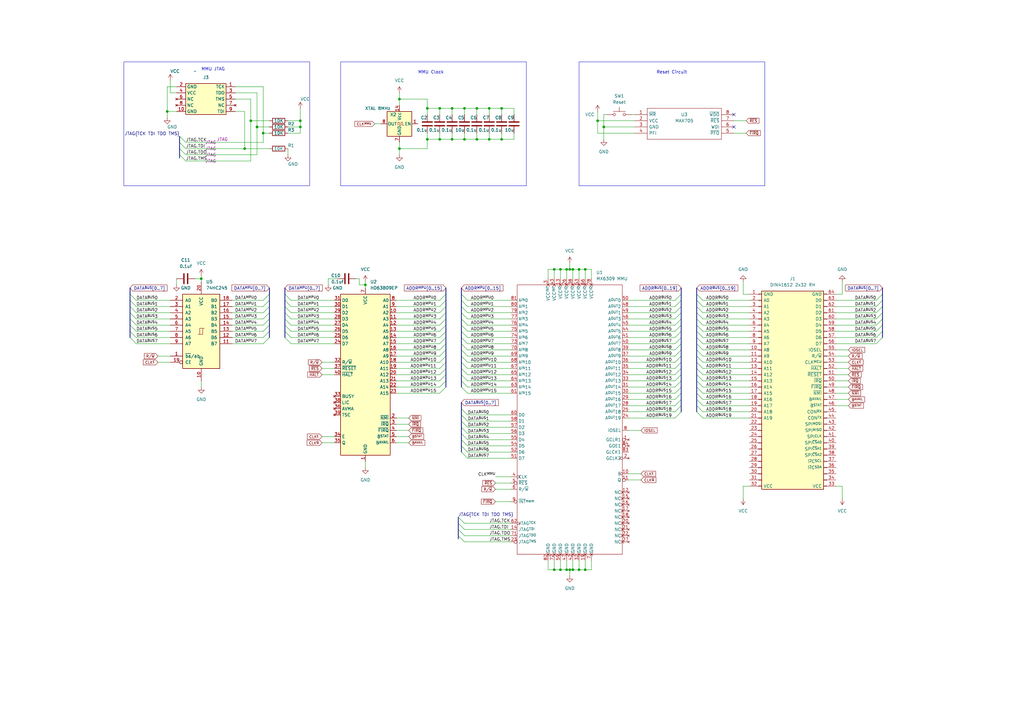
<source format=kicad_sch>
(kicad_sch (version 20230121) (generator eeschema)

  (uuid 45d0da80-e123-43cf-a577-b41ab075e92f)

  (paper "A3")

  (title_block
    (title "MX6309 CPU/MMU Board")
    (date "2023-09-16")
    (rev "1")
  )

  (lib_symbols
    (symbol "74xx:74HC245" (pin_names (offset 1.016)) (in_bom yes) (on_board yes)
      (property "Reference" "U" (at -7.62 16.51 0)
        (effects (font (size 1.27 1.27)))
      )
      (property "Value" "74HC245" (at -7.62 -16.51 0)
        (effects (font (size 1.27 1.27)))
      )
      (property "Footprint" "" (at 0 0 0)
        (effects (font (size 1.27 1.27)) hide)
      )
      (property "Datasheet" "http://www.ti.com/lit/gpn/sn74HC245" (at 0 0 0)
        (effects (font (size 1.27 1.27)) hide)
      )
      (property "ki_locked" "" (at 0 0 0)
        (effects (font (size 1.27 1.27)))
      )
      (property "ki_keywords" "HCMOS BUS 3State" (at 0 0 0)
        (effects (font (size 1.27 1.27)) hide)
      )
      (property "ki_description" "Octal BUS Transceivers, 3-State outputs" (at 0 0 0)
        (effects (font (size 1.27 1.27)) hide)
      )
      (property "ki_fp_filters" "DIP?20*" (at 0 0 0)
        (effects (font (size 1.27 1.27)) hide)
      )
      (symbol "74HC245_1_0"
        (polyline
          (pts
            (xy -0.635 -1.27)
            (xy -0.635 1.27)
            (xy 0.635 1.27)
          )
          (stroke (width 0) (type default))
          (fill (type none))
        )
        (polyline
          (pts
            (xy -1.27 -1.27)
            (xy 0.635 -1.27)
            (xy 0.635 1.27)
            (xy 1.27 1.27)
          )
          (stroke (width 0) (type default))
          (fill (type none))
        )
        (pin input line (at -12.7 -10.16 0) (length 5.08)
          (name "~{ba}/ab" (effects (font (size 1.27 1.27))))
          (number "1" (effects (font (size 1.27 1.27))))
        )
        (pin power_in line (at 0 -20.32 90) (length 5.08)
          (name "GND" (effects (font (size 1.27 1.27))))
          (number "10" (effects (font (size 1.27 1.27))))
        )
        (pin tri_state line (at 12.7 -5.08 180) (length 5.08)
          (name "B7" (effects (font (size 1.27 1.27))))
          (number "11" (effects (font (size 1.27 1.27))))
        )
        (pin tri_state line (at 12.7 -2.54 180) (length 5.08)
          (name "B6" (effects (font (size 1.27 1.27))))
          (number "12" (effects (font (size 1.27 1.27))))
        )
        (pin tri_state line (at 12.7 0 180) (length 5.08)
          (name "B5" (effects (font (size 1.27 1.27))))
          (number "13" (effects (font (size 1.27 1.27))))
        )
        (pin tri_state line (at 12.7 2.54 180) (length 5.08)
          (name "B4" (effects (font (size 1.27 1.27))))
          (number "14" (effects (font (size 1.27 1.27))))
        )
        (pin tri_state line (at 12.7 5.08 180) (length 5.08)
          (name "B3" (effects (font (size 1.27 1.27))))
          (number "15" (effects (font (size 1.27 1.27))))
        )
        (pin tri_state line (at 12.7 7.62 180) (length 5.08)
          (name "B2" (effects (font (size 1.27 1.27))))
          (number "16" (effects (font (size 1.27 1.27))))
        )
        (pin tri_state line (at 12.7 10.16 180) (length 5.08)
          (name "B1" (effects (font (size 1.27 1.27))))
          (number "17" (effects (font (size 1.27 1.27))))
        )
        (pin tri_state line (at 12.7 12.7 180) (length 5.08)
          (name "B0" (effects (font (size 1.27 1.27))))
          (number "18" (effects (font (size 1.27 1.27))))
        )
        (pin input inverted (at -12.7 -12.7 0) (length 5.08)
          (name "CE" (effects (font (size 1.27 1.27))))
          (number "19" (effects (font (size 1.27 1.27))))
        )
        (pin tri_state line (at -12.7 12.7 0) (length 5.08)
          (name "A0" (effects (font (size 1.27 1.27))))
          (number "2" (effects (font (size 1.27 1.27))))
        )
        (pin power_in line (at 0 20.32 270) (length 5.08)
          (name "VCC" (effects (font (size 1.27 1.27))))
          (number "20" (effects (font (size 1.27 1.27))))
        )
        (pin tri_state line (at -12.7 10.16 0) (length 5.08)
          (name "A1" (effects (font (size 1.27 1.27))))
          (number "3" (effects (font (size 1.27 1.27))))
        )
        (pin tri_state line (at -12.7 7.62 0) (length 5.08)
          (name "A2" (effects (font (size 1.27 1.27))))
          (number "4" (effects (font (size 1.27 1.27))))
        )
        (pin tri_state line (at -12.7 5.08 0) (length 5.08)
          (name "A3" (effects (font (size 1.27 1.27))))
          (number "5" (effects (font (size 1.27 1.27))))
        )
        (pin tri_state line (at -12.7 2.54 0) (length 5.08)
          (name "A4" (effects (font (size 1.27 1.27))))
          (number "6" (effects (font (size 1.27 1.27))))
        )
        (pin tri_state line (at -12.7 0 0) (length 5.08)
          (name "A5" (effects (font (size 1.27 1.27))))
          (number "7" (effects (font (size 1.27 1.27))))
        )
        (pin tri_state line (at -12.7 -2.54 0) (length 5.08)
          (name "A6" (effects (font (size 1.27 1.27))))
          (number "8" (effects (font (size 1.27 1.27))))
        )
        (pin tri_state line (at -12.7 -5.08 0) (length 5.08)
          (name "A7" (effects (font (size 1.27 1.27))))
          (number "9" (effects (font (size 1.27 1.27))))
        )
      )
      (symbol "74HC245_1_1"
        (rectangle (start -7.62 15.24) (end 7.62 -15.24)
          (stroke (width 0.254) (type default))
          (fill (type background))
        )
      )
    )
    (symbol "Altera JTAG Port:Altera_JTAG_Port" (in_bom yes) (on_board yes)
      (property "Reference" "J" (at 3.81 -8.89 0)
        (effects (font (size 1.27 1.27)))
      )
      (property "Value" "" (at 0 0 0)
        (effects (font (size 1.27 1.27)))
      )
      (property "Footprint" "Connector_IDC:IDC-Header_2x05_P2.54mm_Vertical" (at 5.08 -2.54 0)
        (effects (font (size 1.27 1.27)) hide)
      )
      (property "Datasheet" "" (at 0 0 0)
        (effects (font (size 1.27 1.27)) hide)
      )
      (symbol "Altera_JTAG_Port_1_1"
        (rectangle (start -3.81 -5.08) (end 12.7 -17.78)
          (stroke (width 0.254) (type default))
          (fill (type background))
        )
        (pin passive line (at 16.51 -6.35 180) (length 3.81)
          (name "TCK" (effects (font (size 1.27 1.27))))
          (number "1" (effects (font (size 1.27 1.27))))
        )
        (pin passive line (at -7.62 -16.51 0) (length 3.81)
          (name "GND" (effects (font (size 1.27 1.27))))
          (number "10" (effects (font (size 1.27 1.27))))
        )
        (pin passive line (at -7.62 -6.35 0) (length 3.81)
          (name "GND" (effects (font (size 1.27 1.27))))
          (number "2" (effects (font (size 1.27 1.27))))
        )
        (pin passive line (at 16.51 -8.89 180) (length 3.81)
          (name "TDO" (effects (font (size 1.27 1.27))))
          (number "3" (effects (font (size 1.27 1.27))))
        )
        (pin passive line (at -7.62 -8.89 0) (length 3.81)
          (name "VCC" (effects (font (size 1.27 1.27))))
          (number "4" (effects (font (size 1.27 1.27))))
        )
        (pin passive line (at 16.51 -11.43 180) (length 3.81)
          (name "TMS" (effects (font (size 1.27 1.27))))
          (number "5" (effects (font (size 1.27 1.27))))
        )
        (pin no_connect line (at -7.62 -11.43 0) (length 3.81)
          (name "NC" (effects (font (size 1.27 1.27))))
          (number "6" (effects (font (size 1.27 1.27))))
        )
        (pin no_connect line (at 16.51 -13.97 180) (length 3.81)
          (name "NC" (effects (font (size 1.27 1.27))))
          (number "7" (effects (font (size 1.27 1.27))))
        )
        (pin no_connect line (at -7.62 -13.97 0) (length 3.81)
          (name "NC" (effects (font (size 1.27 1.27))))
          (number "8" (effects (font (size 1.27 1.27))))
        )
        (pin passive line (at 16.51 -16.51 180) (length 3.81)
          (name "TDI" (effects (font (size 1.27 1.27))))
          (number "9" (effects (font (size 1.27 1.27))))
        )
      )
    )
    (symbol "Device:C" (pin_numbers hide) (pin_names (offset 0.254)) (in_bom yes) (on_board yes)
      (property "Reference" "C" (at 0.635 2.54 0)
        (effects (font (size 1.27 1.27)) (justify left))
      )
      (property "Value" "C" (at 0.635 -2.54 0)
        (effects (font (size 1.27 1.27)) (justify left))
      )
      (property "Footprint" "" (at 0.9652 -3.81 0)
        (effects (font (size 1.27 1.27)) hide)
      )
      (property "Datasheet" "~" (at 0 0 0)
        (effects (font (size 1.27 1.27)) hide)
      )
      (property "ki_keywords" "cap capacitor" (at 0 0 0)
        (effects (font (size 1.27 1.27)) hide)
      )
      (property "ki_description" "Unpolarized capacitor" (at 0 0 0)
        (effects (font (size 1.27 1.27)) hide)
      )
      (property "ki_fp_filters" "C_*" (at 0 0 0)
        (effects (font (size 1.27 1.27)) hide)
      )
      (symbol "C_0_1"
        (polyline
          (pts
            (xy -2.032 -0.762)
            (xy 2.032 -0.762)
          )
          (stroke (width 0.508) (type default))
          (fill (type none))
        )
        (polyline
          (pts
            (xy -2.032 0.762)
            (xy 2.032 0.762)
          )
          (stroke (width 0.508) (type default))
          (fill (type none))
        )
      )
      (symbol "C_1_1"
        (pin passive line (at 0 3.81 270) (length 2.794)
          (name "~" (effects (font (size 1.27 1.27))))
          (number "1" (effects (font (size 1.27 1.27))))
        )
        (pin passive line (at 0 -3.81 90) (length 2.794)
          (name "~" (effects (font (size 1.27 1.27))))
          (number "2" (effects (font (size 1.27 1.27))))
        )
      )
    )
    (symbol "Device:R" (pin_numbers hide) (pin_names (offset 0)) (in_bom yes) (on_board yes)
      (property "Reference" "R" (at 2.032 0 90)
        (effects (font (size 1.27 1.27)))
      )
      (property "Value" "R" (at 0 0 90)
        (effects (font (size 1.27 1.27)))
      )
      (property "Footprint" "" (at -1.778 0 90)
        (effects (font (size 1.27 1.27)) hide)
      )
      (property "Datasheet" "~" (at 0 0 0)
        (effects (font (size 1.27 1.27)) hide)
      )
      (property "ki_keywords" "R res resistor" (at 0 0 0)
        (effects (font (size 1.27 1.27)) hide)
      )
      (property "ki_description" "Resistor" (at 0 0 0)
        (effects (font (size 1.27 1.27)) hide)
      )
      (property "ki_fp_filters" "R_*" (at 0 0 0)
        (effects (font (size 1.27 1.27)) hide)
      )
      (symbol "R_0_1"
        (rectangle (start -1.016 -2.54) (end 1.016 2.54)
          (stroke (width 0.254) (type default))
          (fill (type none))
        )
      )
      (symbol "R_1_1"
        (pin passive line (at 0 3.81 270) (length 1.27)
          (name "~" (effects (font (size 1.27 1.27))))
          (number "1" (effects (font (size 1.27 1.27))))
        )
        (pin passive line (at 0 -3.81 90) (length 1.27)
          (name "~" (effects (font (size 1.27 1.27))))
          (number "2" (effects (font (size 1.27 1.27))))
        )
      )
    )
    (symbol "HD63B09EP:HD63B09EP" (in_bom yes) (on_board yes)
      (property "Reference" "U" (at -7.62 34.544 0)
        (effects (font (size 1.27 1.27)) (justify right))
      )
      (property "Value" "HD63B09EP" (at 6.35 11.43 0)
        (effects (font (size 1.27 1.27)) (justify right))
      )
      (property "Footprint" "Package_DIP:DIP-40_W15.24mm" (at 0 -38.1 0)
        (effects (font (size 1.27 1.27)) hide)
      )
      (property "Datasheet" "" (at -2.54 36.195 0)
        (effects (font (size 1.27 1.27)) hide)
      )
      (property "ki_keywords" "MCU" (at 0 0 0)
        (effects (font (size 1.27 1.27)) hide)
      )
      (property "ki_description" "8-Bit Microprocessing unit 2.0MHz, DIP-40" (at 0 0 0)
        (effects (font (size 1.27 1.27)) hide)
      )
      (property "ki_fp_filters" "DIP*W15.24mm*" (at 0 0 0)
        (effects (font (size 1.27 1.27)) hide)
      )
      (symbol "HD63B09EP_0_1"
        (rectangle (start -10.16 33.02) (end 10.16 -33.02)
          (stroke (width 0.254) (type default))
          (fill (type background))
        )
      )
      (symbol "HD63B09EP_1_1"
        (pin power_in line (at 0 -35.56 90) (length 2.54)
          (name "GND" (effects (font (size 1.27 1.27))))
          (number "1" (effects (font (size 1.27 1.27))))
        )
        (pin output line (at 12.7 25.4 180) (length 2.54)
          (name "A2" (effects (font (size 1.27 1.27))))
          (number "10" (effects (font (size 1.27 1.27))))
        )
        (pin output line (at 12.7 22.86 180) (length 2.54)
          (name "A3" (effects (font (size 1.27 1.27))))
          (number "11" (effects (font (size 1.27 1.27))))
        )
        (pin output line (at 12.7 20.32 180) (length 2.54)
          (name "A4" (effects (font (size 1.27 1.27))))
          (number "12" (effects (font (size 1.27 1.27))))
        )
        (pin output line (at 12.7 17.78 180) (length 2.54)
          (name "A5" (effects (font (size 1.27 1.27))))
          (number "13" (effects (font (size 1.27 1.27))))
        )
        (pin output line (at 12.7 15.24 180) (length 2.54)
          (name "A6" (effects (font (size 1.27 1.27))))
          (number "14" (effects (font (size 1.27 1.27))))
        )
        (pin output line (at 12.7 12.7 180) (length 2.54)
          (name "A7" (effects (font (size 1.27 1.27))))
          (number "15" (effects (font (size 1.27 1.27))))
        )
        (pin output line (at 12.7 10.16 180) (length 2.54)
          (name "A8" (effects (font (size 1.27 1.27))))
          (number "16" (effects (font (size 1.27 1.27))))
        )
        (pin output line (at 12.7 7.62 180) (length 2.54)
          (name "A9" (effects (font (size 1.27 1.27))))
          (number "17" (effects (font (size 1.27 1.27))))
        )
        (pin output line (at 12.7 5.08 180) (length 2.54)
          (name "A10" (effects (font (size 1.27 1.27))))
          (number "18" (effects (font (size 1.27 1.27))))
        )
        (pin output line (at 12.7 2.54 180) (length 2.54)
          (name "A11" (effects (font (size 1.27 1.27))))
          (number "19" (effects (font (size 1.27 1.27))))
        )
        (pin input line (at 12.7 -17.78 180) (length 2.54)
          (name "~{NMI}" (effects (font (size 1.27 1.27))))
          (number "2" (effects (font (size 1.27 1.27))))
        )
        (pin output line (at 12.7 0 180) (length 2.54)
          (name "A12" (effects (font (size 1.27 1.27))))
          (number "20" (effects (font (size 1.27 1.27))))
        )
        (pin output line (at 12.7 -2.54 180) (length 2.54)
          (name "A13" (effects (font (size 1.27 1.27))))
          (number "21" (effects (font (size 1.27 1.27))))
        )
        (pin output line (at 12.7 -5.08 180) (length 2.54)
          (name "A14" (effects (font (size 1.27 1.27))))
          (number "22" (effects (font (size 1.27 1.27))))
        )
        (pin output line (at 12.7 -7.62 180) (length 2.54)
          (name "A15" (effects (font (size 1.27 1.27))))
          (number "23" (effects (font (size 1.27 1.27))))
        )
        (pin bidirectional line (at -12.7 12.7 0) (length 2.54)
          (name "D7" (effects (font (size 1.27 1.27))))
          (number "24" (effects (font (size 1.27 1.27))))
        )
        (pin bidirectional line (at -12.7 15.24 0) (length 2.54)
          (name "D6" (effects (font (size 1.27 1.27))))
          (number "25" (effects (font (size 1.27 1.27))))
        )
        (pin bidirectional line (at -12.7 17.78 0) (length 2.54)
          (name "D5" (effects (font (size 1.27 1.27))))
          (number "26" (effects (font (size 1.27 1.27))))
        )
        (pin bidirectional line (at -12.7 20.32 0) (length 2.54)
          (name "D4" (effects (font (size 1.27 1.27))))
          (number "27" (effects (font (size 1.27 1.27))))
        )
        (pin bidirectional line (at -12.7 22.86 0) (length 2.54)
          (name "D3" (effects (font (size 1.27 1.27))))
          (number "28" (effects (font (size 1.27 1.27))))
        )
        (pin bidirectional line (at -12.7 25.4 0) (length 2.54)
          (name "D2" (effects (font (size 1.27 1.27))))
          (number "29" (effects (font (size 1.27 1.27))))
        )
        (pin input line (at 12.7 -20.32 180) (length 2.54)
          (name "~{IRQ}" (effects (font (size 1.27 1.27))))
          (number "3" (effects (font (size 1.27 1.27))))
        )
        (pin bidirectional line (at -12.7 27.94 0) (length 2.54)
          (name "D1" (effects (font (size 1.27 1.27))))
          (number "30" (effects (font (size 1.27 1.27))))
        )
        (pin bidirectional line (at -12.7 30.48 0) (length 2.54)
          (name "D0" (effects (font (size 1.27 1.27))))
          (number "31" (effects (font (size 1.27 1.27))))
        )
        (pin output line (at -12.7 5.08 0) (length 2.54)
          (name "R/~{W}" (effects (font (size 1.27 1.27))))
          (number "32" (effects (font (size 1.27 1.27))))
        )
        (pin no_connect line (at -12.7 -8.89 0) (length 2.54)
          (name "BUSY" (effects (font (size 1.27 1.27))))
          (number "33" (effects (font (size 1.27 1.27))))
        )
        (pin input line (at -12.7 -25.4 0) (length 2.54)
          (name "E" (effects (font (size 1.27 1.27))))
          (number "34" (effects (font (size 1.27 1.27))))
        )
        (pin input line (at -12.7 -27.94 0) (length 2.54)
          (name "Q" (effects (font (size 1.27 1.27))))
          (number "35" (effects (font (size 1.27 1.27))))
        )
        (pin no_connect line (at -12.7 -13.97 0) (length 2.54)
          (name "AVMA" (effects (font (size 1.27 1.27))))
          (number "36" (effects (font (size 1.27 1.27))))
        )
        (pin input line (at -12.7 2.54 0) (length 2.54)
          (name "~{RESET}" (effects (font (size 1.27 1.27))))
          (number "37" (effects (font (size 1.27 1.27))))
        )
        (pin no_connect line (at -12.7 -11.43 0) (length 2.54)
          (name "LIC" (effects (font (size 1.27 1.27))))
          (number "38" (effects (font (size 1.27 1.27))))
        )
        (pin no_connect line (at -12.7 -16.51 0) (length 2.54)
          (name "TSC" (effects (font (size 1.27 1.27))))
          (number "39" (effects (font (size 1.27 1.27))))
        )
        (pin input line (at 12.7 -22.86 180) (length 2.54)
          (name "~{FIRQ}" (effects (font (size 1.27 1.27))))
          (number "4" (effects (font (size 1.27 1.27))))
        )
        (pin input line (at -12.7 0 0) (length 2.54)
          (name "~{HALT}" (effects (font (size 1.27 1.27))))
          (number "40" (effects (font (size 1.27 1.27))))
        )
        (pin output line (at 12.7 -25.4 180) (length 2.54)
          (name "B^{STAT}" (effects (font (size 1.27 1.27))))
          (number "5" (effects (font (size 1.27 1.27))))
        )
        (pin output line (at 12.7 -27.94 180) (length 2.54)
          (name "B^{AVAIL}" (effects (font (size 1.27 1.27))))
          (number "6" (effects (font (size 1.27 1.27))))
        )
        (pin power_in line (at 0 35.56 270) (length 2.54)
          (name "VCC" (effects (font (size 1.27 1.27))))
          (number "7" (effects (font (size 1.27 1.27))))
        )
        (pin output line (at 12.7 30.48 180) (length 2.54)
          (name "A0" (effects (font (size 1.27 1.27))))
          (number "8" (effects (font (size 1.27 1.27))))
        )
        (pin output line (at 12.7 27.94 180) (length 2.54)
          (name "A1" (effects (font (size 1.27 1.27))))
          (number "9" (effects (font (size 1.27 1.27))))
        )
      )
    )
    (symbol "MAX705CPA+:MAX705CPA+" (pin_names (offset 0.762)) (in_bom yes) (on_board yes)
      (property "Reference" "U3" (at 20.32 0 0)
        (effects (font (size 1.27 1.27)))
      )
      (property "Value" "MAX705" (at 20.32 -2.54 0)
        (effects (font (size 1.27 1.27)))
      )
      (property "Footprint" "Package_DIP:DIP-8_W7.62mm" (at 27.94 26.67 0)
        (effects (font (size 1.27 1.27)) (justify left) hide)
      )
      (property "Datasheet" "http://datasheets.maximintegrated.com/en/ds/MAX705-MAX813L.pdf" (at 27.94 24.13 0)
        (effects (font (size 1.27 1.27)) (justify left) hide)
      )
      (property "Description" "MAX705CPA+, Processor Supervisor 4.65 V Active Low, Push-Pull, reset 8-Pin PDIP N" (at 27.94 21.59 0)
        (effects (font (size 1.27 1.27)) (justify left) hide)
      )
      (property "Height" "4.572" (at 27.94 19.05 0)
        (effects (font (size 1.27 1.27)) (justify left) hide)
      )
      (property "Mouser Part Number" "700-MAX705CPA" (at 27.94 16.51 0)
        (effects (font (size 1.27 1.27)) (justify left) hide)
      )
      (property "Mouser Price/Stock" "https://www.mouser.co.uk/ProductDetail/Maxim-Integrated/MAX705CPA%2b?qs=1THa7WoU59EySaF9BV5ceA%3D%3D" (at 27.94 13.97 0)
        (effects (font (size 1.27 1.27)) (justify left) hide)
      )
      (property "Manufacturer_Name" "Analog Devices" (at 27.94 11.43 0)
        (effects (font (size 1.27 1.27)) (justify left) hide)
      )
      (property "Manufacturer_Part_Number" "MAX705CPA+" (at 27.94 8.89 0)
        (effects (font (size 1.27 1.27)) (justify left) hide)
      )
      (property "ki_description" "MAX705CPA+, Processor Supervisor 4.65 V Active Low, Push-Pull, reset 8-Pin PDIP N" (at 0 0 0)
        (effects (font (size 1.27 1.27)) hide)
      )
      (symbol "MAX705CPA+_0_0"
        (pin passive line (at 0 0 0) (length 5.08)
          (name "~{MR}" (effects (font (size 1.27 1.27))))
          (number "1" (effects (font (size 1.27 1.27))))
        )
        (pin passive line (at 0 -2.54 0) (length 5.08)
          (name "VCC" (effects (font (size 1.27 1.27))))
          (number "2" (effects (font (size 1.27 1.27))))
        )
        (pin passive line (at 0 -5.08 0) (length 5.08)
          (name "GND" (effects (font (size 1.27 1.27))))
          (number "3" (effects (font (size 1.27 1.27))))
        )
        (pin passive line (at 0 -7.62 0) (length 5.08)
          (name "PFI" (effects (font (size 1.27 1.27))))
          (number "4" (effects (font (size 1.27 1.27))))
        )
        (pin passive line (at 40.64 -7.62 180) (length 5.08)
          (name "~{PFO}" (effects (font (size 1.27 1.27))))
          (number "5" (effects (font (size 1.27 1.27))))
        )
        (pin passive line (at 40.64 -5.08 180) (length 5.08)
          (name "WDI" (effects (font (size 1.27 1.27))))
          (number "6" (effects (font (size 1.27 1.27))))
        )
        (pin passive line (at 40.64 0 180) (length 5.08)
          (name "~{WDO}" (effects (font (size 1.27 1.27))))
          (number "8" (effects (font (size 1.27 1.27))))
        )
      )
      (symbol "MAX705CPA+_0_1"
        (polyline
          (pts
            (xy 5.08 2.54)
            (xy 35.56 2.54)
            (xy 35.56 -10.16)
            (xy 5.08 -10.16)
            (xy 5.08 2.54)
          )
          (stroke (width 0.1524) (type default))
          (fill (type none))
        )
      )
      (symbol "MAX705CPA+_1_0"
        (pin passive line (at 40.64 -2.54 180) (length 5.08)
          (name "~{RES}" (effects (font (size 1.27 1.27))))
          (number "7" (effects (font (size 1.27 1.27))))
        )
      )
    )
    (symbol "MC6809_MMU:MX6309_MMU" (in_bom yes) (on_board yes)
      (property "Reference" "U" (at 0 0 0)
        (effects (font (size 1.27 1.27)))
      )
      (property "Value" "MX6309_MMU" (at 0 -3.81 0)
        (effects (font (size 1.27 1.27)))
      )
      (property "Footprint" "Package_LCC:PLCC-84_THT-Socket" (at 1.27 -15.24 0)
        (effects (font (size 1.27 1.27)) hide)
      )
      (property "Datasheet" "https://datasheet.ciiva.com/26806/epm7128slc84-15n-26806866.pdf" (at 0 -85.09 0)
        (effects (font (size 1.27 1.27)) hide)
      )
      (property "ki_description" "Altera EPM7128SlC84 based Memory Management Unit with 16bit(64KB) to 20bit(1MB) memory paging" (at 0 0 0)
        (effects (font (size 1.27 1.27)) hide)
      )
      (symbol "MX6309_MMU_0_0"
        (pin no_connect inverted (at 24.13 -21.59 180) (length 2.54)
          (name "GCLR1" (effects (font (size 1.27 1.27))))
          (number "1" (effects (font (size 1.27 1.27))))
        )
        (pin no_connect non_logic (at 24.13 -43.18 180) (length 2.54)
          (name "NC" (effects (font (size 1.27 1.27))))
          (number "12" (effects (font (size 1.27 1.27))))
        )
        (pin power_in non_logic (at -3.81 44.45 270) (length 2.54)
          (name "VCC^{IO}" (effects (font (size 1.27 1.27))))
          (number "13" (effects (font (size 1.27 1.27))))
        )
        (pin input line (at -24.13 -58.42 0) (length 2.54)
          (name "JTAG^{TDI}" (effects (font (size 1.27 1.27))))
          (number "14" (effects (font (size 1.27 1.27))))
        )
        (pin no_connect non_logic (at 24.13 -45.72 180) (length 2.54)
          (name "NC" (effects (font (size 1.27 1.27))))
          (number "15" (effects (font (size 1.27 1.27))))
        )
        (pin no_connect non_logic (at 24.13 -48.26 180) (length 2.54)
          (name "NC" (effects (font (size 1.27 1.27))))
          (number "16" (effects (font (size 1.27 1.27))))
        )
        (pin no_connect non_logic (at 24.13 -50.8 180) (length 2.54)
          (name "NC" (effects (font (size 1.27 1.27))))
          (number "17" (effects (font (size 1.27 1.27))))
        )
        (pin no_connect non_logic (at 24.13 -53.34 180) (length 2.54)
          (name "NC" (effects (font (size 1.27 1.27))))
          (number "18" (effects (font (size 1.27 1.27))))
        )
        (pin power_in non_logic (at 6.35 -71.12 90) (length 2.54)
          (name "GND" (effects (font (size 1.27 1.27))))
          (number "19" (effects (font (size 1.27 1.27))))
        )
        (pin no_connect clock (at 24.13 -29.21 180) (length 2.54)
          (name "GCLK2" (effects (font (size 1.27 1.27))))
          (number "2" (effects (font (size 1.27 1.27))))
        )
        (pin no_connect non_logic (at 24.13 -55.88 180) (length 2.54)
          (name "NC" (effects (font (size 1.27 1.27))))
          (number "20" (effects (font (size 1.27 1.27))))
        )
        (pin no_connect non_logic (at 24.13 -58.42 180) (length 2.54)
          (name "NC" (effects (font (size 1.27 1.27))))
          (number "21" (effects (font (size 1.27 1.27))))
        )
        (pin no_connect non_logic (at 24.13 -60.96 180) (length 2.54)
          (name "NC" (effects (font (size 1.27 1.27))))
          (number "22" (effects (font (size 1.27 1.27))))
        )
        (pin input inverted (at -24.13 -63.5 0) (length 2.54)
          (name "JTAG^{TMS}" (effects (font (size 1.27 1.27))))
          (number "23" (effects (font (size 1.27 1.27))))
        )
        (pin output line (at 24.13 -12.7 180) (length 2.54)
          (name "A^{OUT}19" (effects (font (size 1.27 1.27))))
          (number "24" (effects (font (size 1.27 1.27))))
        )
        (pin output line (at 24.13 -10.16 180) (length 2.54)
          (name "A^{OUT}18" (effects (font (size 1.27 1.27))))
          (number "25" (effects (font (size 1.27 1.27))))
        )
        (pin power_in non_logic (at -1.27 44.45 270) (length 2.54)
          (name "VCC^{IO}" (effects (font (size 1.27 1.27))))
          (number "26" (effects (font (size 1.27 1.27))))
        )
        (pin no_connect non_logic (at 24.13 -63.5 180) (length 2.54)
          (name "NC" (effects (font (size 1.27 1.27))))
          (number "27" (effects (font (size 1.27 1.27))))
        )
        (pin output line (at 24.13 -7.62 180) (length 2.54)
          (name "A^{OUT}17" (effects (font (size 1.27 1.27))))
          (number "28" (effects (font (size 1.27 1.27))))
        )
        (pin output line (at 24.13 -5.08 180) (length 2.54)
          (name "A^{OUT}16" (effects (font (size 1.27 1.27))))
          (number "29" (effects (font (size 1.27 1.27))))
        )
        (pin power_in non_logic (at -8.89 44.45 270) (length 2.54)
          (name "VCC^{INT}" (effects (font (size 1.27 1.27))))
          (number "3" (effects (font (size 1.27 1.27))))
        )
        (pin output line (at 24.13 -2.54 180) (length 2.54)
          (name "A^{OUT}15" (effects (font (size 1.27 1.27))))
          (number "30" (effects (font (size 1.27 1.27))))
        )
        (pin output line (at 24.13 0 180) (length 2.54)
          (name "A^{OUT}14" (effects (font (size 1.27 1.27))))
          (number "31" (effects (font (size 1.27 1.27))))
        )
        (pin power_in non_logic (at 3.81 -71.12 90) (length 2.54)
          (name "GND" (effects (font (size 1.27 1.27))))
          (number "32" (effects (font (size 1.27 1.27))))
        )
        (pin output line (at 24.13 2.54 180) (length 2.54)
          (name "A^{OUT}13" (effects (font (size 1.27 1.27))))
          (number "33" (effects (font (size 1.27 1.27))))
        )
        (pin output line (at 24.13 5.08 180) (length 2.54)
          (name "A^{OUT}12" (effects (font (size 1.27 1.27))))
          (number "34" (effects (font (size 1.27 1.27))))
        )
        (pin output line (at 24.13 7.62 180) (length 2.54)
          (name "A^{OUT}11" (effects (font (size 1.27 1.27))))
          (number "35" (effects (font (size 1.27 1.27))))
        )
        (pin output line (at 24.13 10.16 180) (length 2.54)
          (name "A^{OUT}10" (effects (font (size 1.27 1.27))))
          (number "36" (effects (font (size 1.27 1.27))))
        )
        (pin output line (at 24.13 12.7 180) (length 2.54)
          (name "A^{OUT}9" (effects (font (size 1.27 1.27))))
          (number "37" (effects (font (size 1.27 1.27))))
        )
        (pin power_in non_logic (at 1.27 44.45 270) (length 2.54)
          (name "VCC^{IO}" (effects (font (size 1.27 1.27))))
          (number "38" (effects (font (size 1.27 1.27))))
        )
        (pin output line (at 24.13 15.24 180) (length 2.54)
          (name "A^{OUT}8" (effects (font (size 1.27 1.27))))
          (number "39" (effects (font (size 1.27 1.27))))
        )
        (pin input clock (at -24.13 -36.83 0) (length 2.54)
          (name "CLK" (effects (font (size 1.27 1.27))))
          (number "4" (effects (font (size 1.27 1.27))))
        )
        (pin output line (at 24.13 17.78 180) (length 2.54)
          (name "A^{OUT}7" (effects (font (size 1.27 1.27))))
          (number "40" (effects (font (size 1.27 1.27))))
        )
        (pin output line (at 24.13 20.32 180) (length 2.54)
          (name "A^{OUT}6" (effects (font (size 1.27 1.27))))
          (number "41" (effects (font (size 1.27 1.27))))
        )
        (pin power_in non_logic (at 1.27 -71.12 90) (length 2.54)
          (name "GND" (effects (font (size 1.27 1.27))))
          (number "42" (effects (font (size 1.27 1.27))))
        )
        (pin power_in non_logic (at -6.35 44.45 270) (length 2.54)
          (name "VCC^{INT}" (effects (font (size 1.27 1.27))))
          (number "43" (effects (font (size 1.27 1.27))))
        )
        (pin output line (at 24.13 22.86 180) (length 2.54)
          (name "A^{OUT}5" (effects (font (size 1.27 1.27))))
          (number "44" (effects (font (size 1.27 1.27))))
        )
        (pin input inverted (at -24.13 -39.37 0) (length 2.54)
          (name "~{RES}" (effects (font (size 1.27 1.27))))
          (number "5" (effects (font (size 1.27 1.27))))
        )
        (pin power_in non_logic (at 8.89 -71.12 90) (length 2.54)
          (name "GND" (effects (font (size 1.27 1.27))))
          (number "7" (effects (font (size 1.27 1.27))))
        )
        (pin output line (at 24.13 -17.78 180) (length 2.54)
          (name "IOSEL" (effects (font (size 1.27 1.27))))
          (number "8" (effects (font (size 1.27 1.27))))
        )
      )
      (symbol "MX6309_MMU_0_1"
        (rectangle (start -21.59 41.91) (end 21.59 -68.58)
          (stroke (width 0) (type default))
          (fill (type none))
        )
      )
      (symbol "MX6309_MMU_1_0"
        (pin output clock (at 24.13 -35.56 180) (length 2.54)
          (name "E" (effects (font (size 1.27 1.27))))
          (number "10" (effects (font (size 1.27 1.27))))
        )
        (pin output inverted (at 24.13 -38.1 180) (length 2.54)
          (name "Q" (effects (font (size 1.27 1.27))))
          (number "11" (effects (font (size 1.27 1.27))))
        )
        (pin output line (at 24.13 25.4 180) (length 2.54)
          (name "A^{OUT}4" (effects (font (size 1.27 1.27))))
          (number "45" (effects (font (size 1.27 1.27))))
        )
        (pin output line (at 24.13 27.94 180) (length 2.54)
          (name "A^{OUT}3" (effects (font (size 1.27 1.27))))
          (number "46" (effects (font (size 1.27 1.27))))
        )
        (pin power_in non_logic (at -1.27 -71.12 90) (length 2.54)
          (name "GND" (effects (font (size 1.27 1.27))))
          (number "47" (effects (font (size 1.27 1.27))))
        )
        (pin output line (at 24.13 33.02 180) (length 2.54)
          (name "A^{OUT}2" (effects (font (size 1.27 1.27))))
          (number "48" (effects (font (size 1.27 1.27))))
        )
        (pin output line (at 24.13 30.48 180) (length 2.54)
          (name "A^{OUT}1" (effects (font (size 1.27 1.27))))
          (number "49" (effects (font (size 1.27 1.27))))
        )
        (pin output line (at 24.13 35.56 180) (length 2.54)
          (name "A^{OUT}0" (effects (font (size 1.27 1.27))))
          (number "50" (effects (font (size 1.27 1.27))))
        )
        (pin bidirectional line (at -24.13 -29.21 0) (length 2.54)
          (name "D7" (effects (font (size 1.27 1.27))))
          (number "51" (effects (font (size 1.27 1.27))))
        )
        (pin bidirectional line (at -24.13 -26.67 0) (length 2.54)
          (name "D6" (effects (font (size 1.27 1.27))))
          (number "52" (effects (font (size 1.27 1.27))))
        )
        (pin power_in non_logic (at 3.81 44.45 270) (length 2.54)
          (name "VCC^{IO}" (effects (font (size 1.27 1.27))))
          (number "53" (effects (font (size 1.27 1.27))))
        )
        (pin bidirectional line (at -24.13 -24.13 0) (length 2.54)
          (name "D5" (effects (font (size 1.27 1.27))))
          (number "54" (effects (font (size 1.27 1.27))))
        )
        (pin bidirectional line (at -24.13 -21.59 0) (length 2.54)
          (name "D4" (effects (font (size 1.27 1.27))))
          (number "55" (effects (font (size 1.27 1.27))))
        )
        (pin bidirectional line (at -24.13 -19.05 0) (length 2.54)
          (name "D3" (effects (font (size 1.27 1.27))))
          (number "56" (effects (font (size 1.27 1.27))))
        )
        (pin bidirectional line (at -24.13 -16.51 0) (length 2.54)
          (name "D2" (effects (font (size 1.27 1.27))))
          (number "57" (effects (font (size 1.27 1.27))))
        )
        (pin bidirectional line (at -24.13 -13.97 0) (length 2.54)
          (name "D1" (effects (font (size 1.27 1.27))))
          (number "58" (effects (font (size 1.27 1.27))))
        )
        (pin power_in non_logic (at -3.81 -71.12 90) (length 2.54)
          (name "GND" (effects (font (size 1.27 1.27))))
          (number "59" (effects (font (size 1.27 1.27))))
        )
        (pin input line (at -24.13 -41.91 0) (length 2.54)
          (name "R/~{W}" (effects (font (size 1.27 1.27))))
          (number "6" (effects (font (size 1.27 1.27))))
        )
        (pin bidirectional line (at -24.13 -11.43 0) (length 2.54)
          (name "D0" (effects (font (size 1.27 1.27))))
          (number "60" (effects (font (size 1.27 1.27))))
        )
        (pin input line (at -24.13 -2.54 0) (length 2.54)
          (name "A^{IN}15" (effects (font (size 1.27 1.27))))
          (number "61" (effects (font (size 1.27 1.27))))
        )
        (pin input clock (at -24.13 -55.88 0) (length 2.54)
          (name "JTAG^{TCK}" (effects (font (size 1.27 1.27))))
          (number "62" (effects (font (size 1.27 1.27))))
        )
        (pin input line (at -24.13 0 0) (length 2.54)
          (name "A^{IN}14" (effects (font (size 1.27 1.27))))
          (number "63" (effects (font (size 1.27 1.27))))
        )
        (pin input line (at -24.13 2.54 0) (length 2.54)
          (name "A^{IN}13" (effects (font (size 1.27 1.27))))
          (number "64" (effects (font (size 1.27 1.27))))
        )
        (pin input line (at -24.13 5.08 0) (length 2.54)
          (name "A^{IN}12" (effects (font (size 1.27 1.27))))
          (number "65" (effects (font (size 1.27 1.27))))
        )
        (pin power_in non_logic (at 6.35 44.45 270) (length 2.54)
          (name "VCC^{IO}" (effects (font (size 1.27 1.27))))
          (number "66" (effects (font (size 1.27 1.27))))
        )
        (pin input line (at -24.13 7.62 0) (length 2.54)
          (name "A^{IN}11" (effects (font (size 1.27 1.27))))
          (number "67" (effects (font (size 1.27 1.27))))
        )
        (pin input line (at -24.13 10.16 0) (length 2.54)
          (name "A^{IN}10" (effects (font (size 1.27 1.27))))
          (number "68" (effects (font (size 1.27 1.27))))
        )
        (pin input line (at -24.13 12.7 0) (length 2.54)
          (name "A^{IN}9" (effects (font (size 1.27 1.27))))
          (number "69" (effects (font (size 1.27 1.27))))
        )
        (pin input line (at -24.13 15.24 0) (length 2.54)
          (name "A^{IN}8" (effects (font (size 1.27 1.27))))
          (number "70" (effects (font (size 1.27 1.27))))
        )
        (pin output line (at -24.13 -60.96 0) (length 2.54)
          (name "JTAG^{TDO}" (effects (font (size 1.27 1.27))))
          (number "71" (effects (font (size 1.27 1.27))))
        )
        (pin power_in non_logic (at -6.35 -71.12 90) (length 2.54)
          (name "GND" (effects (font (size 1.27 1.27))))
          (number "72" (effects (font (size 1.27 1.27))))
        )
        (pin input line (at -24.13 17.78 0) (length 2.54)
          (name "A^{IN}7" (effects (font (size 1.27 1.27))))
          (number "73" (effects (font (size 1.27 1.27))))
        )
        (pin input line (at -24.13 20.32 0) (length 2.54)
          (name "A^{IN}6" (effects (font (size 1.27 1.27))))
          (number "74" (effects (font (size 1.27 1.27))))
        )
        (pin input line (at -24.13 22.86 0) (length 2.54)
          (name "A^{IN}5" (effects (font (size 1.27 1.27))))
          (number "75" (effects (font (size 1.27 1.27))))
        )
        (pin input line (at -24.13 25.4 0) (length 2.54)
          (name "A^{IN}4" (effects (font (size 1.27 1.27))))
          (number "76" (effects (font (size 1.27 1.27))))
        )
        (pin input line (at -24.13 27.94 0) (length 2.54)
          (name "A^{IN}3" (effects (font (size 1.27 1.27))))
          (number "77" (effects (font (size 1.27 1.27))))
        )
        (pin power_in non_logic (at 8.89 44.45 270) (length 2.54)
          (name "VCC^{IO}" (effects (font (size 1.27 1.27))))
          (number "78" (effects (font (size 1.27 1.27))))
        )
        (pin input line (at -24.13 30.48 0) (length 2.54)
          (name "A^{IN}2" (effects (font (size 1.27 1.27))))
          (number "79" (effects (font (size 1.27 1.27))))
        )
        (pin input line (at -24.13 33.02 0) (length 2.54)
          (name "A^{IN}1" (effects (font (size 1.27 1.27))))
          (number "80" (effects (font (size 1.27 1.27))))
        )
        (pin input line (at -24.13 35.56 0) (length 2.54)
          (name "A^{IN}0" (effects (font (size 1.27 1.27))))
          (number "81" (effects (font (size 1.27 1.27))))
        )
        (pin power_in non_logic (at -8.89 -71.12 90) (length 2.54)
          (name "GND" (effects (font (size 1.27 1.27))))
          (number "82" (effects (font (size 1.27 1.27))))
        )
        (pin input line (at 24.13 -26.67 180) (length 2.54)
          (name "GLCK1" (effects (font (size 1.27 1.27))))
          (number "83" (effects (font (size 1.27 1.27))))
        )
        (pin no_connect inverted (at 24.13 -24.13 180) (length 2.54)
          (name "GOE1" (effects (font (size 1.27 1.27))))
          (number "84" (effects (font (size 1.27 1.27))))
        )
        (pin output inverted (at -24.13 -46.99 0) (length 2.54)
          (name "~{INT}^{mem}" (effects (font (size 1.27 1.27))))
          (number "9" (effects (font (size 1.27 1.27))))
        )
      )
    )
    (symbol "Oscillator:CXO_DIP14" (pin_names (offset 0.254)) (in_bom yes) (on_board yes)
      (property "Reference" "X" (at -5.08 6.35 0)
        (effects (font (size 1.27 1.27)) (justify left))
      )
      (property "Value" "CXO_DIP14" (at 1.27 -6.35 0)
        (effects (font (size 1.27 1.27)) (justify left))
      )
      (property "Footprint" "Oscillator:Oscillator_DIP-14" (at 11.43 -8.89 0)
        (effects (font (size 1.27 1.27)) hide)
      )
      (property "Datasheet" "http://cdn-reichelt.de/documents/datenblatt/B400/OSZI.pdf" (at -2.54 0 0)
        (effects (font (size 1.27 1.27)) hide)
      )
      (property "ki_keywords" "Crystal Clock Oscillator" (at 0 0 0)
        (effects (font (size 1.27 1.27)) hide)
      )
      (property "ki_description" "Crystal Clock Oscillator, DIP14-style metal package" (at 0 0 0)
        (effects (font (size 1.27 1.27)) hide)
      )
      (property "ki_fp_filters" "Oscillator*DIP*14*" (at 0 0 0)
        (effects (font (size 1.27 1.27)) hide)
      )
      (symbol "CXO_DIP14_0_1"
        (rectangle (start -5.08 5.08) (end 5.08 -5.08)
          (stroke (width 0.254) (type default))
          (fill (type background))
        )
        (polyline
          (pts
            (xy -1.905 -0.635)
            (xy -1.27 -0.635)
            (xy -1.27 0.635)
            (xy -0.635 0.635)
            (xy -0.635 -0.635)
            (xy 0 -0.635)
            (xy 0 0.635)
            (xy 0.635 0.635)
            (xy 0.635 -0.635)
          )
          (stroke (width 0) (type default))
          (fill (type none))
        )
      )
      (symbol "CXO_DIP14_1_1"
        (pin input line (at -7.62 0 0) (length 2.54)
          (name "EN" (effects (font (size 1.27 1.27))))
          (number "1" (effects (font (size 1.27 1.27))))
        )
        (pin power_in line (at 0 7.62 270) (length 2.54)
          (name "Vcc" (effects (font (size 1.27 1.27))))
          (number "14" (effects (font (size 1.27 1.27))))
        )
        (pin power_in line (at 0 -7.62 90) (length 2.54)
          (name "GND" (effects (font (size 1.27 1.27))))
          (number "7" (effects (font (size 1.27 1.27))))
        )
        (pin output line (at 7.62 0 180) (length 2.54)
          (name "OUT" (effects (font (size 1.27 1.27))))
          (number "8" (effects (font (size 1.27 1.27))))
        )
      )
    )
    (symbol "Switch:SW_Push" (pin_numbers hide) (pin_names (offset 1.016) hide) (in_bom yes) (on_board yes)
      (property "Reference" "SW" (at 1.27 2.54 0)
        (effects (font (size 1.27 1.27)) (justify left))
      )
      (property "Value" "SW_Push" (at 0 -1.524 0)
        (effects (font (size 1.27 1.27)))
      )
      (property "Footprint" "" (at 0 5.08 0)
        (effects (font (size 1.27 1.27)) hide)
      )
      (property "Datasheet" "~" (at 0 5.08 0)
        (effects (font (size 1.27 1.27)) hide)
      )
      (property "ki_keywords" "switch normally-open pushbutton push-button" (at 0 0 0)
        (effects (font (size 1.27 1.27)) hide)
      )
      (property "ki_description" "Push button switch, generic, two pins" (at 0 0 0)
        (effects (font (size 1.27 1.27)) hide)
      )
      (symbol "SW_Push_0_1"
        (circle (center -2.032 0) (radius 0.508)
          (stroke (width 0) (type default))
          (fill (type none))
        )
        (polyline
          (pts
            (xy 0 1.27)
            (xy 0 3.048)
          )
          (stroke (width 0) (type default))
          (fill (type none))
        )
        (polyline
          (pts
            (xy 2.54 1.27)
            (xy -2.54 1.27)
          )
          (stroke (width 0) (type default))
          (fill (type none))
        )
        (circle (center 2.032 0) (radius 0.508)
          (stroke (width 0) (type default))
          (fill (type none))
        )
        (pin passive line (at -5.08 0 0) (length 2.54)
          (name "1" (effects (font (size 1.27 1.27))))
          (number "1" (effects (font (size 1.27 1.27))))
        )
        (pin passive line (at 5.08 0 180) (length 2.54)
          (name "2" (effects (font (size 1.27 1.27))))
          (number "2" (effects (font (size 1.27 1.27))))
        )
      )
    )
    (symbol "card_bus:card_bus_2_32" (pin_names (offset 2)) (in_bom yes) (on_board yes)
      (property "Reference" "J2" (at 12.7 44.45 0)
        (effects (font (size 1.27 1.27)))
      )
      (property "Value" "MX6309 Card Bus" (at 12.7 41.91 0)
        (effects (font (size 1.27 1.27)))
      )
      (property "Footprint" "card_bus_2_32:DIN41612_R_2x32_Male_Horizontal_THT" (at 11.43 46.99 0)
        (effects (font (size 1.27 1.27)) hide)
      )
      (property "Datasheet" "~" (at 0 0 0)
        (effects (font (size 1.27 1.27)) hide)
      )
      (property "ki_keywords" "connector" (at 0 0 0)
        (effects (font (size 1.27 1.27)) hide)
      )
      (property "ki_description" "DIN41612 connector, double row (AB), 02x32, script generated (kicad-library-utils/schlib/autogen/connector/)" (at 0 0 0)
        (effects (font (size 1.27 1.27)) hide)
      )
      (property "ki_fp_filters" "DIN41612*2x*" (at 0 0 0)
        (effects (font (size 1.27 1.27)) hide)
      )
      (symbol "card_bus_2_32_1_1"
        (rectangle (start -1.27 -40.513) (end 0 -40.767)
          (stroke (width 0.1524) (type default))
          (fill (type none))
        )
        (rectangle (start -1.27 -37.973) (end 0 -38.227)
          (stroke (width 0.1524) (type default))
          (fill (type none))
        )
        (rectangle (start -1.27 -35.433) (end 0 -35.687)
          (stroke (width 0.1524) (type default))
          (fill (type none))
        )
        (rectangle (start -1.27 -32.893) (end 0 -33.147)
          (stroke (width 0.1524) (type default))
          (fill (type none))
        )
        (rectangle (start -1.27 -30.353) (end 0 -30.607)
          (stroke (width 0.1524) (type default))
          (fill (type none))
        )
        (rectangle (start -1.27 -27.813) (end 0 -28.067)
          (stroke (width 0.1524) (type default))
          (fill (type none))
        )
        (rectangle (start -1.27 -25.273) (end 0 -25.527)
          (stroke (width 0.1524) (type default))
          (fill (type none))
        )
        (rectangle (start -1.27 -22.733) (end 0 -22.987)
          (stroke (width 0.1524) (type default))
          (fill (type none))
        )
        (rectangle (start -1.27 -20.193) (end 0 -20.447)
          (stroke (width 0.1524) (type default))
          (fill (type none))
        )
        (rectangle (start -1.27 -17.653) (end 0 -17.907)
          (stroke (width 0.1524) (type default))
          (fill (type none))
        )
        (rectangle (start -1.27 -15.113) (end 0 -15.367)
          (stroke (width 0.1524) (type default))
          (fill (type none))
        )
        (rectangle (start -1.27 -12.573) (end 0 -12.827)
          (stroke (width 0.1524) (type default))
          (fill (type none))
        )
        (rectangle (start -1.27 -10.033) (end 0 -10.287)
          (stroke (width 0.1524) (type default))
          (fill (type none))
        )
        (rectangle (start -1.27 -7.493) (end 0 -7.747)
          (stroke (width 0.1524) (type default))
          (fill (type none))
        )
        (rectangle (start -1.27 -4.953) (end 0 -5.207)
          (stroke (width 0.1524) (type default))
          (fill (type none))
        )
        (rectangle (start -1.27 -2.413) (end 0 -2.667)
          (stroke (width 0.1524) (type default))
          (fill (type none))
        )
        (rectangle (start -1.27 0.127) (end 0 -0.127)
          (stroke (width 0.1524) (type default))
          (fill (type none))
        )
        (rectangle (start -1.27 2.667) (end 0 2.413)
          (stroke (width 0.1524) (type default))
          (fill (type none))
        )
        (rectangle (start -1.27 5.207) (end 0 4.953)
          (stroke (width 0.1524) (type default))
          (fill (type none))
        )
        (rectangle (start -1.27 7.747) (end 0 7.493)
          (stroke (width 0.1524) (type default))
          (fill (type none))
        )
        (rectangle (start -1.27 10.287) (end 0 10.033)
          (stroke (width 0.1524) (type default))
          (fill (type none))
        )
        (rectangle (start -1.27 12.827) (end 0 12.573)
          (stroke (width 0.1524) (type default))
          (fill (type none))
        )
        (rectangle (start -1.27 15.367) (end 0 15.113)
          (stroke (width 0.1524) (type default))
          (fill (type none))
        )
        (rectangle (start -1.27 17.907) (end 0 17.653)
          (stroke (width 0.1524) (type default))
          (fill (type none))
        )
        (rectangle (start -1.27 20.447) (end 0 20.193)
          (stroke (width 0.1524) (type default))
          (fill (type none))
        )
        (rectangle (start -1.27 22.987) (end 0 22.733)
          (stroke (width 0.1524) (type default))
          (fill (type none))
        )
        (rectangle (start -1.27 25.527) (end 0 25.273)
          (stroke (width 0.1524) (type default))
          (fill (type none))
        )
        (rectangle (start -1.27 28.067) (end 0 27.813)
          (stroke (width 0.1524) (type default))
          (fill (type none))
        )
        (rectangle (start -1.27 30.607) (end 0 30.353)
          (stroke (width 0.1524) (type default))
          (fill (type none))
        )
        (rectangle (start -1.27 33.147) (end 0 32.893)
          (stroke (width 0.1524) (type default))
          (fill (type none))
        )
        (rectangle (start -1.27 35.687) (end 0 35.433)
          (stroke (width 0.1524) (type default))
          (fill (type none))
        )
        (rectangle (start -1.27 38.227) (end 0 37.973)
          (stroke (width 0.1524) (type default))
          (fill (type none))
        )
        (rectangle (start 0 39.37) (end 25.4 -41.91)
          (stroke (width 0.254) (type default))
          (fill (type background))
        )
        (rectangle (start 25.4 -40.513) (end 26.67 -40.767)
          (stroke (width 0.1524) (type default))
          (fill (type none))
        )
        (rectangle (start 25.4 -37.973) (end 26.67 -38.227)
          (stroke (width 0.1524) (type default))
          (fill (type none))
        )
        (rectangle (start 25.4 -35.433) (end 26.67 -35.687)
          (stroke (width 0.1524) (type default))
          (fill (type none))
        )
        (rectangle (start 25.4 -32.893) (end 26.67 -33.147)
          (stroke (width 0.1524) (type default))
          (fill (type none))
        )
        (rectangle (start 25.4 -30.353) (end 26.67 -30.607)
          (stroke (width 0.1524) (type default))
          (fill (type none))
        )
        (rectangle (start 25.4 -27.813) (end 26.67 -28.067)
          (stroke (width 0.1524) (type default))
          (fill (type none))
        )
        (rectangle (start 25.4 -25.273) (end 26.67 -25.527)
          (stroke (width 0.1524) (type default))
          (fill (type none))
        )
        (rectangle (start 25.4 -22.733) (end 26.67 -22.987)
          (stroke (width 0.1524) (type default))
          (fill (type none))
        )
        (rectangle (start 25.4 -20.193) (end 26.67 -20.447)
          (stroke (width 0.1524) (type default))
          (fill (type none))
        )
        (rectangle (start 25.4 -17.653) (end 26.67 -17.907)
          (stroke (width 0.1524) (type default))
          (fill (type none))
        )
        (rectangle (start 25.4 -15.113) (end 26.67 -15.367)
          (stroke (width 0.1524) (type default))
          (fill (type none))
        )
        (rectangle (start 25.4 -12.573) (end 26.67 -12.827)
          (stroke (width 0.1524) (type default))
          (fill (type none))
        )
        (rectangle (start 25.4 -10.033) (end 26.67 -10.287)
          (stroke (width 0.1524) (type default))
          (fill (type none))
        )
        (rectangle (start 25.4 -7.493) (end 26.67 -7.747)
          (stroke (width 0.1524) (type default))
          (fill (type none))
        )
        (rectangle (start 25.4 -4.953) (end 26.67 -5.207)
          (stroke (width 0.1524) (type default))
          (fill (type none))
        )
        (rectangle (start 25.4 -2.413) (end 26.67 -2.667)
          (stroke (width 0.1524) (type default))
          (fill (type none))
        )
        (rectangle (start 25.4 0.127) (end 26.67 -0.127)
          (stroke (width 0.1524) (type default))
          (fill (type none))
        )
        (rectangle (start 25.4 2.667) (end 26.67 2.413)
          (stroke (width 0.1524) (type default))
          (fill (type none))
        )
        (rectangle (start 25.4 5.207) (end 26.67 4.953)
          (stroke (width 0.1524) (type default))
          (fill (type none))
        )
        (rectangle (start 25.4 7.747) (end 26.67 7.493)
          (stroke (width 0.1524) (type default))
          (fill (type none))
        )
        (rectangle (start 25.4 10.287) (end 26.67 10.033)
          (stroke (width 0.1524) (type default))
          (fill (type none))
        )
        (rectangle (start 25.4 12.827) (end 26.67 12.573)
          (stroke (width 0.1524) (type default))
          (fill (type none))
        )
        (rectangle (start 25.4 15.367) (end 26.67 15.113)
          (stroke (width 0.1524) (type default))
          (fill (type none))
        )
        (rectangle (start 25.4 17.907) (end 26.67 17.653)
          (stroke (width 0.1524) (type default))
          (fill (type none))
        )
        (rectangle (start 25.4 20.447) (end 26.67 20.193)
          (stroke (width 0.1524) (type default))
          (fill (type none))
        )
        (rectangle (start 25.4 22.987) (end 26.67 22.733)
          (stroke (width 0.1524) (type default))
          (fill (type none))
        )
        (rectangle (start 25.4 25.527) (end 26.67 25.273)
          (stroke (width 0.1524) (type default))
          (fill (type none))
        )
        (rectangle (start 25.4 28.067) (end 26.67 27.813)
          (stroke (width 0.1524) (type default))
          (fill (type none))
        )
        (rectangle (start 25.4 30.607) (end 26.67 30.353)
          (stroke (width 0.1524) (type default))
          (fill (type none))
        )
        (rectangle (start 25.4 33.147) (end 26.67 32.893)
          (stroke (width 0.1524) (type default))
          (fill (type none))
        )
        (rectangle (start 25.4 35.687) (end 26.67 35.433)
          (stroke (width 0.1524) (type default))
          (fill (type none))
        )
        (rectangle (start 25.4 38.227) (end 26.67 37.973)
          (stroke (width 0.1524) (type default))
          (fill (type none))
        )
        (pin power_in line (at -5.08 38.1 0) (length 3.81)
          (name "GND" (effects (font (size 1.27 1.27))))
          (number "1" (effects (font (size 1.27 1.27))))
        )
        (pin output line (at -5.08 15.24 0) (length 3.81)
          (name "A8" (effects (font (size 1.27 1.27))))
          (number "10" (effects (font (size 1.27 1.27))))
        )
        (pin output line (at -5.08 12.7 0) (length 3.81)
          (name "A9" (effects (font (size 1.27 1.27))))
          (number "11" (effects (font (size 1.27 1.27))))
        )
        (pin output line (at -5.08 10.16 0) (length 3.81)
          (name "A10" (effects (font (size 1.27 1.27))))
          (number "12" (effects (font (size 1.27 1.27))))
        )
        (pin output line (at -5.08 7.62 0) (length 3.81)
          (name "A11" (effects (font (size 1.27 1.27))))
          (number "13" (effects (font (size 1.27 1.27))))
        )
        (pin output line (at -5.08 5.08 0) (length 3.81)
          (name "A12" (effects (font (size 1.27 1.27))))
          (number "14" (effects (font (size 1.27 1.27))))
        )
        (pin output line (at -5.08 2.54 0) (length 3.81)
          (name "A13" (effects (font (size 1.27 1.27))))
          (number "15" (effects (font (size 1.27 1.27))))
        )
        (pin output line (at -5.08 0 0) (length 3.81)
          (name "A14" (effects (font (size 1.27 1.27))))
          (number "16" (effects (font (size 1.27 1.27))))
        )
        (pin output line (at -5.08 -2.54 0) (length 3.81)
          (name "A15" (effects (font (size 1.27 1.27))))
          (number "17" (effects (font (size 1.27 1.27))))
        )
        (pin output line (at -5.08 -5.08 0) (length 3.81)
          (name "A16" (effects (font (size 1.27 1.27))))
          (number "18" (effects (font (size 1.27 1.27))))
        )
        (pin output line (at -5.08 -7.62 0) (length 3.81)
          (name "A17" (effects (font (size 1.27 1.27))))
          (number "19" (effects (font (size 1.27 1.27))))
        )
        (pin output line (at -5.08 35.56 0) (length 3.81)
          (name "A0" (effects (font (size 1.27 1.27))))
          (number "2" (effects (font (size 1.27 1.27))))
        )
        (pin output line (at -5.08 -10.16 0) (length 3.81)
          (name "A18" (effects (font (size 1.27 1.27))))
          (number "20" (effects (font (size 1.27 1.27))))
        )
        (pin output line (at -5.08 -12.7 0) (length 3.81)
          (name "A19" (effects (font (size 1.27 1.27))))
          (number "21" (effects (font (size 1.27 1.27))))
        )
        (pin unspecified line (at -5.08 -15.24 0) (length 3.81)
          (name "" (effects (font (size 1.27 1.27))))
          (number "22" (effects (font (size 1.27 1.27))))
        )
        (pin unspecified line (at -5.08 -17.78 0) (length 3.81)
          (name "" (effects (font (size 1.27 1.27))))
          (number "23" (effects (font (size 1.27 1.27))))
        )
        (pin unspecified line (at -5.08 -20.32 0) (length 3.81)
          (name "" (effects (font (size 1.27 1.27))))
          (number "24" (effects (font (size 1.27 1.27))))
        )
        (pin unspecified line (at -5.08 -22.86 0) (length 3.81)
          (name "" (effects (font (size 1.27 1.27))))
          (number "25" (effects (font (size 1.27 1.27))))
        )
        (pin unspecified line (at -5.08 -25.4 0) (length 3.81)
          (name "" (effects (font (size 1.27 1.27))))
          (number "26" (effects (font (size 1.27 1.27))))
        )
        (pin unspecified line (at -5.08 -27.94 0) (length 3.81)
          (name "" (effects (font (size 1.27 1.27))))
          (number "27" (effects (font (size 1.27 1.27))))
        )
        (pin unspecified line (at -5.08 -30.48 0) (length 3.81)
          (name "" (effects (font (size 1.27 1.27))))
          (number "28" (effects (font (size 1.27 1.27))))
        )
        (pin unspecified line (at -5.08 -33.02 0) (length 3.81)
          (name "" (effects (font (size 1.27 1.27))))
          (number "29" (effects (font (size 1.27 1.27))))
        )
        (pin output line (at -5.08 33.02 0) (length 3.81)
          (name "A1" (effects (font (size 1.27 1.27))))
          (number "3" (effects (font (size 1.27 1.27))))
        )
        (pin unspecified line (at -5.08 -35.56 0) (length 3.81)
          (name "" (effects (font (size 1.27 1.27))))
          (number "30" (effects (font (size 1.27 1.27))))
        )
        (pin unspecified line (at -5.08 -38.1 0) (length 3.81)
          (name "" (effects (font (size 1.27 1.27))))
          (number "31" (effects (font (size 1.27 1.27))))
        )
        (pin power_in line (at -5.08 -40.64 0) (length 3.81)
          (name "VCC" (effects (font (size 1.27 1.27))))
          (number "32" (effects (font (size 1.27 1.27))))
        )
        (pin power_in line (at 30.48 -40.64 180) (length 3.81)
          (name "VCC" (effects (font (size 1.27 1.27))))
          (number "33" (effects (font (size 1.27 1.27))))
        )
        (pin unspecified line (at 30.48 -38.1 180) (length 3.81)
          (name "" (effects (font (size 1.27 1.27))))
          (number "34" (effects (font (size 1.27 1.27))))
        )
        (pin unspecified line (at 30.48 -35.56 180) (length 3.81)
          (name "" (effects (font (size 1.27 1.27))))
          (number "35" (effects (font (size 1.27 1.27))))
        )
        (pin bidirectional line (at 30.48 -33.02 180) (length 3.81)
          (name "i^{2}C^{SDA}" (effects (font (size 1.27 1.27))))
          (number "36" (effects (font (size 1.27 1.27))))
        )
        (pin output line (at 30.48 -30.48 180) (length 3.81)
          (name "i^{2}C^{SCL}" (effects (font (size 1.27 1.27))))
          (number "37" (effects (font (size 1.27 1.27))))
        )
        (pin output line (at 30.48 -27.94 180) (length 3.81)
          (name "SPI^{~{CS}A2}" (effects (font (size 1.27 1.27))))
          (number "38" (effects (font (size 1.27 1.27))))
        )
        (pin output line (at 30.48 -25.4 180) (length 3.81)
          (name "SPI^{~{CS}A1}" (effects (font (size 1.27 1.27))))
          (number "39" (effects (font (size 1.27 1.27))))
        )
        (pin output line (at -5.08 30.48 0) (length 3.81)
          (name "A2" (effects (font (size 1.27 1.27))))
          (number "4" (effects (font (size 1.27 1.27))))
        )
        (pin output line (at 30.48 -22.86 180) (length 3.81)
          (name "SPI^{~{CS}A0}" (effects (font (size 1.27 1.27))))
          (number "40" (effects (font (size 1.27 1.27))))
        )
        (pin output line (at 30.48 -20.32 180) (length 3.81)
          (name "SPI^{CLK}" (effects (font (size 1.27 1.27))))
          (number "41" (effects (font (size 1.27 1.27))))
        )
        (pin input line (at 30.48 -17.78 180) (length 3.81)
          (name "SPI^{MISO}" (effects (font (size 1.27 1.27))))
          (number "42" (effects (font (size 1.27 1.27))))
        )
        (pin output line (at 30.48 -15.24 180) (length 3.81)
          (name "SPI^{MOSI}" (effects (font (size 1.27 1.27))))
          (number "43" (effects (font (size 1.27 1.27))))
        )
        (pin output line (at 30.48 -12.7 180) (length 3.81)
          (name "CON^{TX}" (effects (font (size 1.27 1.27))))
          (number "44" (effects (font (size 1.27 1.27))))
        )
        (pin input line (at 30.48 -10.16 180) (length 3.81)
          (name "CON^{RX}" (effects (font (size 1.27 1.27))))
          (number "45" (effects (font (size 1.27 1.27))))
        )
        (pin output line (at 30.48 -7.62 180) (length 3.81)
          (name "B^{STAT}" (effects (font (size 1.27 1.27))))
          (number "46" (effects (font (size 1.27 1.27))))
        )
        (pin output line (at 30.48 -5.08 180) (length 3.81)
          (name "B^{AVAIL}" (effects (font (size 1.27 1.27))))
          (number "47" (effects (font (size 1.27 1.27))))
        )
        (pin input line (at 30.48 -2.54 180) (length 3.81)
          (name "~{NMI}" (effects (font (size 1.27 1.27))))
          (number "48" (effects (font (size 1.27 1.27))))
        )
        (pin input line (at 30.48 0 180) (length 3.81)
          (name "~{FIRQ}" (effects (font (size 1.27 1.27))))
          (number "49" (effects (font (size 1.27 1.27))))
        )
        (pin output line (at -5.08 27.94 0) (length 3.81)
          (name "A3" (effects (font (size 1.27 1.27))))
          (number "5" (effects (font (size 1.27 1.27))))
        )
        (pin input line (at 30.48 2.54 180) (length 3.81)
          (name "~{IRQ}" (effects (font (size 1.27 1.27))))
          (number "50" (effects (font (size 1.27 1.27))))
        )
        (pin input line (at 30.48 5.08 180) (length 3.81)
          (name "~{RESET}" (effects (font (size 1.27 1.27))))
          (number "51" (effects (font (size 1.27 1.27))))
        )
        (pin input line (at 30.48 7.62 180) (length 3.81)
          (name "~{HALT}" (effects (font (size 1.27 1.27))))
          (number "52" (effects (font (size 1.27 1.27))))
        )
        (pin input line (at 30.48 10.16 180) (length 3.81)
          (name "CLK^{MCU}" (effects (font (size 1.27 1.27))))
          (number "53" (effects (font (size 1.27 1.27))))
        )
        (pin output line (at 30.48 12.7 180) (length 3.81)
          (name "R/~{W}" (effects (font (size 1.27 1.27))))
          (number "54" (effects (font (size 1.27 1.27))))
        )
        (pin output line (at 30.48 15.24 180) (length 3.81)
          (name "IOSEL" (effects (font (size 1.27 1.27))))
          (number "55" (effects (font (size 1.27 1.27))))
        )
        (pin bidirectional line (at 30.48 17.78 180) (length 3.81)
          (name "D7" (effects (font (size 1.27 1.27))))
          (number "56" (effects (font (size 1.27 1.27))))
        )
        (pin bidirectional line (at 30.48 20.32 180) (length 3.81)
          (name "D6" (effects (font (size 1.27 1.27))))
          (number "57" (effects (font (size 1.27 1.27))))
        )
        (pin bidirectional line (at 30.48 22.86 180) (length 3.81)
          (name "D5" (effects (font (size 1.27 1.27))))
          (number "58" (effects (font (size 1.27 1.27))))
        )
        (pin bidirectional line (at 30.48 25.4 180) (length 3.81)
          (name "D4" (effects (font (size 1.27 1.27))))
          (number "59" (effects (font (size 1.27 1.27))))
        )
        (pin output line (at -5.08 25.4 0) (length 3.81)
          (name "A4" (effects (font (size 1.27 1.27))))
          (number "6" (effects (font (size 1.27 1.27))))
        )
        (pin bidirectional line (at 30.48 27.94 180) (length 3.81)
          (name "D3" (effects (font (size 1.27 1.27))))
          (number "60" (effects (font (size 1.27 1.27))))
        )
        (pin bidirectional line (at 30.48 30.48 180) (length 3.81)
          (name "D2" (effects (font (size 1.27 1.27))))
          (number "61" (effects (font (size 1.27 1.27))))
        )
        (pin bidirectional line (at 30.48 33.02 180) (length 3.81)
          (name "D1" (effects (font (size 1.27 1.27))))
          (number "62" (effects (font (size 1.27 1.27))))
        )
        (pin unspecified line (at 30.48 35.56 180) (length 3.81)
          (name "D0" (effects (font (size 1.27 1.27))))
          (number "63" (effects (font (size 1.27 1.27))))
        )
        (pin power_in line (at 30.48 38.1 180) (length 3.81)
          (name "GND" (effects (font (size 1.27 1.27))))
          (number "64" (effects (font (size 1.27 1.27))))
        )
        (pin output line (at -5.08 22.86 0) (length 3.81)
          (name "A5" (effects (font (size 1.27 1.27))))
          (number "7" (effects (font (size 1.27 1.27))))
        )
        (pin output line (at -5.08 20.32 0) (length 3.81)
          (name "A6" (effects (font (size 1.27 1.27))))
          (number "8" (effects (font (size 1.27 1.27))))
        )
        (pin output line (at -5.08 17.78 0) (length 3.81)
          (name "A7" (effects (font (size 1.27 1.27))))
          (number "9" (effects (font (size 1.27 1.27))))
        )
      )
    )
    (symbol "power:GND" (power) (pin_names (offset 0)) (in_bom yes) (on_board yes)
      (property "Reference" "#PWR" (at 0 -6.35 0)
        (effects (font (size 1.27 1.27)) hide)
      )
      (property "Value" "GND" (at 0 -3.81 0)
        (effects (font (size 1.27 1.27)))
      )
      (property "Footprint" "" (at 0 0 0)
        (effects (font (size 1.27 1.27)) hide)
      )
      (property "Datasheet" "" (at 0 0 0)
        (effects (font (size 1.27 1.27)) hide)
      )
      (property "ki_keywords" "global power" (at 0 0 0)
        (effects (font (size 1.27 1.27)) hide)
      )
      (property "ki_description" "Power symbol creates a global label with name \"GND\" , ground" (at 0 0 0)
        (effects (font (size 1.27 1.27)) hide)
      )
      (symbol "GND_0_1"
        (polyline
          (pts
            (xy 0 0)
            (xy 0 -1.27)
            (xy 1.27 -1.27)
            (xy 0 -2.54)
            (xy -1.27 -1.27)
            (xy 0 -1.27)
          )
          (stroke (width 0) (type default))
          (fill (type none))
        )
      )
      (symbol "GND_1_1"
        (pin power_in line (at 0 0 270) (length 0) hide
          (name "GND" (effects (font (size 1.27 1.27))))
          (number "1" (effects (font (size 1.27 1.27))))
        )
      )
    )
    (symbol "power:VCC" (power) (pin_names (offset 0)) (in_bom yes) (on_board yes)
      (property "Reference" "#PWR" (at 0 -3.81 0)
        (effects (font (size 1.27 1.27)) hide)
      )
      (property "Value" "VCC" (at 0 3.81 0)
        (effects (font (size 1.27 1.27)))
      )
      (property "Footprint" "" (at 0 0 0)
        (effects (font (size 1.27 1.27)) hide)
      )
      (property "Datasheet" "" (at 0 0 0)
        (effects (font (size 1.27 1.27)) hide)
      )
      (property "ki_keywords" "global power" (at 0 0 0)
        (effects (font (size 1.27 1.27)) hide)
      )
      (property "ki_description" "Power symbol creates a global label with name \"VCC\"" (at 0 0 0)
        (effects (font (size 1.27 1.27)) hide)
      )
      (symbol "VCC_0_1"
        (polyline
          (pts
            (xy -0.762 1.27)
            (xy 0 2.54)
          )
          (stroke (width 0) (type default))
          (fill (type none))
        )
        (polyline
          (pts
            (xy 0 0)
            (xy 0 2.54)
          )
          (stroke (width 0) (type default))
          (fill (type none))
        )
        (polyline
          (pts
            (xy 0 2.54)
            (xy 0.762 1.27)
          )
          (stroke (width 0) (type default))
          (fill (type none))
        )
      )
      (symbol "VCC_1_1"
        (pin power_in line (at 0 0 90) (length 0) hide
          (name "VCC" (effects (font (size 1.27 1.27))))
          (number "1" (effects (font (size 1.27 1.27))))
        )
      )
    )
  )

  (junction (at 195.58 57.15) (diameter 0) (color 0 0 0 0)
    (uuid 0bc0ffd2-c6bb-414f-9785-90c7d070e42d)
  )
  (junction (at 180.34 57.15) (diameter 0) (color 0 0 0 0)
    (uuid 10cbdd93-334d-431a-82dd-b52f79a70432)
  )
  (junction (at 232.41 110.49) (diameter 0) (color 0 0 0 0)
    (uuid 1207c3a2-782c-45b4-8c7c-e00ea3c5856f)
  )
  (junction (at 237.49 110.49) (diameter 0) (color 0 0 0 0)
    (uuid 16b654a9-c02a-43cc-ae00-f282c2fd7342)
  )
  (junction (at 163.83 40.64) (diameter 0) (color 0 0 0 0)
    (uuid 197434b3-6990-480f-bdf1-19fb02fbb534)
  )
  (junction (at 240.03 233.68) (diameter 0) (color 0 0 0 0)
    (uuid 1b92df86-c21a-4363-b7dd-502ed19f24c1)
  )
  (junction (at 149.86 116.84) (diameter 0) (color 0 0 0 0)
    (uuid 1c82e8ec-df81-4645-93d7-dc40542256ab)
  )
  (junction (at 190.5 57.15) (diameter 0) (color 0 0 0 0)
    (uuid 1e95c0ce-4d34-47d9-93a9-577259a40af7)
  )
  (junction (at 82.55 114.3) (diameter 0) (color 0 0 0 0)
    (uuid 1fb1a9c5-681b-4eaa-bbd9-74f630e243be)
  )
  (junction (at 234.95 233.68) (diameter 0) (color 0 0 0 0)
    (uuid 29183fa8-143b-4a66-86f7-8a39fc84a7de)
  )
  (junction (at 123.19 49.53) (diameter 0) (color 0 0 0 0)
    (uuid 2b763ad0-e004-4dc1-bdeb-5a49c23f8cdf)
  )
  (junction (at 247.65 52.07) (diameter 0) (color 0 0 0 0)
    (uuid 2bd8ec62-d70f-4c9a-ac73-7c5f5d4d6d6f)
  )
  (junction (at 175.26 57.15) (diameter 0) (color 0 0 0 0)
    (uuid 2eecf115-ca4c-4b33-adfa-41de5ec1aa34)
  )
  (junction (at 233.68 233.68) (diameter 0) (color 0 0 0 0)
    (uuid 3afc33a6-57a1-418c-b4d2-e623a039ec90)
  )
  (junction (at 229.87 110.49) (diameter 0) (color 0 0 0 0)
    (uuid 3cc8923a-0e38-4bf0-8874-f7a59ec2c59d)
  )
  (junction (at 240.03 110.49) (diameter 0) (color 0 0 0 0)
    (uuid 4f41a336-800c-43a3-adf9-b21e794b972e)
  )
  (junction (at 232.41 233.68) (diameter 0) (color 0 0 0 0)
    (uuid 50d23ec6-7222-446f-9aad-f43c40c84c76)
  )
  (junction (at 234.95 110.49) (diameter 0) (color 0 0 0 0)
    (uuid 69a0a75e-dce5-45a0-84a2-f159eab4daa8)
  )
  (junction (at 123.19 52.07) (diameter 0) (color 0 0 0 0)
    (uuid 71e482ae-3ff5-4274-954b-18413fec1c13)
  )
  (junction (at 200.66 44.45) (diameter 0) (color 0 0 0 0)
    (uuid 75877d87-47d2-45c1-b0da-3d5e52a1e65e)
  )
  (junction (at 205.74 57.15) (diameter 0) (color 0 0 0 0)
    (uuid 78c4e7cf-45fc-4458-8785-c0c5d063002c)
  )
  (junction (at 200.66 57.15) (diameter 0) (color 0 0 0 0)
    (uuid 7c9efcc8-0dd2-4028-b81d-7262377c2bf6)
  )
  (junction (at 227.33 110.49) (diameter 0) (color 0 0 0 0)
    (uuid 846c4ff6-fa6c-480e-8dd8-5b0f00cc87df)
  )
  (junction (at 245.11 49.53) (diameter 0) (color 0 0 0 0)
    (uuid 8ea98982-656a-4e3b-b426-bc1dd1b6fc74)
  )
  (junction (at 237.49 233.68) (diameter 0) (color 0 0 0 0)
    (uuid 9309314b-7806-4e74-93e1-c1869fb06a65)
  )
  (junction (at 68.58 45.72) (diameter 0) (color 0 0 0 0)
    (uuid 98c694d9-0bf4-43c1-875c-926300b4ee74)
  )
  (junction (at 175.26 44.45) (diameter 0) (color 0 0 0 0)
    (uuid a0dc39bf-005f-4da6-a4eb-473d08a04e1e)
  )
  (junction (at 190.5 44.45) (diameter 0) (color 0 0 0 0)
    (uuid a65121f1-7e70-4e84-a518-0ac81c29d9d2)
  )
  (junction (at 195.58 44.45) (diameter 0) (color 0 0 0 0)
    (uuid ad1ca366-4a18-448f-9f02-676d69a304dc)
  )
  (junction (at 102.87 49.53) (diameter 0) (color 0 0 0 0)
    (uuid b105ea46-9dd6-47fd-94a0-341ff3e1c8aa)
  )
  (junction (at 163.83 60.96) (diameter 0) (color 0 0 0 0)
    (uuid bb389876-c403-415f-bdcd-5a75b2f0a6b9)
  )
  (junction (at 229.87 233.68) (diameter 0) (color 0 0 0 0)
    (uuid c212dc41-eba4-4fb0-af1a-914f0821312b)
  )
  (junction (at 107.95 54.61) (diameter 0) (color 0 0 0 0)
    (uuid c8bf7a5e-057c-471f-b204-9da439522b1b)
  )
  (junction (at 227.33 233.68) (diameter 0) (color 0 0 0 0)
    (uuid cde8c406-e8e6-45e2-a13e-80fa08abc377)
  )
  (junction (at 100.33 60.96) (diameter 0) (color 0 0 0 0)
    (uuid d17d9c6a-2e44-4ae8-9473-1e66d84956a7)
  )
  (junction (at 180.34 44.45) (diameter 0) (color 0 0 0 0)
    (uuid d6cb3892-e6ca-42ad-8af9-813bb59bd3df)
  )
  (junction (at 185.42 57.15) (diameter 0) (color 0 0 0 0)
    (uuid dc55f6c7-520e-4302-8d26-eb3143cdd1dd)
  )
  (junction (at 105.41 52.07) (diameter 0) (color 0 0 0 0)
    (uuid e9c9a9de-8938-4303-8a05-20f3dca28164)
  )
  (junction (at 233.68 110.49) (diameter 0) (color 0 0 0 0)
    (uuid f16c31e4-db1d-416d-9b99-dd4a1391b8c8)
  )
  (junction (at 185.42 44.45) (diameter 0) (color 0 0 0 0)
    (uuid f57303ae-a0a3-47e5-a8c2-a93b5e34e094)
  )
  (junction (at 205.74 44.45) (diameter 0) (color 0 0 0 0)
    (uuid f74fb0fa-517f-46c7-968a-c2e42845d93f)
  )

  (no_connect (at 300.99 52.07) (uuid 50627538-4fb0-4d69-86be-231a599ab36c))
  (no_connect (at 300.99 46.99) (uuid e3021b7a-843a-434e-b2a9-865c396c62c3))

  (bus_entry (at 110.49 130.81) (size -2.54 2.54)
    (stroke (width 0) (type default))
    (uuid 02f94f39-0677-41c4-b048-edcf2da509c8)
  )
  (bus_entry (at 187.96 217.17) (size 2.54 2.54)
    (stroke (width 0) (type default))
    (uuid 04592ead-cf7d-4ee1-a0f0-83d3ca13dfd7)
  )
  (bus_entry (at 189.23 143.51) (size 2.54 2.54)
    (stroke (width 0) (type default))
    (uuid 04c331ed-f12c-4204-a724-10fea70dd952)
  )
  (bus_entry (at 279.4 146.05) (size -2.54 2.54)
    (stroke (width 0) (type default))
    (uuid 04f4781b-8ce8-447a-b1a7-cbd4ca7a43a2)
  )
  (bus_entry (at 110.49 138.43) (size -2.54 2.54)
    (stroke (width 0) (type default))
    (uuid 059b5090-a253-4ada-9df1-60d15e923647)
  )
  (bus_entry (at 189.23 177.8) (size 2.54 2.54)
    (stroke (width 0) (type default))
    (uuid 066aec01-1b3e-47a8-8000-ee1dbba3448d)
  )
  (bus_entry (at 116.84 123.19) (size 2.54 2.54)
    (stroke (width 0) (type default))
    (uuid 07cbcaca-35c3-4839-9f65-9d5453f1065c)
  )
  (bus_entry (at 182.88 123.19) (size -2.54 2.54)
    (stroke (width 0) (type default))
    (uuid 0a48acc6-2412-488f-a9a3-005ab4a4793d)
  )
  (bus_entry (at 285.75 146.05) (size 2.54 2.54)
    (stroke (width 0) (type default))
    (uuid 179fc187-cc52-4af0-b225-51ef419e7e94)
  )
  (bus_entry (at 53.34 128.27) (size 2.54 2.54)
    (stroke (width 0) (type default))
    (uuid 189b1a47-c3c7-4a45-bf0a-d5b411bcf506)
  )
  (bus_entry (at 182.88 135.89) (size -2.54 2.54)
    (stroke (width 0) (type default))
    (uuid 19697bf2-5f9f-4935-a40f-eeacda3ca8d2)
  )
  (bus_entry (at 279.4 151.13) (size -2.54 2.54)
    (stroke (width 0) (type default))
    (uuid 1a824f40-e23a-467f-8f0f-3b154f9fb8b8)
  )
  (bus_entry (at 279.4 123.19) (size -2.54 2.54)
    (stroke (width 0) (type default))
    (uuid 1c4f0288-3d3a-423b-86d8-0596f2371bb9)
  )
  (bus_entry (at 110.49 123.19) (size -2.54 2.54)
    (stroke (width 0) (type default))
    (uuid 1f3d4afd-8ba9-49d3-b046-cf5365127512)
  )
  (bus_entry (at 361.95 123.19) (size -2.54 2.54)
    (stroke (width 0) (type default))
    (uuid 2093e9fa-3954-43f7-b206-2e5bc2b74b40)
  )
  (bus_entry (at 53.34 135.89) (size 2.54 2.54)
    (stroke (width 0) (type default))
    (uuid 20f94044-7946-4f05-b663-0c48394981c5)
  )
  (bus_entry (at 279.4 140.97) (size -2.54 2.54)
    (stroke (width 0) (type default))
    (uuid 24e4b9d8-a305-43a6-a13d-e01693015ba4)
  )
  (bus_entry (at 182.88 128.27) (size -2.54 2.54)
    (stroke (width 0) (type default))
    (uuid 25254a05-aec2-4be4-98a3-cdf0dcc867ef)
  )
  (bus_entry (at 279.4 148.59) (size -2.54 2.54)
    (stroke (width 0) (type default))
    (uuid 25839c9a-c6c1-4e20-b244-3bfa6f5e9550)
  )
  (bus_entry (at 182.88 156.21) (size -2.54 2.54)
    (stroke (width 0) (type default))
    (uuid 27072524-8131-42c8-9b8b-153a6676d6b0)
  )
  (bus_entry (at 189.23 120.65) (size 2.54 2.54)
    (stroke (width 0) (type default))
    (uuid 2883a541-3eb8-415f-961e-be448fb86225)
  )
  (bus_entry (at 279.4 125.73) (size -2.54 2.54)
    (stroke (width 0) (type default))
    (uuid 28fcfb32-0ca4-44cc-a4fb-a9b71e729ead)
  )
  (bus_entry (at 189.23 148.59) (size 2.54 2.54)
    (stroke (width 0) (type default))
    (uuid 29ed37d9-76dc-43e0-8792-c632d6946de0)
  )
  (bus_entry (at 285.75 158.75) (size 2.54 2.54)
    (stroke (width 0) (type default))
    (uuid 2ca7e2b6-3331-47cc-99df-59c4eb979a01)
  )
  (bus_entry (at 285.75 168.91) (size 2.54 2.54)
    (stroke (width 0) (type default))
    (uuid 2fdf120b-11ed-4608-bbd3-85bc88f9f761)
  )
  (bus_entry (at 285.75 130.81) (size 2.54 2.54)
    (stroke (width 0) (type default))
    (uuid 3170514c-f1eb-4b7f-bd57-d95fde0ca018)
  )
  (bus_entry (at 285.75 163.83) (size 2.54 2.54)
    (stroke (width 0) (type default))
    (uuid 33faa28f-6ce1-44a2-8a5a-c4f3b6287c86)
  )
  (bus_entry (at 189.23 167.64) (size 2.54 2.54)
    (stroke (width 0) (type default))
    (uuid 34a575cf-38a9-4403-b9f6-b9b5d9fc9a20)
  )
  (bus_entry (at 279.4 138.43) (size -2.54 2.54)
    (stroke (width 0) (type default))
    (uuid 355b3348-4e4c-44b3-ab34-5cba43c27201)
  )
  (bus_entry (at 110.49 128.27) (size -2.54 2.54)
    (stroke (width 0) (type default))
    (uuid 36954a00-25a6-4c6e-a0ee-3c6b1337d94a)
  )
  (bus_entry (at 182.88 151.13) (size -2.54 2.54)
    (stroke (width 0) (type default))
    (uuid 36b933d9-1256-4a6e-afa4-e6ece422a067)
  )
  (bus_entry (at 116.84 135.89) (size 2.54 2.54)
    (stroke (width 0) (type default))
    (uuid 37c070d0-506e-492a-ba94-39d65b2aa342)
  )
  (bus_entry (at 182.88 153.67) (size -2.54 2.54)
    (stroke (width 0) (type default))
    (uuid 3ae70860-f084-4da0-a0ec-75507c90a523)
  )
  (bus_entry (at 73.66 60.96) (size 2.54 2.54)
    (stroke (width 0) (type default))
    (uuid 3d3a1cb8-d7b0-47a2-b097-391d32d183cf)
  )
  (bus_entry (at 116.84 128.27) (size 2.54 2.54)
    (stroke (width 0) (type default))
    (uuid 3eb09cdd-06c3-4ca8-adba-4b3201b32e8c)
  )
  (bus_entry (at 189.23 135.89) (size 2.54 2.54)
    (stroke (width 0) (type default))
    (uuid 4757f455-ff38-475a-bc35-f664272ad600)
  )
  (bus_entry (at 285.75 120.65) (size 2.54 2.54)
    (stroke (width 0) (type default))
    (uuid 48f2d50d-511c-4801-84a2-81789331b532)
  )
  (bus_entry (at 361.95 135.89) (size -2.54 2.54)
    (stroke (width 0) (type default))
    (uuid 4de39e88-fbbe-4cb7-a1c6-327940808971)
  )
  (bus_entry (at 182.88 130.81) (size -2.54 2.54)
    (stroke (width 0) (type default))
    (uuid 4e4a187f-dcaf-4a68-b9f6-4ae0522fbb94)
  )
  (bus_entry (at 279.4 130.81) (size -2.54 2.54)
    (stroke (width 0) (type default))
    (uuid 4f4a7fe8-e530-4633-a928-bf707983ed2a)
  )
  (bus_entry (at 279.4 158.75) (size -2.54 2.54)
    (stroke (width 0) (type default))
    (uuid 508a93b2-93e4-42c3-a068-c9e1283b5f96)
  )
  (bus_entry (at 285.75 143.51) (size 2.54 2.54)
    (stroke (width 0) (type default))
    (uuid 58173f5f-34ea-4803-8e3b-c3924ad692c7)
  )
  (bus_entry (at 110.49 135.89) (size -2.54 2.54)
    (stroke (width 0) (type default))
    (uuid 59a94e08-4247-496e-9046-dcfe71345ede)
  )
  (bus_entry (at 182.88 133.35) (size -2.54 2.54)
    (stroke (width 0) (type default))
    (uuid 5ced5179-9c14-4e8a-aed7-7f0e9730030e)
  )
  (bus_entry (at 361.95 125.73) (size -2.54 2.54)
    (stroke (width 0) (type default))
    (uuid 638da908-e127-4f33-9507-f6aeaf969f83)
  )
  (bus_entry (at 189.23 138.43) (size 2.54 2.54)
    (stroke (width 0) (type default))
    (uuid 67089098-1273-4de0-937b-554890b09bdf)
  )
  (bus_entry (at 285.75 128.27) (size 2.54 2.54)
    (stroke (width 0) (type default))
    (uuid 67395df6-700b-4a8d-a1c9-e524679bee1f)
  )
  (bus_entry (at 116.84 138.43) (size 2.54 2.54)
    (stroke (width 0) (type default))
    (uuid 68210023-673b-45ec-9eda-c6c7a09349aa)
  )
  (bus_entry (at 189.23 140.97) (size 2.54 2.54)
    (stroke (width 0) (type default))
    (uuid 6e6b062f-c2a1-4fd4-913e-c3dc0f1847a0)
  )
  (bus_entry (at 53.34 130.81) (size 2.54 2.54)
    (stroke (width 0) (type default))
    (uuid 726d5651-ae3d-46e3-82b8-836069c32515)
  )
  (bus_entry (at 189.23 175.26) (size 2.54 2.54)
    (stroke (width 0) (type default))
    (uuid 74430c9f-f7de-42b1-8b78-fa580b473f99)
  )
  (bus_entry (at 189.23 182.88) (size 2.54 2.54)
    (stroke (width 0) (type default))
    (uuid 75ba93af-1206-456a-8df0-f37c357f66dd)
  )
  (bus_entry (at 279.4 128.27) (size -2.54 2.54)
    (stroke (width 0) (type default))
    (uuid 79f7f61c-233f-4d60-97e6-335b234554b9)
  )
  (bus_entry (at 73.66 55.88) (size 2.54 2.54)
    (stroke (width 0) (type default))
    (uuid 7a3636bb-d022-45ab-949c-d37a87e3968d)
  )
  (bus_entry (at 189.23 153.67) (size 2.54 2.54)
    (stroke (width 0) (type default))
    (uuid 7bbf8343-d76d-40c9-805c-5d30e74b007d)
  )
  (bus_entry (at 361.95 133.35) (size -2.54 2.54)
    (stroke (width 0) (type default))
    (uuid 7c1e077e-3c73-431b-9b44-a0400f9ff5aa)
  )
  (bus_entry (at 110.49 125.73) (size -2.54 2.54)
    (stroke (width 0) (type default))
    (uuid 7d90389b-5511-4a2d-8f18-13958f73d0ac)
  )
  (bus_entry (at 116.84 120.65) (size 2.54 2.54)
    (stroke (width 0) (type default))
    (uuid 82874195-7751-4d56-a559-366936594323)
  )
  (bus_entry (at 189.23 170.18) (size 2.54 2.54)
    (stroke (width 0) (type default))
    (uuid 85cebeff-ddcc-4384-aa0d-9e277ad2cc69)
  )
  (bus_entry (at 53.34 120.65) (size 2.54 2.54)
    (stroke (width 0) (type default))
    (uuid 85eb681f-671b-4c37-9466-878108010460)
  )
  (bus_entry (at 285.75 138.43) (size 2.54 2.54)
    (stroke (width 0) (type default))
    (uuid 85f319b9-f9a8-434d-9c83-329865c01a61)
  )
  (bus_entry (at 285.75 123.19) (size 2.54 2.54)
    (stroke (width 0) (type default))
    (uuid 8d823247-17b0-4745-960c-031604eda60e)
  )
  (bus_entry (at 279.4 135.89) (size -2.54 2.54)
    (stroke (width 0) (type default))
    (uuid 8e2b36ae-4f8e-42e3-b3c6-a14e2ceb4e8d)
  )
  (bus_entry (at 279.4 166.37) (size -2.54 2.54)
    (stroke (width 0) (type default))
    (uuid 90ea262d-bb2e-4eca-8e52-a11d0bdf1550)
  )
  (bus_entry (at 279.4 153.67) (size -2.54 2.54)
    (stroke (width 0) (type default))
    (uuid 9255eb90-967f-4a96-beeb-b074e0cd79a9)
  )
  (bus_entry (at 279.4 120.65) (size -2.54 2.54)
    (stroke (width 0) (type default))
    (uuid 92af5586-2d7d-483a-869e-97d4a1725de8)
  )
  (bus_entry (at 285.75 135.89) (size 2.54 2.54)
    (stroke (width 0) (type default))
    (uuid 9435628a-51d9-4851-946a-02dd14f7c5ba)
  )
  (bus_entry (at 73.66 58.42) (size 2.54 2.54)
    (stroke (width 0) (type default))
    (uuid 9690a845-65a4-40ff-aec2-45ccd450b844)
  )
  (bus_entry (at 279.4 133.35) (size -2.54 2.54)
    (stroke (width 0) (type default))
    (uuid 9705f78c-1ff8-4c7d-96ee-92a836eb74c9)
  )
  (bus_entry (at 182.88 143.51) (size -2.54 2.54)
    (stroke (width 0) (type default))
    (uuid 999ce720-b527-401d-bac5-ae6818708f3c)
  )
  (bus_entry (at 182.88 158.75) (size -2.54 2.54)
    (stroke (width 0) (type default))
    (uuid 9d0970c7-8f0c-40e1-a0b6-eed7cd80bffc)
  )
  (bus_entry (at 285.75 140.97) (size 2.54 2.54)
    (stroke (width 0) (type default))
    (uuid 9ddf9b75-f3c1-429b-bbab-06003ba45db0)
  )
  (bus_entry (at 189.23 146.05) (size 2.54 2.54)
    (stroke (width 0) (type default))
    (uuid 9eef9339-fdfc-482d-8a13-78b369a8a8c4)
  )
  (bus_entry (at 189.23 123.19) (size 2.54 2.54)
    (stroke (width 0) (type default))
    (uuid 9f66fb69-42d0-41d5-887a-0c8e2ce59f6c)
  )
  (bus_entry (at 361.95 138.43) (size -2.54 2.54)
    (stroke (width 0) (type default))
    (uuid a5b3f583-3845-4427-b31c-a66d76822115)
  )
  (bus_entry (at 189.23 172.72) (size 2.54 2.54)
    (stroke (width 0) (type default))
    (uuid a5da96bd-b539-4dab-a5c1-b73da85dbe4f)
  )
  (bus_entry (at 189.23 158.75) (size 2.54 2.54)
    (stroke (width 0) (type default))
    (uuid a80dd965-e2e7-4630-b374-f828a71e5aae)
  )
  (bus_entry (at 110.49 120.65) (size -2.54 2.54)
    (stroke (width 0) (type default))
    (uuid a8ed45f1-f8d5-4fac-9dd5-af1d055e81af)
  )
  (bus_entry (at 182.88 120.65) (size -2.54 2.54)
    (stroke (width 0) (type default))
    (uuid adca7e7d-71aa-452f-a446-7b9bd96696fe)
  )
  (bus_entry (at 361.95 130.81) (size -2.54 2.54)
    (stroke (width 0) (type default))
    (uuid af222a0a-f12c-42ef-8f1f-d648f7497554)
  )
  (bus_entry (at 187.96 212.09) (size 2.54 2.54)
    (stroke (width 0) (type default))
    (uuid b3be566a-2729-4931-a9aa-974e21df508f)
  )
  (bus_entry (at 285.75 125.73) (size 2.54 2.54)
    (stroke (width 0) (type default))
    (uuid b3d6f039-c8ae-45c4-b6ad-16ae56702bd6)
  )
  (bus_entry (at 116.84 130.81) (size 2.54 2.54)
    (stroke (width 0) (type default))
    (uuid b5c390c7-6b92-4c01-a2c2-e92221cc7579)
  )
  (bus_entry (at 285.75 151.13) (size 2.54 2.54)
    (stroke (width 0) (type default))
    (uuid b9a6da74-deb2-4fef-a12f-2f9cf5e8dd92)
  )
  (bus_entry (at 189.23 133.35) (size 2.54 2.54)
    (stroke (width 0) (type default))
    (uuid baa70ecd-be50-4753-ace8-62b2e53a8d43)
  )
  (bus_entry (at 285.75 161.29) (size 2.54 2.54)
    (stroke (width 0) (type default))
    (uuid bbe759f4-fcc6-45ad-820e-a43ec31a318d)
  )
  (bus_entry (at 279.4 156.21) (size -2.54 2.54)
    (stroke (width 0) (type default))
    (uuid bfa4e59b-a76e-44ea-83df-377707dcb7c6)
  )
  (bus_entry (at 116.84 133.35) (size 2.54 2.54)
    (stroke (width 0) (type default))
    (uuid c02ba55c-b69f-4889-8947-5a7ade7bc722)
  )
  (bus_entry (at 285.75 166.37) (size 2.54 2.54)
    (stroke (width 0) (type default))
    (uuid c23c59d6-6321-428f-a281-0050e3c65e7d)
  )
  (bus_entry (at 53.34 123.19) (size 2.54 2.54)
    (stroke (width 0) (type default))
    (uuid c68cccc8-26fe-4c81-b1d8-49683a02c67b)
  )
  (bus_entry (at 279.4 163.83) (size -2.54 2.54)
    (stroke (width 0) (type default))
    (uuid c73b7a57-c31a-43fa-95b0-f5be25d5bce5)
  )
  (bus_entry (at 189.23 185.42) (size 2.54 2.54)
    (stroke (width 0) (type default))
    (uuid c95959f3-ba4d-4e14-8439-ecabbfed4f30)
  )
  (bus_entry (at 110.49 133.35) (size -2.54 2.54)
    (stroke (width 0) (type default))
    (uuid d20558c0-bc14-4e2f-a7b5-326d3295f27c)
  )
  (bus_entry (at 53.34 138.43) (size 2.54 2.54)
    (stroke (width 0) (type default))
    (uuid d35d8385-b606-4fdc-96ea-0afc5ca24026)
  )
  (bus_entry (at 73.66 63.5) (size 2.54 2.54)
    (stroke (width 0) (type default))
    (uuid d37f6c69-79a6-4396-9553-5da17f87fd3b)
  )
  (bus_entry (at 189.23 156.21) (size 2.54 2.54)
    (stroke (width 0) (type default))
    (uuid d4b65609-0530-4ed5-8d41-967315333375)
  )
  (bus_entry (at 189.23 130.81) (size 2.54 2.54)
    (stroke (width 0) (type default))
    (uuid d4c5a509-61d7-4ef6-ba0a-2aa82c69c48f)
  )
  (bus_entry (at 285.75 133.35) (size 2.54 2.54)
    (stroke (width 0) (type default))
    (uuid d7c8de08-12b3-49d1-a15d-83a4de475d66)
  )
  (bus_entry (at 189.23 125.73) (size 2.54 2.54)
    (stroke (width 0) (type default))
    (uuid d949a7f6-26a4-4e41-bf63-14bf8434b190)
  )
  (bus_entry (at 285.75 153.67) (size 2.54 2.54)
    (stroke (width 0) (type default))
    (uuid d9b71487-a85f-4a30-b72f-ccc580ba4007)
  )
  (bus_entry (at 189.23 128.27) (size 2.54 2.54)
    (stroke (width 0) (type default))
    (uuid dfb46ebc-bbbd-4fbd-b2e1-221f68afe4be)
  )
  (bus_entry (at 285.75 148.59) (size 2.54 2.54)
    (stroke (width 0) (type default))
    (uuid e0377d45-dc70-4174-ba6d-3bcbdb97b5ef)
  )
  (bus_entry (at 279.4 143.51) (size -2.54 2.54)
    (stroke (width 0) (type default))
    (uuid e0e30a90-9f91-4230-b50a-bb2ee5a083d8)
  )
  (bus_entry (at 53.34 125.73) (size 2.54 2.54)
    (stroke (width 0) (type default))
    (uuid e0f9cb4a-b3df-4646-99f1-77cb8039d9a9)
  )
  (bus_entry (at 361.95 128.27) (size -2.54 2.54)
    (stroke (width 0) (type default))
    (uuid e67bd485-18c8-4af0-8e0a-7977f5f59b3e)
  )
  (bus_entry (at 361.95 120.65) (size -2.54 2.54)
    (stroke (width 0) (type default))
    (uuid e694fee6-b458-4679-ba2f-15e9c3ca8b15)
  )
  (bus_entry (at 182.88 148.59) (size -2.54 2.54)
    (stroke (width 0) (type default))
    (uuid e6b52d98-d33d-492e-a97d-1bdb96bc7247)
  )
  (bus_entry (at 182.88 138.43) (size -2.54 2.54)
    (stroke (width 0) (type default))
    (uuid e934ef98-5229-48e9-b3af-ba3c5c144e1a)
  )
  (bus_entry (at 187.96 219.71) (size 2.54 2.54)
    (stroke (width 0) (type default))
    (uuid e9e6f049-bf07-4825-a7ed-b1e65a8a4585)
  )
  (bus_entry (at 53.34 133.35) (size 2.54 2.54)
    (stroke (width 0) (type default))
    (uuid eaf99170-f10b-42bd-885b-c3fc54840c04)
  )
  (bus_entry (at 279.4 161.29) (size -2.54 2.54)
    (stroke (width 0) (type default))
    (uuid ec84635f-8472-456b-a3c6-6219700f2ec6)
  )
  (bus_entry (at 189.23 180.34) (size 2.54 2.54)
    (stroke (width 0) (type default))
    (uuid edc14731-3f8a-4bdb-bd47-4c27fb693b37)
  )
  (bus_entry (at 279.4 168.91) (size -2.54 2.54)
    (stroke (width 0) (type default))
    (uuid ee57f5da-f080-4771-bfc1-53de1e12b4d5)
  )
  (bus_entry (at 182.88 125.73) (size -2.54 2.54)
    (stroke (width 0) (type default))
    (uuid ef3792e8-882b-4e1f-b3cc-75f557b111c6)
  )
  (bus_entry (at 182.88 140.97) (size -2.54 2.54)
    (stroke (width 0) (type default))
    (uuid f0263864-b6ab-4d20-b6a3-04dd80863311)
  )
  (bus_entry (at 189.23 151.13) (size 2.54 2.54)
    (stroke (width 0) (type default))
    (uuid f267b9b1-8f08-4ce6-9447-09c9cebd48da)
  )
  (bus_entry (at 187.96 214.63) (size 2.54 2.54)
    (stroke (width 0) (type default))
    (uuid f28e1263-72da-41ae-b6a2-60feb6fca439)
  )
  (bus_entry (at 116.84 125.73) (size 2.54 2.54)
    (stroke (width 0) (type default))
    (uuid f2a2d442-93a9-4107-a18c-57923d1b334f)
  )
  (bus_entry (at 182.88 146.05) (size -2.54 2.54)
    (stroke (width 0) (type default))
    (uuid fb83afc9-2b7c-40a8-9b97-4ea767a86ae1)
  )
  (bus_entry (at 285.75 156.21) (size 2.54 2.54)
    (stroke (width 0) (type default))
    (uuid fdb9b536-308a-481d-98c1-477d1ec3ea6e)
  )

  (wire (pts (xy 162.56 148.59) (xy 180.34 148.59))
    (stroke (width 0) (type default))
    (uuid 01903ff1-bc36-406b-a822-c747b56dab17)
  )
  (bus (pts (xy 73.66 58.42) (xy 73.66 60.96))
    (stroke (width 0) (type default))
    (uuid 01920a28-7e5e-4492-b515-5f390f651836)
  )

  (wire (pts (xy 210.82 44.45) (xy 205.74 44.45))
    (stroke (width 0) (type default))
    (uuid 01e49f5f-17a4-4c05-8c73-ac561956520e)
  )
  (wire (pts (xy 119.38 125.73) (xy 137.16 125.73))
    (stroke (width 0) (type default))
    (uuid 03b1c017-d92c-403b-8a91-bc0e9f09f073)
  )
  (bus (pts (xy 189.23 118.11) (xy 189.23 120.65))
    (stroke (width 0) (type default))
    (uuid 0495ee15-5f26-4363-aeeb-91cb1f401cb2)
  )

  (wire (pts (xy 242.57 110.49) (xy 240.03 110.49))
    (stroke (width 0) (type default))
    (uuid 0497e386-8d1c-4f83-a1e8-c02a198e63b9)
  )
  (wire (pts (xy 247.65 46.99) (xy 247.65 52.07))
    (stroke (width 0) (type default))
    (uuid 049a3393-3d25-430e-889b-a3fab3356352)
  )
  (bus (pts (xy 279.4 120.65) (xy 279.4 123.19))
    (stroke (width 0) (type default))
    (uuid 052383bf-5a0d-4e74-b064-89be7a436743)
  )

  (wire (pts (xy 191.77 146.05) (xy 209.55 146.05))
    (stroke (width 0) (type default))
    (uuid 0549e913-30f5-4544-93a3-3f9b17b61232)
  )
  (bus (pts (xy 279.4 133.35) (xy 279.4 135.89))
    (stroke (width 0) (type default))
    (uuid 054e0b4b-4fa8-406f-9702-1ee95c8e9823)
  )
  (bus (pts (xy 53.34 133.35) (xy 53.34 135.89))
    (stroke (width 0) (type default))
    (uuid 05747c3c-329f-434e-9980-5cf7ffa107a1)
  )

  (wire (pts (xy 257.81 194.31) (xy 262.89 194.31))
    (stroke (width 0) (type default))
    (uuid 06671fa0-441d-4fcb-a319-a7a44772781d)
  )
  (wire (pts (xy 119.38 135.89) (xy 137.16 135.89))
    (stroke (width 0) (type default))
    (uuid 08b503b8-53b0-45f4-862c-7428448137e0)
  )
  (bus (pts (xy 53.34 130.81) (xy 53.34 133.35))
    (stroke (width 0) (type default))
    (uuid 09342e98-daae-4e07-aaeb-e4473354fdf9)
  )
  (bus (pts (xy 187.96 212.09) (xy 187.96 214.63))
    (stroke (width 0) (type default))
    (uuid 097cf0c0-f690-4b88-b30b-a3aa08e28a36)
  )
  (bus (pts (xy 187.96 217.17) (xy 187.96 219.71))
    (stroke (width 0) (type default))
    (uuid 09eb7022-30ac-493d-b950-4a770cd69c7e)
  )

  (wire (pts (xy 304.8 199.39) (xy 307.34 199.39))
    (stroke (width 0) (type default))
    (uuid 0a8d7629-ae17-4846-a8e1-861e3807b354)
  )
  (wire (pts (xy 119.38 130.81) (xy 137.16 130.81))
    (stroke (width 0) (type default))
    (uuid 0ab32616-2804-450b-a6c6-5c28ce32b389)
  )
  (wire (pts (xy 162.56 133.35) (xy 180.34 133.35))
    (stroke (width 0) (type default))
    (uuid 0c614a5b-1178-457f-8595-31357b056cdf)
  )
  (bus (pts (xy 285.75 123.19) (xy 285.75 125.73))
    (stroke (width 0) (type default))
    (uuid 0dc4f0c3-9327-45d7-88fc-4c5e652d4f0d)
  )
  (bus (pts (xy 182.88 128.27) (xy 182.88 130.81))
    (stroke (width 0) (type default))
    (uuid 0e5ee9d1-99e5-4647-a58c-721fd44b9018)
  )
  (bus (pts (xy 189.23 135.89) (xy 189.23 138.43))
    (stroke (width 0) (type default))
    (uuid 0f488b20-9954-470f-bbba-47e662033cd4)
  )

  (wire (pts (xy 95.25 140.97) (xy 107.95 140.97))
    (stroke (width 0) (type default))
    (uuid 114864e9-afa8-4b85-825c-7f1490226b6c)
  )
  (bus (pts (xy 279.4 125.73) (xy 279.4 128.27))
    (stroke (width 0) (type default))
    (uuid 12b5018d-7f41-4989-8b82-fe8b0a69fa91)
  )

  (wire (pts (xy 175.26 40.64) (xy 175.26 44.45))
    (stroke (width 0) (type default))
    (uuid 12c961f0-ba68-4a27-ad4b-49f3e20c5fb5)
  )
  (wire (pts (xy 102.87 49.53) (xy 102.87 40.64))
    (stroke (width 0) (type default))
    (uuid 13a6f4ea-09cd-438c-8c45-e189b4063af7)
  )
  (wire (pts (xy 82.55 156.21) (xy 82.55 158.75))
    (stroke (width 0) (type default))
    (uuid 143907d4-d6d9-44f5-b03f-bcba0c68ae44)
  )
  (wire (pts (xy 342.9 161.29) (xy 347.98 161.29))
    (stroke (width 0) (type default))
    (uuid 14a62376-2ea6-4f68-94d4-be052ef6fb84)
  )
  (bus (pts (xy 189.23 143.51) (xy 189.23 146.05))
    (stroke (width 0) (type default))
    (uuid 14b96fea-c35f-48a7-a141-4c7dd19eec33)
  )

  (wire (pts (xy 247.65 46.99) (xy 248.92 46.99))
    (stroke (width 0) (type default))
    (uuid 14c79ab3-cd0a-49c1-822d-d38c60335525)
  )
  (wire (pts (xy 175.26 60.96) (xy 163.83 60.96))
    (stroke (width 0) (type default))
    (uuid 16710790-ea58-4803-9fb0-cea261349d14)
  )
  (wire (pts (xy 55.88 140.97) (xy 69.85 140.97))
    (stroke (width 0) (type default))
    (uuid 16ef6538-15b1-4281-bf9f-cf7b05f3cf73)
  )
  (bus (pts (xy 279.4 143.51) (xy 279.4 146.05))
    (stroke (width 0) (type default))
    (uuid 1701fd62-124d-44ac-a6f1-315e41cf7ed3)
  )

  (wire (pts (xy 257.81 151.13) (xy 276.86 151.13))
    (stroke (width 0) (type default))
    (uuid 183d8728-6f1a-4956-a4ee-869b533e5e09)
  )
  (wire (pts (xy 203.2 200.66) (xy 209.55 200.66))
    (stroke (width 0) (type default))
    (uuid 191774fa-1b4f-43a9-9f07-f73d311da5d2)
  )
  (wire (pts (xy 342.9 156.21) (xy 347.98 156.21))
    (stroke (width 0) (type default))
    (uuid 1b30653a-d325-43ee-9c7f-8f5c4cfb24ff)
  )
  (wire (pts (xy 191.77 185.42) (xy 209.55 185.42))
    (stroke (width 0) (type default))
    (uuid 1b884c53-b83d-4a5b-bc80-c4b3f2e08493)
  )
  (bus (pts (xy 53.34 123.19) (xy 53.34 125.73))
    (stroke (width 0) (type default))
    (uuid 1bb6aef3-1b90-4de2-92d6-be85b93a1402)
  )

  (wire (pts (xy 234.95 233.68) (xy 237.49 233.68))
    (stroke (width 0) (type default))
    (uuid 1c7277ec-a9d3-43f2-9ab3-7ef3176239d2)
  )
  (wire (pts (xy 257.81 196.85) (xy 262.89 196.85))
    (stroke (width 0) (type default))
    (uuid 1e26395f-c96a-47ab-b7b9-f6fff60a5374)
  )
  (wire (pts (xy 288.29 130.81) (xy 307.34 130.81))
    (stroke (width 0) (type default))
    (uuid 1eb366ae-2c0e-4a79-8736-13ad9e5249c5)
  )
  (wire (pts (xy 304.8 199.39) (xy 304.8 204.47))
    (stroke (width 0) (type default))
    (uuid 20c2ea34-d433-49c7-bbfe-9ef7cde30988)
  )
  (wire (pts (xy 342.9 166.37) (xy 347.98 166.37))
    (stroke (width 0) (type default))
    (uuid 20fbdc88-6e4e-4683-949c-dad92c6bb502)
  )
  (wire (pts (xy 105.41 52.07) (xy 110.49 52.07))
    (stroke (width 0) (type default))
    (uuid 21e6b7d6-d225-46b5-a2c6-b568513bb026)
  )
  (wire (pts (xy 233.68 233.68) (xy 234.95 233.68))
    (stroke (width 0) (type default))
    (uuid 230a4ce5-1377-4e15-9cea-3401d3de06f8)
  )
  (bus (pts (xy 53.34 128.27) (xy 53.34 130.81))
    (stroke (width 0) (type default))
    (uuid 24b92e26-44c1-4bd5-a10f-60975da3f4d8)
  )

  (wire (pts (xy 132.08 151.13) (xy 137.16 151.13))
    (stroke (width 0) (type default))
    (uuid 25469f35-5837-42a5-acfa-5bfe50f99a6d)
  )
  (wire (pts (xy 233.68 110.49) (xy 232.41 110.49))
    (stroke (width 0) (type default))
    (uuid 26b3c87a-54e1-4ac1-aa02-e788eb2a9b8e)
  )
  (bus (pts (xy 116.84 133.35) (xy 116.84 135.89))
    (stroke (width 0) (type default))
    (uuid 2845ca94-7fdf-4680-a52a-449234628c9c)
  )

  (wire (pts (xy 224.79 233.68) (xy 227.33 233.68))
    (stroke (width 0) (type default))
    (uuid 28665183-df9d-4e75-a327-0f80e9f8a106)
  )
  (wire (pts (xy 162.56 179.07) (xy 167.64 179.07))
    (stroke (width 0) (type default))
    (uuid 288d6aa7-0e3a-412d-b09b-1eb88876bf60)
  )
  (wire (pts (xy 342.9 153.67) (xy 347.98 153.67))
    (stroke (width 0) (type default))
    (uuid 2977b532-6c58-4112-874c-4f3cc09d8fa1)
  )
  (wire (pts (xy 240.03 233.68) (xy 242.57 233.68))
    (stroke (width 0) (type default))
    (uuid 2a05683f-9d3e-4b0b-9419-2e4610b4eca6)
  )
  (bus (pts (xy 189.23 175.26) (xy 189.23 177.8))
    (stroke (width 0) (type default))
    (uuid 2a229379-bbea-4366-9099-66bbc3380cfe)
  )

  (wire (pts (xy 68.58 35.56) (xy 68.58 45.72))
    (stroke (width 0) (type default))
    (uuid 2ab2c799-c5fe-46b6-8e40-ba62f24de08e)
  )
  (wire (pts (xy 342.9 133.35) (xy 359.41 133.35))
    (stroke (width 0) (type default))
    (uuid 2c105c2b-9074-4edb-8d8a-8ea1c55aedea)
  )
  (wire (pts (xy 288.29 158.75) (xy 307.34 158.75))
    (stroke (width 0) (type default))
    (uuid 2c52649e-9ece-4bec-8e7a-6016c46c68f5)
  )
  (wire (pts (xy 205.74 44.45) (xy 205.74 46.99))
    (stroke (width 0) (type default))
    (uuid 2f0dca91-bcbf-4d08-9cf6-63f5ace697fb)
  )
  (wire (pts (xy 82.55 114.3) (xy 82.55 113.03))
    (stroke (width 0) (type default))
    (uuid 2f59ca53-3426-4797-a97b-97faad43fcca)
  )
  (bus (pts (xy 285.75 166.37) (xy 285.75 168.91))
    (stroke (width 0) (type default))
    (uuid 2fa150f4-9aab-43ca-9018-1ef136ddae8e)
  )
  (bus (pts (xy 285.75 151.13) (xy 285.75 153.67))
    (stroke (width 0) (type default))
    (uuid 30891f32-b763-4dec-b94a-d107b097ba1d)
  )

  (wire (pts (xy 342.9 158.75) (xy 347.98 158.75))
    (stroke (width 0) (type default))
    (uuid 30c92c68-f7c9-4579-8122-cd69e068e02d)
  )
  (wire (pts (xy 259.08 46.99) (xy 260.35 46.99))
    (stroke (width 0) (type default))
    (uuid 31113ede-2bd2-4b67-81f1-d37535316808)
  )
  (wire (pts (xy 247.65 52.07) (xy 260.35 52.07))
    (stroke (width 0) (type default))
    (uuid 3148f451-27e3-4769-aeaf-b131d4d1b1a2)
  )
  (wire (pts (xy 55.88 125.73) (xy 69.85 125.73))
    (stroke (width 0) (type default))
    (uuid 3232456e-0d2b-4637-90a3-016361fabec1)
  )
  (bus (pts (xy 285.75 148.59) (xy 285.75 151.13))
    (stroke (width 0) (type default))
    (uuid 32b6b056-58a0-40d1-abaa-bc518a4bd866)
  )

  (wire (pts (xy 134.62 114.3) (xy 134.62 116.84))
    (stroke (width 0) (type default))
    (uuid 32cb1bba-45f3-4dd6-8c50-897d1e9697b0)
  )
  (wire (pts (xy 342.9 140.97) (xy 359.41 140.97))
    (stroke (width 0) (type default))
    (uuid 33326665-8a00-42cc-8024-c57a43fcda71)
  )
  (wire (pts (xy 149.86 116.84) (xy 149.86 118.11))
    (stroke (width 0) (type default))
    (uuid 33d3698c-1e4c-401b-88e9-18b5568ec924)
  )
  (wire (pts (xy 237.49 229.87) (xy 237.49 233.68))
    (stroke (width 0) (type default))
    (uuid 34dbd473-3c00-4fee-9954-6513396090c5)
  )
  (wire (pts (xy 175.26 44.45) (xy 175.26 46.99))
    (stroke (width 0) (type default))
    (uuid 3578d656-9c9b-4124-9ac3-389020812508)
  )
  (wire (pts (xy 342.9 151.13) (xy 347.98 151.13))
    (stroke (width 0) (type default))
    (uuid 392843d1-fab8-4aae-ac36-58629ea9a61f)
  )
  (wire (pts (xy 191.77 133.35) (xy 209.55 133.35))
    (stroke (width 0) (type default))
    (uuid 395486c3-7602-4d30-ba1e-a877a475eb90)
  )
  (wire (pts (xy 55.88 123.19) (xy 69.85 123.19))
    (stroke (width 0) (type default))
    (uuid 39fa6b34-244c-4c90-8f6a-9c7c3e916e69)
  )
  (wire (pts (xy 163.83 63.5) (xy 163.83 60.96))
    (stroke (width 0) (type default))
    (uuid 3a43bb62-50ec-468c-afe9-79e90262d23a)
  )
  (bus (pts (xy 361.95 133.35) (xy 361.95 135.89))
    (stroke (width 0) (type default))
    (uuid 3af96165-9cf4-4227-93ad-cd6dbd81d9ba)
  )
  (bus (pts (xy 182.88 133.35) (xy 182.88 135.89))
    (stroke (width 0) (type default))
    (uuid 3b0aa903-1805-4278-a70b-d0c4cee88256)
  )

  (wire (pts (xy 288.29 166.37) (xy 307.34 166.37))
    (stroke (width 0) (type default))
    (uuid 3c24cb35-7c16-4e7e-8945-8e63d6ab2f59)
  )
  (wire (pts (xy 191.77 125.73) (xy 209.55 125.73))
    (stroke (width 0) (type default))
    (uuid 3dac1e72-0fbe-4a19-9d41-a0fb39ba90d7)
  )
  (wire (pts (xy 200.66 57.15) (xy 200.66 54.61))
    (stroke (width 0) (type default))
    (uuid 3dcf1265-5e26-4f45-b1e4-b800bdbb4305)
  )
  (bus (pts (xy 182.88 156.21) (xy 182.88 158.75))
    (stroke (width 0) (type default))
    (uuid 3dfdba23-d5a7-4faa-9b3a-54db9c426bba)
  )

  (wire (pts (xy 163.83 40.64) (xy 163.83 43.18))
    (stroke (width 0) (type default))
    (uuid 3e44e572-8f01-4d0d-8e68-5b0f27649e0b)
  )
  (bus (pts (xy 189.23 128.27) (xy 189.23 130.81))
    (stroke (width 0) (type default))
    (uuid 3ead06f3-5052-4d36-a312-bcb3789f03e0)
  )
  (bus (pts (xy 285.75 138.43) (xy 285.75 140.97))
    (stroke (width 0) (type default))
    (uuid 3ee9a7d4-d551-4ccc-bf7d-dd9dc18bd2b3)
  )

  (wire (pts (xy 227.33 110.49) (xy 224.79 110.49))
    (stroke (width 0) (type default))
    (uuid 3f82e208-f384-49cd-b34c-bbdc9177a9cd)
  )
  (bus (pts (xy 279.4 153.67) (xy 279.4 156.21))
    (stroke (width 0) (type default))
    (uuid 3fdee2a8-ad17-4280-86f9-98b9d6a0f8eb)
  )

  (wire (pts (xy 162.56 156.21) (xy 180.34 156.21))
    (stroke (width 0) (type default))
    (uuid 40af5658-4482-4ba4-9e6b-1734746c62d4)
  )
  (wire (pts (xy 100.33 60.96) (xy 100.33 45.72))
    (stroke (width 0) (type default))
    (uuid 40f6e632-982f-41d2-b08d-2b204f085626)
  )
  (bus (pts (xy 116.84 120.65) (xy 116.84 123.19))
    (stroke (width 0) (type default))
    (uuid 40fe52d7-9280-4dc7-b333-5cb3d2df5e4f)
  )

  (wire (pts (xy 191.77 135.89) (xy 209.55 135.89))
    (stroke (width 0) (type default))
    (uuid 42097a30-6b30-4370-a279-db4288eb7e6a)
  )
  (wire (pts (xy 96.52 35.56) (xy 107.95 35.56))
    (stroke (width 0) (type default))
    (uuid 42343b6e-2d5c-42bc-9a88-04465f720ad9)
  )
  (wire (pts (xy 167.64 173.99) (xy 162.56 173.99))
    (stroke (width 0) (type default))
    (uuid 42fccbc4-5f9d-40e7-875e-367f777c321d)
  )
  (wire (pts (xy 190.5 214.63) (xy 209.55 214.63))
    (stroke (width 0) (type default))
    (uuid 43a49f5d-8f4c-4ab7-9f97-0f85a3b39490)
  )
  (bus (pts (xy 279.4 163.83) (xy 279.4 166.37))
    (stroke (width 0) (type default))
    (uuid 44c201ed-c6a8-43d8-ba61-657a641fc7a7)
  )

  (wire (pts (xy 180.34 57.15) (xy 175.26 57.15))
    (stroke (width 0) (type default))
    (uuid 45de6c5c-cb9f-4d9c-810e-c0a6389506b2)
  )
  (wire (pts (xy 288.29 148.59) (xy 307.34 148.59))
    (stroke (width 0) (type default))
    (uuid 4636bb58-06ae-47e6-9d43-e8596edfa01f)
  )
  (wire (pts (xy 190.5 217.17) (xy 209.55 217.17))
    (stroke (width 0) (type default))
    (uuid 485901d9-326b-4ef2-b4ac-76b3fd289fbd)
  )
  (wire (pts (xy 55.88 130.81) (xy 69.85 130.81))
    (stroke (width 0) (type default))
    (uuid 4884040b-ea35-4be9-a2e5-7e37eeedc1a4)
  )
  (bus (pts (xy 285.75 120.65) (xy 285.75 123.19))
    (stroke (width 0) (type default))
    (uuid 494f0f75-5419-40b4-9a37-06c123a14f5d)
  )
  (bus (pts (xy 182.88 118.11) (xy 182.88 120.65))
    (stroke (width 0) (type default))
    (uuid 49c632f4-212a-44e7-9304-3698b03b471e)
  )

  (wire (pts (xy 288.29 171.45) (xy 307.34 171.45))
    (stroke (width 0) (type default))
    (uuid 4a0c22cd-e4db-4bdd-9100-87bcccff4090)
  )
  (wire (pts (xy 245.11 45.72) (xy 245.11 49.53))
    (stroke (width 0) (type default))
    (uuid 4a5d3600-7438-4e6f-9b51-1f91e18667b1)
  )
  (bus (pts (xy 182.88 123.19) (xy 182.88 125.73))
    (stroke (width 0) (type default))
    (uuid 4b29fb28-7286-4d9d-bae3-0d593fa26b8a)
  )

  (wire (pts (xy 95.25 128.27) (xy 107.95 128.27))
    (stroke (width 0) (type default))
    (uuid 4b36d569-2284-45be-a53f-bbc0148f6fe9)
  )
  (wire (pts (xy 257.81 153.67) (xy 276.86 153.67))
    (stroke (width 0) (type default))
    (uuid 4b978c48-1260-48d6-beec-8516a8602ebf)
  )
  (bus (pts (xy 182.88 138.43) (xy 182.88 140.97))
    (stroke (width 0) (type default))
    (uuid 4c2cee54-18f5-4f53-99e9-c8f45e93e135)
  )

  (wire (pts (xy 227.33 114.3) (xy 227.33 110.49))
    (stroke (width 0) (type default))
    (uuid 4cae6493-8194-4d19-ab46-cbab7c3ab212)
  )
  (bus (pts (xy 182.88 151.13) (xy 182.88 153.67))
    (stroke (width 0) (type default))
    (uuid 4cea2dba-b04f-46d2-8f65-207bded0a3fb)
  )

  (wire (pts (xy 240.03 110.49) (xy 237.49 110.49))
    (stroke (width 0) (type default))
    (uuid 4d360b3c-d01a-48e5-8f4a-8857575397fd)
  )
  (wire (pts (xy 224.79 229.87) (xy 224.79 233.68))
    (stroke (width 0) (type default))
    (uuid 4f4c2472-43f8-4ef2-a4ba-4b78d4db97cf)
  )
  (bus (pts (xy 110.49 128.27) (xy 110.49 130.81))
    (stroke (width 0) (type default))
    (uuid 504d7e05-46a2-4799-83c5-41807e42dd05)
  )
  (bus (pts (xy 116.84 118.11) (xy 116.84 120.65))
    (stroke (width 0) (type default))
    (uuid 507b42e0-9322-4da0-afbe-a999a953e643)
  )

  (wire (pts (xy 190.5 44.45) (xy 185.42 44.45))
    (stroke (width 0) (type default))
    (uuid 50915ba6-8c41-4366-ad32-abf815ea9846)
  )
  (bus (pts (xy 110.49 130.81) (xy 110.49 133.35))
    (stroke (width 0) (type default))
    (uuid 50daa322-7882-42f4-967b-3004f46320fa)
  )

  (wire (pts (xy 105.41 52.07) (xy 105.41 38.1))
    (stroke (width 0) (type default))
    (uuid 51ec8eea-3ab9-4434-8aa7-e0ea579fbeec)
  )
  (wire (pts (xy 180.34 44.45) (xy 175.26 44.45))
    (stroke (width 0) (type default))
    (uuid 51f661d6-51af-44f7-862f-e2f5879993c8)
  )
  (bus (pts (xy 279.4 148.59) (xy 279.4 151.13))
    (stroke (width 0) (type default))
    (uuid 5260fdcb-4df9-43d8-8999-f686a73864e9)
  )

  (wire (pts (xy 234.95 229.87) (xy 234.95 233.68))
    (stroke (width 0) (type default))
    (uuid 530b47e1-896e-4fae-89d0-03e7eb2f515c)
  )
  (wire (pts (xy 105.41 38.1) (xy 96.52 38.1))
    (stroke (width 0) (type default))
    (uuid 53aa375e-ebf5-4e26-8039-73c0495acaf4)
  )
  (wire (pts (xy 185.42 57.15) (xy 180.34 57.15))
    (stroke (width 0) (type default))
    (uuid 540f0e8c-455b-42ee-8fbd-f9e81ecdc29d)
  )
  (wire (pts (xy 185.42 44.45) (xy 180.34 44.45))
    (stroke (width 0) (type default))
    (uuid 5428f32b-ed19-463e-b79c-f851d04267c7)
  )
  (wire (pts (xy 205.74 57.15) (xy 200.66 57.15))
    (stroke (width 0) (type default))
    (uuid 561ee358-ecb8-4f55-9660-08f29db435ec)
  )
  (wire (pts (xy 82.55 115.57) (xy 82.55 114.3))
    (stroke (width 0) (type default))
    (uuid 56b74455-1268-4537-94a5-44361e79fae1)
  )
  (bus (pts (xy 361.95 120.65) (xy 361.95 123.19))
    (stroke (width 0) (type default))
    (uuid 56f285c4-220f-4cd3-8cc5-490dd134c211)
  )
  (bus (pts (xy 189.23 182.88) (xy 189.23 185.42))
    (stroke (width 0) (type default))
    (uuid 5782efa8-6cb7-48d1-bb59-0ab30cbb83f8)
  )

  (wire (pts (xy 232.41 110.49) (xy 229.87 110.49))
    (stroke (width 0) (type default))
    (uuid 594887a0-b24a-468b-bf4f-370f553c3ce6)
  )
  (wire (pts (xy 118.11 63.5) (xy 118.11 60.96))
    (stroke (width 0) (type default))
    (uuid 5a9ed1ae-cbd3-4b8c-89b0-e7c49a85df3a)
  )
  (wire (pts (xy 191.77 180.34) (xy 209.55 180.34))
    (stroke (width 0) (type default))
    (uuid 5b5d2a49-9bbf-4bbe-b5c1-32609147dbed)
  )
  (wire (pts (xy 68.58 45.72) (xy 72.39 45.72))
    (stroke (width 0) (type default))
    (uuid 5b814f02-a0eb-4ed1-8cab-63f3375a833b)
  )
  (wire (pts (xy 132.08 153.67) (xy 137.16 153.67))
    (stroke (width 0) (type default))
    (uuid 5be31e69-ca1a-4376-8c70-d5ca0f5b7862)
  )
  (wire (pts (xy 288.29 125.73) (xy 307.34 125.73))
    (stroke (width 0) (type default))
    (uuid 5c29e7c2-b27b-45f7-8e49-c4b6f1d1f309)
  )
  (wire (pts (xy 304.8 115.57) (xy 304.8 120.65))
    (stroke (width 0) (type default))
    (uuid 5c578f26-dec6-4541-a7f9-43d5cefe50ca)
  )
  (wire (pts (xy 342.9 130.81) (xy 359.41 130.81))
    (stroke (width 0) (type default))
    (uuid 5cdc6577-497b-4921-aa79-2437f8a9860f)
  )
  (wire (pts (xy 210.82 46.99) (xy 210.82 44.45))
    (stroke (width 0) (type default))
    (uuid 5d5028da-9630-417f-99fe-3e9818e8f89d)
  )
  (wire (pts (xy 72.39 35.56) (xy 68.58 35.56))
    (stroke (width 0) (type default))
    (uuid 5d551cab-82b1-496d-a053-26dba923b7be)
  )
  (wire (pts (xy 229.87 114.3) (xy 229.87 110.49))
    (stroke (width 0) (type default))
    (uuid 5e910f65-36b2-412a-bb95-d38457d393d0)
  )
  (wire (pts (xy 123.19 54.61) (xy 123.19 52.07))
    (stroke (width 0) (type default))
    (uuid 5faee39a-25ea-46da-9611-f84a236b1ab9)
  )
  (wire (pts (xy 162.56 130.81) (xy 180.34 130.81))
    (stroke (width 0) (type default))
    (uuid 610608d2-754c-4404-9777-441e6c9d5f09)
  )
  (bus (pts (xy 285.75 156.21) (xy 285.75 158.75))
    (stroke (width 0) (type default))
    (uuid 628e147a-e22e-4553-9b9d-acf9b098866d)
  )

  (wire (pts (xy 102.87 40.64) (xy 96.52 40.64))
    (stroke (width 0) (type default))
    (uuid 63871d4b-47e4-457a-be3d-d3b4666c21f0)
  )
  (bus (pts (xy 285.75 143.51) (xy 285.75 146.05))
    (stroke (width 0) (type default))
    (uuid 63af7219-d013-43fb-8ecb-110da94c8218)
  )

  (wire (pts (xy 342.9 143.51) (xy 347.98 143.51))
    (stroke (width 0) (type default))
    (uuid 64038c47-6122-47bf-be63-45bb53e05ca4)
  )
  (wire (pts (xy 257.81 133.35) (xy 276.86 133.35))
    (stroke (width 0) (type default))
    (uuid 640a44e3-fe36-4695-b38f-fbad76057bd2)
  )
  (wire (pts (xy 288.29 163.83) (xy 307.34 163.83))
    (stroke (width 0) (type default))
    (uuid 6440797e-75f9-4c18-aaf4-9b536140aa38)
  )
  (wire (pts (xy 149.86 115.57) (xy 149.86 116.84))
    (stroke (width 0) (type default))
    (uuid 657c8bb3-08bb-4c43-963d-a9b0aa5f9a89)
  )
  (bus (pts (xy 53.34 135.89) (xy 53.34 138.43))
    (stroke (width 0) (type default))
    (uuid 65b4b4a4-f7b0-4371-96ea-c401e9b682f0)
  )
  (bus (pts (xy 279.4 166.37) (xy 279.4 168.91))
    (stroke (width 0) (type default))
    (uuid 66a1386a-7f52-4886-9dcd-e8493e71215f)
  )
  (bus (pts (xy 189.23 165.1) (xy 189.23 167.64))
    (stroke (width 0) (type default))
    (uuid 671682a2-445a-4774-a240-86ee899bf5e9)
  )

  (wire (pts (xy 162.56 158.75) (xy 180.34 158.75))
    (stroke (width 0) (type default))
    (uuid 675943ce-d1a9-4583-ade3-1be5187cfb7a)
  )
  (wire (pts (xy 195.58 44.45) (xy 195.58 46.99))
    (stroke (width 0) (type default))
    (uuid 676a0c33-1263-47f2-9b7e-b6d9b79f77cc)
  )
  (wire (pts (xy 76.2 66.04) (xy 102.87 66.04))
    (stroke (width 0) (type default))
    (uuid 67b883b5-7c78-42ec-a626-f69641d2f891)
  )
  (wire (pts (xy 76.2 63.5) (xy 105.41 63.5))
    (stroke (width 0) (type default))
    (uuid 67cf11fa-7492-4b8a-a377-1076710d93cf)
  )
  (wire (pts (xy 200.66 44.45) (xy 195.58 44.45))
    (stroke (width 0) (type default))
    (uuid 699e0249-96c1-4436-bd3e-ee8334ef803c)
  )
  (wire (pts (xy 232.41 114.3) (xy 232.41 110.49))
    (stroke (width 0) (type default))
    (uuid 69a67693-1622-4577-8c54-491ef92c80a4)
  )
  (wire (pts (xy 191.77 138.43) (xy 209.55 138.43))
    (stroke (width 0) (type default))
    (uuid 6a77d81a-e5a6-4d31-a1ca-76fa06131bbc)
  )
  (wire (pts (xy 191.77 177.8) (xy 209.55 177.8))
    (stroke (width 0) (type default))
    (uuid 6ae58bb6-c3a3-4d3f-8822-72d661417c1c)
  )
  (wire (pts (xy 288.29 140.97) (xy 307.34 140.97))
    (stroke (width 0) (type default))
    (uuid 6b098b51-ebf1-42b9-b692-55590e1ccb11)
  )
  (wire (pts (xy 257.81 130.81) (xy 276.86 130.81))
    (stroke (width 0) (type default))
    (uuid 6bf5dc2d-5426-4783-b9c5-f54330a295a1)
  )
  (wire (pts (xy 288.29 128.27) (xy 307.34 128.27))
    (stroke (width 0) (type default))
    (uuid 6c6ee44c-8560-40a8-bf60-bd2a66406c41)
  )
  (wire (pts (xy 190.5 57.15) (xy 185.42 57.15))
    (stroke (width 0) (type default))
    (uuid 6d168c1b-7cd2-4f70-be0a-ff107c4b1afb)
  )
  (wire (pts (xy 162.56 138.43) (xy 180.34 138.43))
    (stroke (width 0) (type default))
    (uuid 6dc14ec8-97f3-4518-9ac6-044b66c6fbd3)
  )
  (bus (pts (xy 182.88 130.81) (xy 182.88 133.35))
    (stroke (width 0) (type default))
    (uuid 6e1d2b73-bc2f-44f2-9f62-42a43aaa8dce)
  )

  (wire (pts (xy 242.57 114.3) (xy 242.57 110.49))
    (stroke (width 0) (type default))
    (uuid 70b4ba22-c6a8-4c23-8a35-2cee3dc5e6f3)
  )
  (wire (pts (xy 162.56 123.19) (xy 180.34 123.19))
    (stroke (width 0) (type default))
    (uuid 70bb3d81-05b0-4980-9fa8-0c02c742462a)
  )
  (wire (pts (xy 191.77 153.67) (xy 209.55 153.67))
    (stroke (width 0) (type default))
    (uuid 716b8733-501a-44d6-a2a5-50140e4b6b1b)
  )
  (wire (pts (xy 191.77 175.26) (xy 209.55 175.26))
    (stroke (width 0) (type default))
    (uuid 71dfdb49-0a56-4637-96f8-6f5bc00e989c)
  )
  (wire (pts (xy 288.29 135.89) (xy 307.34 135.89))
    (stroke (width 0) (type default))
    (uuid 7211e69d-6058-441a-aa46-d312396f6f73)
  )
  (wire (pts (xy 185.42 57.15) (xy 185.42 54.61))
    (stroke (width 0) (type default))
    (uuid 72dc40bc-c467-4178-b2b1-20d3375d52dc)
  )
  (bus (pts (xy 53.34 118.11) (xy 53.34 120.65))
    (stroke (width 0) (type default))
    (uuid 735a88cd-da2f-40df-b61c-00b40c41d485)
  )

  (wire (pts (xy 162.56 161.29) (xy 180.34 161.29))
    (stroke (width 0) (type default))
    (uuid 737a3ab9-8c2d-42db-922e-8cea134104be)
  )
  (bus (pts (xy 285.75 153.67) (xy 285.75 156.21))
    (stroke (width 0) (type default))
    (uuid 74b552ba-4100-4b34-8599-dda2d3747281)
  )
  (bus (pts (xy 189.23 170.18) (xy 189.23 172.72))
    (stroke (width 0) (type default))
    (uuid 74c6120e-97a3-4c3a-b113-8ca7e602e7d8)
  )

  (wire (pts (xy 190.5 46.99) (xy 190.5 44.45))
    (stroke (width 0) (type default))
    (uuid 7523e619-580f-40e1-9625-9cd53cb5a3f7)
  )
  (wire (pts (xy 119.38 138.43) (xy 137.16 138.43))
    (stroke (width 0) (type default))
    (uuid 75386e5b-7b75-4dfa-b521-769b15e96d42)
  )
  (wire (pts (xy 191.77 158.75) (xy 209.55 158.75))
    (stroke (width 0) (type default))
    (uuid 75c30f8a-85e1-4b44-bfb3-30d40cec276f)
  )
  (bus (pts (xy 189.23 153.67) (xy 189.23 156.21))
    (stroke (width 0) (type default))
    (uuid 75d939c0-2bf8-42b5-9925-2a02b379e75d)
  )

  (wire (pts (xy 257.81 128.27) (xy 276.86 128.27))
    (stroke (width 0) (type default))
    (uuid 768f3e13-b5f9-494f-b339-fb5e270de73e)
  )
  (wire (pts (xy 190.5 57.15) (xy 195.58 57.15))
    (stroke (width 0) (type default))
    (uuid 7734a626-385a-4f39-9d88-3ec3a040164e)
  )
  (bus (pts (xy 187.96 219.71) (xy 187.96 220.98))
    (stroke (width 0) (type default))
    (uuid 77af7d51-02d9-42ad-a3f0-b9ae169fbe2b)
  )

  (wire (pts (xy 191.77 172.72) (xy 209.55 172.72))
    (stroke (width 0) (type default))
    (uuid 77f70b17-c7ac-4ce1-a25e-66e0da1dd2db)
  )
  (bus (pts (xy 189.23 146.05) (xy 189.23 148.59))
    (stroke (width 0) (type default))
    (uuid 780acf62-95b0-472f-b698-4d045ad2a707)
  )
  (bus (pts (xy 182.88 140.97) (xy 182.88 143.51))
    (stroke (width 0) (type default))
    (uuid 790ef389-476f-45d6-9b59-0b2634775caa)
  )
  (bus (pts (xy 189.23 138.43) (xy 189.23 140.97))
    (stroke (width 0) (type default))
    (uuid 794496f7-b259-48b0-a1ad-c09533745686)
  )

  (wire (pts (xy 257.81 163.83) (xy 276.86 163.83))
    (stroke (width 0) (type default))
    (uuid 7af3c146-bbca-4e8b-a331-baeb87dd886a)
  )
  (bus (pts (xy 116.84 128.27) (xy 116.84 130.81))
    (stroke (width 0) (type default))
    (uuid 7c330873-d43f-4fd9-a574-28ad2bd1a8de)
  )

  (wire (pts (xy 257.81 156.21) (xy 276.86 156.21))
    (stroke (width 0) (type default))
    (uuid 7ddad574-73df-4bb4-9a3a-838bd5b25f09)
  )
  (wire (pts (xy 132.08 181.61) (xy 137.16 181.61))
    (stroke (width 0) (type default))
    (uuid 7e08ef61-9cbf-4fc9-a5e5-dc0571a1e6e6)
  )
  (wire (pts (xy 162.56 143.51) (xy 180.34 143.51))
    (stroke (width 0) (type default))
    (uuid 7e203dc9-1bb6-45c1-b1cb-f348f3237b04)
  )
  (wire (pts (xy 162.56 140.97) (xy 180.34 140.97))
    (stroke (width 0) (type default))
    (uuid 7e792762-4ce0-4175-8f66-4bd007645f90)
  )
  (wire (pts (xy 191.77 151.13) (xy 209.55 151.13))
    (stroke (width 0) (type default))
    (uuid 7fff552a-637b-4673-8df3-43e7fd6304c1)
  )
  (wire (pts (xy 257.81 146.05) (xy 276.86 146.05))
    (stroke (width 0) (type default))
    (uuid 800d6e03-d4db-44d2-a856-388d8d0fbbb3)
  )
  (bus (pts (xy 189.23 130.81) (xy 189.23 133.35))
    (stroke (width 0) (type default))
    (uuid 8097793e-03ff-4033-9080-eabf0573ee87)
  )

  (wire (pts (xy 257.81 138.43) (xy 276.86 138.43))
    (stroke (width 0) (type default))
    (uuid 81353be9-83ee-4daf-8776-d39269436f07)
  )
  (wire (pts (xy 76.2 58.42) (xy 107.95 58.42))
    (stroke (width 0) (type default))
    (uuid 81537234-4c80-494c-9e0e-c192bbfdc91b)
  )
  (wire (pts (xy 123.19 52.07) (xy 118.11 52.07))
    (stroke (width 0) (type default))
    (uuid 8183104e-84df-475c-82e7-1998276ad14f)
  )
  (wire (pts (xy 288.29 161.29) (xy 307.34 161.29))
    (stroke (width 0) (type default))
    (uuid 81d8fc60-ac1e-488e-804a-52a18f5ceada)
  )
  (wire (pts (xy 257.81 166.37) (xy 276.86 166.37))
    (stroke (width 0) (type default))
    (uuid 8264b057-0a4f-480c-aadc-1d1b6cfc071a)
  )
  (wire (pts (xy 162.56 125.73) (xy 180.34 125.73))
    (stroke (width 0) (type default))
    (uuid 82814071-4e27-4618-a456-97b4c65f1257)
  )
  (wire (pts (xy 95.25 123.19) (xy 107.95 123.19))
    (stroke (width 0) (type default))
    (uuid 82eb0dbc-64de-4143-949a-03a9b3fdcae3)
  )
  (bus (pts (xy 182.88 125.73) (xy 182.88 128.27))
    (stroke (width 0) (type default))
    (uuid 83df18f4-e357-450d-ad09-ebc07a458ae5)
  )

  (wire (pts (xy 191.77 130.81) (xy 209.55 130.81))
    (stroke (width 0) (type default))
    (uuid 8438aabf-549b-4f0b-bc3d-bd5ca6b5e3ba)
  )
  (wire (pts (xy 72.39 114.3) (xy 72.39 116.84))
    (stroke (width 0) (type default))
    (uuid 848d52d0-7d53-45c4-8f14-5cee2957a753)
  )
  (wire (pts (xy 210.82 54.61) (xy 210.82 57.15))
    (stroke (width 0) (type default))
    (uuid 84f39d53-2cea-455b-944f-ea87fa432eb6)
  )
  (wire (pts (xy 345.44 199.39) (xy 345.44 204.47))
    (stroke (width 0) (type default))
    (uuid 859bd26e-1b5c-465b-b82f-e867861fe1c4)
  )
  (wire (pts (xy 257.81 168.91) (xy 276.86 168.91))
    (stroke (width 0) (type default))
    (uuid 85bab514-bdb2-4244-a317-8c4ac85d42b1)
  )
  (wire (pts (xy 191.77 148.59) (xy 209.55 148.59))
    (stroke (width 0) (type default))
    (uuid 86585c13-5366-43bf-86b5-588ecaeb11e3)
  )
  (bus (pts (xy 361.95 125.73) (xy 361.95 128.27))
    (stroke (width 0) (type default))
    (uuid 86fc607e-8000-44ec-b107-c1422439a0cc)
  )

  (wire (pts (xy 105.41 52.07) (xy 105.41 63.5))
    (stroke (width 0) (type default))
    (uuid 874d6ee8-95b8-4c33-9b80-bb303681b026)
  )
  (wire (pts (xy 149.86 116.84) (xy 147.32 116.84))
    (stroke (width 0) (type default))
    (uuid 8912e86b-1622-4bd8-afd4-19df9943c2d8)
  )
  (wire (pts (xy 288.29 168.91) (xy 307.34 168.91))
    (stroke (width 0) (type default))
    (uuid 891e0cc2-c755-4c83-a669-aa4bdff64ba1)
  )
  (wire (pts (xy 162.56 128.27) (xy 180.34 128.27))
    (stroke (width 0) (type default))
    (uuid 89cbe00f-5f67-4c98-a182-f6c90fcaab59)
  )
  (wire (pts (xy 342.9 163.83) (xy 347.98 163.83))
    (stroke (width 0) (type default))
    (uuid 8a460232-a954-416b-a21c-8f0969c8d0e8)
  )
  (wire (pts (xy 162.56 151.13) (xy 180.34 151.13))
    (stroke (width 0) (type default))
    (uuid 8a6462ad-0188-4ade-9e95-104f95b03236)
  )
  (wire (pts (xy 123.19 49.53) (xy 123.19 44.45))
    (stroke (width 0) (type default))
    (uuid 8ae7102e-f90a-4b52-a2bb-b2538c940cbc)
  )
  (wire (pts (xy 162.56 176.53) (xy 167.64 176.53))
    (stroke (width 0) (type default))
    (uuid 8b576a59-fd97-4430-8ae5-49e0a0695f67)
  )
  (wire (pts (xy 191.77 161.29) (xy 209.55 161.29))
    (stroke (width 0) (type default))
    (uuid 8b8231af-0727-4819-9426-a5cfc2fda4da)
  )
  (bus (pts (xy 110.49 125.73) (xy 110.49 128.27))
    (stroke (width 0) (type default))
    (uuid 8c046b83-de9b-4762-af9b-94be3274fa17)
  )

  (wire (pts (xy 153.67 50.8) (xy 156.21 50.8))
    (stroke (width 0) (type default))
    (uuid 8c45204d-9b5c-4e05-913d-649a51e4abb4)
  )
  (bus (pts (xy 189.23 156.21) (xy 189.23 158.75))
    (stroke (width 0) (type default))
    (uuid 8dbfb1ac-bf58-439a-9929-68dd59a01e04)
  )

  (wire (pts (xy 95.25 135.89) (xy 107.95 135.89))
    (stroke (width 0) (type default))
    (uuid 8e630351-7993-4005-893b-dcb84ffef2f9)
  )
  (bus (pts (xy 361.95 123.19) (xy 361.95 125.73))
    (stroke (width 0) (type default))
    (uuid 8ed09827-63c3-41b4-8008-931ce6ca116e)
  )

  (wire (pts (xy 257.81 176.53) (xy 262.89 176.53))
    (stroke (width 0) (type default))
    (uuid 8eda9ff7-7255-4a1d-a230-dd441b8a4364)
  )
  (wire (pts (xy 119.38 133.35) (xy 137.16 133.35))
    (stroke (width 0) (type default))
    (uuid 90502024-afec-45e5-965f-954a15ce0838)
  )
  (wire (pts (xy 55.88 128.27) (xy 69.85 128.27))
    (stroke (width 0) (type default))
    (uuid 913a1622-ec2b-4df4-b8a8-f2e4df615282)
  )
  (wire (pts (xy 69.85 148.59) (xy 64.77 148.59))
    (stroke (width 0) (type default))
    (uuid 915a2010-fa28-4bf3-ac46-f28ae41104ec)
  )
  (wire (pts (xy 237.49 233.68) (xy 240.03 233.68))
    (stroke (width 0) (type default))
    (uuid 917ba933-36a7-4249-9436-b52e57c4b8ec)
  )
  (wire (pts (xy 288.29 143.51) (xy 307.34 143.51))
    (stroke (width 0) (type default))
    (uuid 91ef1f2a-bf51-49c9-addf-419024392ea1)
  )
  (wire (pts (xy 229.87 229.87) (xy 229.87 233.68))
    (stroke (width 0) (type default))
    (uuid 91f16a75-f77c-4890-9c7c-3ca390efaf90)
  )
  (bus (pts (xy 182.88 135.89) (xy 182.88 138.43))
    (stroke (width 0) (type default))
    (uuid 929dcddb-f1e5-4b03-89d9-0d12b640e08d)
  )

  (wire (pts (xy 180.34 57.15) (xy 180.34 54.61))
    (stroke (width 0) (type default))
    (uuid 93c7ba9b-8d00-4fa7-bb6a-e458ca04cbd1)
  )
  (wire (pts (xy 162.56 135.89) (xy 180.34 135.89))
    (stroke (width 0) (type default))
    (uuid 940114e4-9957-4a17-b19c-53c1eda606ad)
  )
  (bus (pts (xy 279.4 161.29) (xy 279.4 163.83))
    (stroke (width 0) (type default))
    (uuid 9426085b-53e1-4f43-aa60-b0ad1b855ef3)
  )
  (bus (pts (xy 285.75 125.73) (xy 285.75 128.27))
    (stroke (width 0) (type default))
    (uuid 9514ab67-9140-4ab0-be0b-b8e4a432276c)
  )
  (bus (pts (xy 116.84 130.81) (xy 116.84 133.35))
    (stroke (width 0) (type default))
    (uuid 95bab069-da7e-49cb-ba71-90ce99773e54)
  )
  (bus (pts (xy 285.75 130.81) (xy 285.75 133.35))
    (stroke (width 0) (type default))
    (uuid 96354e4d-e0c8-4c18-9d55-f15dd0b45567)
  )
  (bus (pts (xy 279.4 151.13) (xy 279.4 153.67))
    (stroke (width 0) (type default))
    (uuid 9643827d-f4ab-4277-8b24-a97125b397d1)
  )

  (wire (pts (xy 191.77 123.19) (xy 209.55 123.19))
    (stroke (width 0) (type default))
    (uuid 96e8e219-9306-4554-b20a-1682b3d7717d)
  )
  (wire (pts (xy 180.34 44.45) (xy 180.34 46.99))
    (stroke (width 0) (type default))
    (uuid 98808203-c26c-48ed-ac62-0d9ae53d6158)
  )
  (bus (pts (xy 189.23 133.35) (xy 189.23 135.89))
    (stroke (width 0) (type default))
    (uuid 98e1446a-a271-4728-84eb-170b63cea3e2)
  )

  (wire (pts (xy 191.77 156.21) (xy 209.55 156.21))
    (stroke (width 0) (type default))
    (uuid 992749bc-262b-4761-98f9-97771929b484)
  )
  (wire (pts (xy 245.11 54.61) (xy 245.11 49.53))
    (stroke (width 0) (type default))
    (uuid 9b09a377-6fbe-4144-a958-beb06f6c811d)
  )
  (wire (pts (xy 342.9 123.19) (xy 359.41 123.19))
    (stroke (width 0) (type default))
    (uuid 9b532140-a69c-417e-918e-d959435a6e0a)
  )
  (wire (pts (xy 95.25 133.35) (xy 107.95 133.35))
    (stroke (width 0) (type default))
    (uuid 9b6d896d-282d-4f32-b05d-922d9ad46fec)
  )
  (wire (pts (xy 191.77 143.51) (xy 209.55 143.51))
    (stroke (width 0) (type default))
    (uuid 9ba95759-76c0-43b3-990d-54457f02d7ed)
  )
  (wire (pts (xy 203.2 198.12) (xy 209.55 198.12))
    (stroke (width 0) (type default))
    (uuid 9d5426e3-90fe-4510-b4c1-edd0d9aa9033)
  )
  (bus (pts (xy 279.4 156.21) (xy 279.4 158.75))
    (stroke (width 0) (type default))
    (uuid 9e3ad39d-54d7-4f9b-afd5-da9060e8dcb6)
  )
  (bus (pts (xy 110.49 133.35) (xy 110.49 135.89))
    (stroke (width 0) (type default))
    (uuid 9e9ee00e-a71e-4a3c-9168-41c4eadce2c8)
  )

  (wire (pts (xy 240.03 114.3) (xy 240.03 110.49))
    (stroke (width 0) (type default))
    (uuid 9f8cf3e8-7ae2-461a-8400-170119b9aaec)
  )
  (bus (pts (xy 279.4 123.19) (xy 279.4 125.73))
    (stroke (width 0) (type default))
    (uuid a0496d34-29b4-4e2d-be59-3c3a1b2c5b7a)
  )
  (bus (pts (xy 110.49 123.19) (xy 110.49 125.73))
    (stroke (width 0) (type default))
    (uuid a0e5ec4b-4cf3-4abd-ae7c-6d06a48a8064)
  )

  (wire (pts (xy 100.33 60.96) (xy 110.49 60.96))
    (stroke (width 0) (type default))
    (uuid a1116f43-0ef8-4972-ac39-b1902fc8c347)
  )
  (bus (pts (xy 285.75 163.83) (xy 285.75 166.37))
    (stroke (width 0) (type default))
    (uuid a12fcfff-7825-425d-9b58-e1091b345cf9)
  )

  (wire (pts (xy 162.56 181.61) (xy 167.64 181.61))
    (stroke (width 0) (type default))
    (uuid a1557537-ac6b-4e67-97b9-dd675ef202a7)
  )
  (wire (pts (xy 191.77 140.97) (xy 209.55 140.97))
    (stroke (width 0) (type default))
    (uuid a15c9b2b-c3ce-4b9a-a966-cef754cb4aee)
  )
  (wire (pts (xy 229.87 233.68) (xy 232.41 233.68))
    (stroke (width 0) (type default))
    (uuid a2136a56-e54c-4830-b9f4-69c399fca5e8)
  )
  (wire (pts (xy 232.41 233.68) (xy 233.68 233.68))
    (stroke (width 0) (type default))
    (uuid a34a9a42-d4c0-4532-b4f7-d733e48be4c2)
  )
  (wire (pts (xy 257.81 148.59) (xy 276.86 148.59))
    (stroke (width 0) (type default))
    (uuid a3a3c337-4a34-4eb3-a61f-7f356a3a175c)
  )
  (wire (pts (xy 80.01 114.3) (xy 82.55 114.3))
    (stroke (width 0) (type default))
    (uuid a48bd098-c5f7-46e1-80d7-d02e0468363b)
  )
  (wire (pts (xy 237.49 110.49) (xy 234.95 110.49))
    (stroke (width 0) (type default))
    (uuid a52d622d-8b4a-41d6-8e38-4136464e8491)
  )
  (wire (pts (xy 257.81 125.73) (xy 276.86 125.73))
    (stroke (width 0) (type default))
    (uuid a650603d-264d-4eb4-9efe-501255cf0b6c)
  )
  (wire (pts (xy 132.08 179.07) (xy 137.16 179.07))
    (stroke (width 0) (type default))
    (uuid a680a50e-d3cf-41fa-b0ea-539849899070)
  )
  (wire (pts (xy 163.83 58.42) (xy 163.83 60.96))
    (stroke (width 0) (type default))
    (uuid a742ab75-6326-4a46-b8f8-84cd3653a407)
  )
  (bus (pts (xy 189.23 123.19) (xy 189.23 125.73))
    (stroke (width 0) (type default))
    (uuid a7dd5278-f0bc-414b-add4-7a4699f32808)
  )

  (wire (pts (xy 119.38 123.19) (xy 137.16 123.19))
    (stroke (width 0) (type default))
    (uuid a8bf845a-6d56-496a-934e-ecdcff86852a)
  )
  (wire (pts (xy 257.81 123.19) (xy 276.86 123.19))
    (stroke (width 0) (type default))
    (uuid a98e3b4b-7ab0-4f82-a8bc-a8defff9af75)
  )
  (wire (pts (xy 205.74 44.45) (xy 200.66 44.45))
    (stroke (width 0) (type default))
    (uuid aa4186b1-4105-46d9-926e-11294a7fb985)
  )
  (wire (pts (xy 209.55 205.74) (xy 203.2 205.74))
    (stroke (width 0) (type default))
    (uuid aaaf2b4d-41a7-4f03-8d80-accf34b591b8)
  )
  (bus (pts (xy 279.4 128.27) (xy 279.4 130.81))
    (stroke (width 0) (type default))
    (uuid ac4c187f-033c-4c7b-95e4-53d428eff692)
  )

  (wire (pts (xy 288.29 151.13) (xy 307.34 151.13))
    (stroke (width 0) (type default))
    (uuid ac9457e2-c770-49ae-b572-f02a33ec4b12)
  )
  (wire (pts (xy 306.07 49.53) (xy 300.99 49.53))
    (stroke (width 0) (type default))
    (uuid ad087a8b-4d0a-4c8a-9a4c-b6f0d441542f)
  )
  (bus (pts (xy 279.4 130.81) (xy 279.4 133.35))
    (stroke (width 0) (type default))
    (uuid ada10cbb-0531-4eb5-a997-41db685c773a)
  )

  (wire (pts (xy 107.95 54.61) (xy 110.49 54.61))
    (stroke (width 0) (type default))
    (uuid ae105425-3ee0-45d3-8c18-ac8e96ec4cdc)
  )
  (wire (pts (xy 345.44 199.39) (xy 342.9 199.39))
    (stroke (width 0) (type default))
    (uuid ae673fd8-046b-4d50-a52d-3d5d99ec94a5)
  )
  (wire (pts (xy 257.81 140.97) (xy 276.86 140.97))
    (stroke (width 0) (type default))
    (uuid af46308b-9eff-4bde-9e63-c9f2b021b38e)
  )
  (wire (pts (xy 342.9 125.73) (xy 359.41 125.73))
    (stroke (width 0) (type default))
    (uuid af56ce0c-cbe8-4b9b-bef0-074d537fd505)
  )
  (bus (pts (xy 116.84 125.73) (xy 116.84 128.27))
    (stroke (width 0) (type default))
    (uuid af8caefa-fd3f-459d-9cba-553bd3311f73)
  )

  (wire (pts (xy 175.26 60.96) (xy 175.26 57.15))
    (stroke (width 0) (type default))
    (uuid b0122e9e-71d4-4290-a18a-ac67add81281)
  )
  (wire (pts (xy 257.81 161.29) (xy 276.86 161.29))
    (stroke (width 0) (type default))
    (uuid b047f596-9020-4829-b884-529cbeba0a0f)
  )
  (wire (pts (xy 247.65 57.15) (xy 247.65 52.07))
    (stroke (width 0) (type default))
    (uuid b1eb26b4-194e-4ae0-8190-b80a41059551)
  )
  (wire (pts (xy 234.95 114.3) (xy 234.95 110.49))
    (stroke (width 0) (type default))
    (uuid b366363f-6f04-4de2-9f36-b3c8f82104c5)
  )
  (bus (pts (xy 279.4 140.97) (xy 279.4 143.51))
    (stroke (width 0) (type default))
    (uuid b367ab79-d321-41cf-a28f-307f1508e653)
  )

  (wire (pts (xy 190.5 222.25) (xy 209.55 222.25))
    (stroke (width 0) (type default))
    (uuid b46a75c8-7266-4904-bac8-7f4f15aae58a)
  )
  (bus (pts (xy 110.49 118.11) (xy 110.49 120.65))
    (stroke (width 0) (type default))
    (uuid b4ad4a6b-bdf8-4074-9701-1540f96d8598)
  )

  (wire (pts (xy 119.38 140.97) (xy 137.16 140.97))
    (stroke (width 0) (type default))
    (uuid b5f1a8ef-ccac-4d0a-8c4b-b6005247c4a9)
  )
  (bus (pts (xy 285.75 128.27) (xy 285.75 130.81))
    (stroke (width 0) (type default))
    (uuid b6149290-6411-4f92-a2fa-760802a9d68f)
  )

  (wire (pts (xy 190.5 219.71) (xy 209.55 219.71))
    (stroke (width 0) (type default))
    (uuid b6c82445-8e58-4210-9dad-144a65597fe1)
  )
  (wire (pts (xy 210.82 57.15) (xy 205.74 57.15))
    (stroke (width 0) (type default))
    (uuid b702f25c-0e81-48ba-9157-da55a070f7a1)
  )
  (bus (pts (xy 189.23 172.72) (xy 189.23 175.26))
    (stroke (width 0) (type default))
    (uuid b850adb6-cb37-469c-80f4-a43136e77406)
  )

  (wire (pts (xy 233.68 110.49) (xy 233.68 107.95))
    (stroke (width 0) (type default))
    (uuid b9108685-f9ab-4354-a52a-dee8d5e5c394)
  )
  (wire (pts (xy 342.9 128.27) (xy 359.41 128.27))
    (stroke (width 0) (type default))
    (uuid b93f7458-1cef-4f18-83a7-8740bce4998c)
  )
  (wire (pts (xy 175.26 40.64) (xy 163.83 40.64))
    (stroke (width 0) (type default))
    (uuid baf0a623-a2d5-436d-889d-3ea96cbd921b)
  )
  (bus (pts (xy 361.95 130.81) (xy 361.95 133.35))
    (stroke (width 0) (type default))
    (uuid bbaca01a-d3bc-4d5c-b2b6-bbc5e022e618)
  )
  (bus (pts (xy 189.23 140.97) (xy 189.23 143.51))
    (stroke (width 0) (type default))
    (uuid bc087858-b2f7-4e7c-bef0-c370063091e7)
  )

  (wire (pts (xy 190.5 54.61) (xy 190.5 57.15))
    (stroke (width 0) (type default))
    (uuid bca1b606-75c1-4183-9e0f-24c96d670931)
  )
  (wire (pts (xy 55.88 138.43) (xy 69.85 138.43))
    (stroke (width 0) (type default))
    (uuid bda166e7-e158-4fc5-b39f-3e7f11b279b3)
  )
  (bus (pts (xy 182.88 153.67) (xy 182.88 156.21))
    (stroke (width 0) (type default))
    (uuid bdb2748c-566e-4fb1-8ba2-f95d9fa6e5ca)
  )
  (bus (pts (xy 189.23 177.8) (xy 189.23 180.34))
    (stroke (width 0) (type default))
    (uuid bdc0e597-df53-4cba-9d1f-c95a45e8faf5)
  )

  (wire (pts (xy 245.11 49.53) (xy 260.35 49.53))
    (stroke (width 0) (type default))
    (uuid bdd3bf08-b75b-401f-a026-808c8c3dc429)
  )
  (wire (pts (xy 234.95 110.49) (xy 233.68 110.49))
    (stroke (width 0) (type default))
    (uuid be0f1d16-655f-4234-97c9-4d6d9d948dbf)
  )
  (bus (pts (xy 189.23 167.64) (xy 189.23 170.18))
    (stroke (width 0) (type default))
    (uuid be7af97d-69b0-47d0-a1e9-ed82b71df3da)
  )

  (wire (pts (xy 162.56 171.45) (xy 167.64 171.45))
    (stroke (width 0) (type default))
    (uuid bf40a2ae-fa7a-4e46-aa42-58a5bb8c1397)
  )
  (wire (pts (xy 95.25 125.73) (xy 107.95 125.73))
    (stroke (width 0) (type default))
    (uuid bf9136a7-b9ab-4ace-bf2d-b06f9c09ccc3)
  )
  (bus (pts (xy 116.84 135.89) (xy 116.84 138.43))
    (stroke (width 0) (type default))
    (uuid bf9524a6-d94f-4c90-8c15-290daaead045)
  )

  (wire (pts (xy 257.81 158.75) (xy 276.86 158.75))
    (stroke (width 0) (type default))
    (uuid bfbf0549-5e9b-473d-9d14-be3a1f527a86)
  )
  (wire (pts (xy 345.44 115.57) (xy 345.44 120.65))
    (stroke (width 0) (type default))
    (uuid bfbf88bc-1d8e-49fc-9273-10dbaa60d6b5)
  )
  (wire (pts (xy 237.49 114.3) (xy 237.49 110.49))
    (stroke (width 0) (type default))
    (uuid c02adecd-e807-4d05-9b93-c79279807a7e)
  )
  (bus (pts (xy 285.75 118.11) (xy 285.75 120.65))
    (stroke (width 0) (type default))
    (uuid c115b6af-6c87-4666-80f9-3c2a70331890)
  )

  (wire (pts (xy 147.32 114.3) (xy 146.05 114.3))
    (stroke (width 0) (type default))
    (uuid c175d308-e346-4891-8399-e7eb4724ae34)
  )
  (wire (pts (xy 227.33 229.87) (xy 227.33 233.68))
    (stroke (width 0) (type default))
    (uuid c20e623d-b41d-4489-a9b4-82ffa4415ee5)
  )
  (bus (pts (xy 285.75 158.75) (xy 285.75 161.29))
    (stroke (width 0) (type default))
    (uuid c29b170d-f753-4da6-8386-4ce86980b897)
  )

  (wire (pts (xy 300.99 54.61) (xy 306.07 54.61))
    (stroke (width 0) (type default))
    (uuid c30a7100-910b-44dd-915b-53f7c44db752)
  )
  (wire (pts (xy 224.79 110.49) (xy 224.79 114.3))
    (stroke (width 0) (type default))
    (uuid c32ab6a5-bd57-4feb-b9de-a34e17057c96)
  )
  (wire (pts (xy 288.29 123.19) (xy 307.34 123.19))
    (stroke (width 0) (type default))
    (uuid c58802c4-f9b9-42f2-899b-fdeb286103ad)
  )
  (wire (pts (xy 64.77 146.05) (xy 69.85 146.05))
    (stroke (width 0) (type default))
    (uuid c591fb6e-b7c3-4045-bb18-c82ff9d642b0)
  )
  (wire (pts (xy 229.87 110.49) (xy 227.33 110.49))
    (stroke (width 0) (type default))
    (uuid c5c31911-c5c8-4c45-823c-7dd5e938cab9)
  )
  (bus (pts (xy 73.66 63.5) (xy 73.66 64.77))
    (stroke (width 0) (type default))
    (uuid c5d3e9a8-b4f5-4105-aef0-f5d31b0705bc)
  )

  (wire (pts (xy 138.43 114.3) (xy 134.62 114.3))
    (stroke (width 0) (type default))
    (uuid c6ce9642-3b7e-4952-876c-768f622db0f3)
  )
  (bus (pts (xy 189.23 120.65) (xy 189.23 123.19))
    (stroke (width 0) (type default))
    (uuid c726ac43-ad8e-46ba-84d9-0c7106d24cc3)
  )

  (wire (pts (xy 257.81 135.89) (xy 276.86 135.89))
    (stroke (width 0) (type default))
    (uuid c8e3693e-b2dd-4f27-9855-ab94312abcbb)
  )
  (wire (pts (xy 69.85 38.1) (xy 72.39 38.1))
    (stroke (width 0) (type default))
    (uuid c9984507-0ddc-410f-a31e-7e02d8547329)
  )
  (wire (pts (xy 95.25 130.81) (xy 107.95 130.81))
    (stroke (width 0) (type default))
    (uuid cb2870ee-b3a2-4927-962f-779b3c99d96e)
  )
  (bus (pts (xy 53.34 120.65) (xy 53.34 123.19))
    (stroke (width 0) (type default))
    (uuid cdee9dba-bca9-4099-b65e-612215860cb8)
  )

  (wire (pts (xy 162.56 146.05) (xy 180.34 146.05))
    (stroke (width 0) (type default))
    (uuid ce43ae8d-2a5f-4457-b6e5-17311722f11d)
  )
  (bus (pts (xy 182.88 120.65) (xy 182.88 123.19))
    (stroke (width 0) (type default))
    (uuid ce7df3c8-5d97-4fcb-8ff0-bf6ad5f09330)
  )
  (bus (pts (xy 189.23 148.59) (xy 189.23 151.13))
    (stroke (width 0) (type default))
    (uuid cfa9f880-2b58-476d-975d-8f65f4efc47c)
  )

  (wire (pts (xy 288.29 156.21) (xy 307.34 156.21))
    (stroke (width 0) (type default))
    (uuid d0014662-e493-4b4b-83ac-2bb409ffc2ae)
  )
  (wire (pts (xy 107.95 54.61) (xy 107.95 58.42))
    (stroke (width 0) (type default))
    (uuid d0e8f49b-4a65-4fe3-b2d0-292bf4e3ad90)
  )
  (wire (pts (xy 147.32 116.84) (xy 147.32 114.3))
    (stroke (width 0) (type default))
    (uuid d246eed5-f48b-4a97-b5c1-c84d2c8e01fc)
  )
  (bus (pts (xy 285.75 140.97) (xy 285.75 143.51))
    (stroke (width 0) (type default))
    (uuid d2fc2511-1461-4461-921b-fbc4e84bf690)
  )

  (wire (pts (xy 227.33 233.68) (xy 229.87 233.68))
    (stroke (width 0) (type default))
    (uuid d446e92f-3c1f-454d-ae26-d9f80d42c2d8)
  )
  (wire (pts (xy 119.38 128.27) (xy 137.16 128.27))
    (stroke (width 0) (type default))
    (uuid d459cf7b-4d14-4580-8ec5-8143d8bd6173)
  )
  (wire (pts (xy 307.34 120.65) (xy 304.8 120.65))
    (stroke (width 0) (type default))
    (uuid d4c2cd4b-5348-473b-99ed-54efeb6f5896)
  )
  (wire (pts (xy 69.85 38.1) (xy 69.85 33.02))
    (stroke (width 0) (type default))
    (uuid d518a3c2-50e1-4716-9495-d8825a7bad0f)
  )
  (bus (pts (xy 110.49 120.65) (xy 110.49 123.19))
    (stroke (width 0) (type default))
    (uuid d5ec5e2c-3fbf-4b42-bc3a-1cacd7208e3c)
  )

  (wire (pts (xy 342.9 135.89) (xy 359.41 135.89))
    (stroke (width 0) (type default))
    (uuid d6cb73be-76f7-469d-9cec-63a4fc4ab986)
  )
  (wire (pts (xy 68.58 48.26) (xy 68.58 45.72))
    (stroke (width 0) (type default))
    (uuid d78b86ad-25e7-41f7-aea0-9e85bb21536a)
  )
  (wire (pts (xy 55.88 133.35) (xy 69.85 133.35))
    (stroke (width 0) (type default))
    (uuid d82e3da1-9096-4003-97d1-208a7f55b694)
  )
  (wire (pts (xy 163.83 40.64) (xy 163.83 38.1))
    (stroke (width 0) (type default))
    (uuid d92c3e16-8b6d-4718-b857-217a514ccc13)
  )
  (wire (pts (xy 200.66 57.15) (xy 195.58 57.15))
    (stroke (width 0) (type default))
    (uuid db363d43-d2b5-49c2-ab42-144329d48f01)
  )
  (wire (pts (xy 288.29 133.35) (xy 307.34 133.35))
    (stroke (width 0) (type default))
    (uuid dba4acf2-4fd4-48df-9df2-33c9d9d34140)
  )
  (wire (pts (xy 191.77 182.88) (xy 209.55 182.88))
    (stroke (width 0) (type default))
    (uuid dbd5d646-f4f3-4a89-bad3-73a0c734f7f9)
  )
  (wire (pts (xy 191.77 170.18) (xy 209.55 170.18))
    (stroke (width 0) (type default))
    (uuid dc259432-edff-4d48-8450-f0da641a31e8)
  )
  (bus (pts (xy 73.66 60.96) (xy 73.66 63.5))
    (stroke (width 0) (type default))
    (uuid dc948719-158a-40f5-b2bd-d6d7746ebd78)
  )

  (wire (pts (xy 191.77 128.27) (xy 209.55 128.27))
    (stroke (width 0) (type default))
    (uuid dcaf7da2-e186-4359-97d1-27b0b1da9ba5)
  )
  (wire (pts (xy 107.95 35.56) (xy 107.95 54.61))
    (stroke (width 0) (type default))
    (uuid dd75aff2-bb4a-453b-94bf-d0b0e1abcbb9)
  )
  (wire (pts (xy 233.68 233.68) (xy 233.68 236.22))
    (stroke (width 0) (type default))
    (uuid ddee91ac-b4d6-4bf5-a4ac-44deba85773f)
  )
  (wire (pts (xy 95.25 138.43) (xy 107.95 138.43))
    (stroke (width 0) (type default))
    (uuid dee2cd47-6c4d-4459-b260-66159548250e)
  )
  (wire (pts (xy 288.29 153.67) (xy 307.34 153.67))
    (stroke (width 0) (type default))
    (uuid dee99410-dd25-41f1-9156-00b10860fb9d)
  )
  (bus (pts (xy 361.95 135.89) (xy 361.95 138.43))
    (stroke (width 0) (type default))
    (uuid e0177a38-d5b0-4ceb-b08d-b00d8a510f75)
  )

  (wire (pts (xy 203.2 195.58) (xy 209.55 195.58))
    (stroke (width 0) (type default))
    (uuid e062662e-f717-4d90-bc2d-e7db5387e865)
  )
  (wire (pts (xy 342.9 148.59) (xy 347.98 148.59))
    (stroke (width 0) (type default))
    (uuid e19fd5f3-24e8-4730-8ffa-3a29cf9935c3)
  )
  (wire (pts (xy 260.35 54.61) (xy 245.11 54.61))
    (stroke (width 0) (type default))
    (uuid e1e7fca9-e6c4-4200-8e8f-656d85784f83)
  )
  (wire (pts (xy 123.19 49.53) (xy 123.19 52.07))
    (stroke (width 0) (type default))
    (uuid e2606dd1-971a-4cc2-bdfc-404f5038c3e2)
  )
  (wire (pts (xy 342.9 146.05) (xy 347.98 146.05))
    (stroke (width 0) (type default))
    (uuid e4f528aa-1d49-44e0-8494-9732192295e4)
  )
  (bus (pts (xy 116.84 123.19) (xy 116.84 125.73))
    (stroke (width 0) (type default))
    (uuid e582a026-398b-400d-b512-d4e73b50924c)
  )
  (bus (pts (xy 187.96 214.63) (xy 187.96 217.17))
    (stroke (width 0) (type default))
    (uuid e61b7ec6-de7c-46e0-809e-7cbbcad78f2c)
  )

  (wire (pts (xy 288.29 146.05) (xy 307.34 146.05))
    (stroke (width 0) (type default))
    (uuid e6466d06-1932-4434-9a88-b5daba8eb27a)
  )
  (wire (pts (xy 149.86 189.23) (xy 149.86 191.77))
    (stroke (width 0) (type default))
    (uuid e7c18fda-21df-4620-a8e9-4bc59ed18e0d)
  )
  (wire (pts (xy 55.88 135.89) (xy 69.85 135.89))
    (stroke (width 0) (type default))
    (uuid e83373d9-e742-409b-9072-31773f6994f7)
  )
  (wire (pts (xy 257.81 171.45) (xy 276.86 171.45))
    (stroke (width 0) (type default))
    (uuid e840ea9d-6975-48e7-938e-71aa6642a284)
  )
  (wire (pts (xy 102.87 49.53) (xy 110.49 49.53))
    (stroke (width 0) (type default))
    (uuid e8c78a1a-bf49-438d-80db-72c72de6809f)
  )
  (bus (pts (xy 189.23 151.13) (xy 189.23 153.67))
    (stroke (width 0) (type default))
    (uuid e9104674-9d81-4a21-abce-d2ede4823bfc)
  )
  (bus (pts (xy 189.23 125.73) (xy 189.23 128.27))
    (stroke (width 0) (type default))
    (uuid e92974e2-7add-474d-9c50-83781e32f089)
  )
  (bus (pts (xy 53.34 125.73) (xy 53.34 128.27))
    (stroke (width 0) (type default))
    (uuid e92ddeea-4ef7-45eb-9c9d-62398dbd2f2c)
  )

  (wire (pts (xy 175.26 57.15) (xy 175.26 54.61))
    (stroke (width 0) (type default))
    (uuid e9b192c1-8f95-44ef-9c97-e9dbe2a06b2b)
  )
  (wire (pts (xy 100.33 45.72) (xy 96.52 45.72))
    (stroke (width 0) (type default))
    (uuid e9daeb38-10af-4c72-9b57-8ccc5fc737c7)
  )
  (wire (pts (xy 232.41 229.87) (xy 232.41 233.68))
    (stroke (width 0) (type default))
    (uuid ea8db6ec-a0ac-4c17-a222-ee9e20cd962d)
  )
  (bus (pts (xy 279.4 146.05) (xy 279.4 148.59))
    (stroke (width 0) (type default))
    (uuid eaa88676-011c-4bcd-a579-361db81f2c9c)
  )

  (wire (pts (xy 200.66 44.45) (xy 200.66 46.99))
    (stroke (width 0) (type default))
    (uuid ead72f9b-dd97-4c2f-a67e-e4675cbb2ed4)
  )
  (bus (pts (xy 189.23 180.34) (xy 189.23 182.88))
    (stroke (width 0) (type default))
    (uuid eaf6f617-b1df-4c6b-9bfe-ff967643ccc3)
  )

  (wire (pts (xy 345.44 120.65) (xy 342.9 120.65))
    (stroke (width 0) (type default))
    (uuid eb0ec1e8-d07c-4b4b-9263-322e3b172a59)
  )
  (wire (pts (xy 76.2 60.96) (xy 100.33 60.96))
    (stroke (width 0) (type default))
    (uuid eb8cb48b-91b3-4813-b441-4568e43ce926)
  )
  (wire (pts (xy 162.56 153.67) (xy 180.34 153.67))
    (stroke (width 0) (type default))
    (uuid eba7da7a-e167-4fd3-897d-f857f075c733)
  )
  (wire (pts (xy 205.74 57.15) (xy 205.74 54.61))
    (stroke (width 0) (type default))
    (uuid edb3f375-422a-4f35-a19d-d7d653ccf82b)
  )
  (bus (pts (xy 361.95 128.27) (xy 361.95 130.81))
    (stroke (width 0) (type default))
    (uuid eefc7e0c-c06b-4864-bb21-15e2ce6f5c34)
  )

  (wire (pts (xy 342.9 138.43) (xy 359.41 138.43))
    (stroke (width 0) (type default))
    (uuid ef6f6149-fbbb-438b-ad92-b9fa98b2c3c5)
  )
  (wire (pts (xy 102.87 49.53) (xy 102.87 66.04))
    (stroke (width 0) (type default))
    (uuid f0840af6-030a-4d87-b965-16065dba39a0)
  )
  (bus (pts (xy 73.66 55.88) (xy 73.66 58.42))
    (stroke (width 0) (type default))
    (uuid f10e7158-9b0a-43be-95f0-408c3c8fa296)
  )

  (wire (pts (xy 118.11 54.61) (xy 123.19 54.61))
    (stroke (width 0) (type default))
    (uuid f1730f0f-a952-41f5-9e87-c3370da1bc35)
  )
  (bus (pts (xy 285.75 135.89) (xy 285.75 138.43))
    (stroke (width 0) (type default))
    (uuid f1bcc1ea-c428-4453-8185-dbb69685e6b9)
  )
  (bus (pts (xy 279.4 158.75) (xy 279.4 161.29))
    (stroke (width 0) (type default))
    (uuid f25157f3-e2bf-4283-a8b9-e4418be3d4c7)
  )

  (wire (pts (xy 190.5 44.45) (xy 195.58 44.45))
    (stroke (width 0) (type default))
    (uuid f2e19c40-034c-45c6-843a-8b969a176750)
  )
  (wire (pts (xy 240.03 229.87) (xy 240.03 233.68))
    (stroke (width 0) (type default))
    (uuid f309bbf4-a1ad-424f-93e8-8cb34d6b08f2)
  )
  (bus (pts (xy 361.95 118.11) (xy 361.95 120.65))
    (stroke (width 0) (type default))
    (uuid f32f4a99-d1f4-45ff-8f85-3822f5a46d49)
  )

  (wire (pts (xy 288.29 138.43) (xy 307.34 138.43))
    (stroke (width 0) (type default))
    (uuid f357634f-c772-4b9e-b874-9f65793bf3b8)
  )
  (bus (pts (xy 110.49 135.89) (xy 110.49 138.43))
    (stroke (width 0) (type default))
    (uuid f436847c-58ec-41b4-9644-fd61ce7a088e)
  )
  (bus (pts (xy 279.4 135.89) (xy 279.4 138.43))
    (stroke (width 0) (type default))
    (uuid f4ab80a4-b853-4b9a-a46e-43b3d5a6402f)
  )
  (bus (pts (xy 279.4 138.43) (xy 279.4 140.97))
    (stroke (width 0) (type default))
    (uuid f5598f6f-751f-469b-a76d-049713376179)
  )
  (bus (pts (xy 285.75 133.35) (xy 285.75 135.89))
    (stroke (width 0) (type default))
    (uuid f5637304-375f-49b5-aea2-1227a183b9a2)
  )

  (wire (pts (xy 118.11 49.53) (xy 123.19 49.53))
    (stroke (width 0) (type default))
    (uuid f5c07faa-23b2-4ade-8d99-423c786d8a9a)
  )
  (wire (pts (xy 242.57 233.68) (xy 242.57 229.87))
    (stroke (width 0) (type default))
    (uuid f5e6ab4b-89dc-4747-9e9c-3b51188f26c1)
  )
  (bus (pts (xy 285.75 146.05) (xy 285.75 148.59))
    (stroke (width 0) (type default))
    (uuid f7f1b9c7-ebdd-4875-910a-b703f3c30580)
  )

  (wire (pts (xy 185.42 44.45) (xy 185.42 46.99))
    (stroke (width 0) (type default))
    (uuid f8689d6e-2c8c-403a-a44d-4e8e6d87a428)
  )
  (bus (pts (xy 285.75 161.29) (xy 285.75 163.83))
    (stroke (width 0) (type default))
    (uuid f8d54202-7d6f-44dd-b5da-820adcaaa90b)
  )
  (bus (pts (xy 182.88 148.59) (xy 182.88 151.13))
    (stroke (width 0) (type default))
    (uuid f924e8e5-3dc3-4065-ab05-9c936a4efa54)
  )

  (wire (pts (xy 191.77 187.96) (xy 209.55 187.96))
    (stroke (width 0) (type default))
    (uuid f9a3481d-ab88-4216-bf3e-1d20e54b13ed)
  )
  (wire (pts (xy 257.81 143.51) (xy 276.86 143.51))
    (stroke (width 0) (type default))
    (uuid fa585a2b-a94d-486e-998e-79a221c5f3e3)
  )
  (wire (pts (xy 195.58 57.15) (xy 195.58 54.61))
    (stroke (width 0) (type default))
    (uuid fdf4e52a-715a-4225-ba62-bfb9db0af8c3)
  )
  (bus (pts (xy 182.88 146.05) (xy 182.88 148.59))
    (stroke (width 0) (type default))
    (uuid fe6a6005-1dd0-47ef-8b32-b4994a9eb857)
  )
  (bus (pts (xy 182.88 143.51) (xy 182.88 146.05))
    (stroke (width 0) (type default))
    (uuid ff3417ef-cb19-45b5-8bef-e12ba4c653f4)
  )

  (wire (pts (xy 132.08 148.59) (xy 137.16 148.59))
    (stroke (width 0) (type default))
    (uuid ff5bc94d-13d3-4bd2-97e0-21c98bb6a337)
  )
  (bus (pts (xy 279.4 118.11) (xy 279.4 120.65))
    (stroke (width 0) (type default))
    (uuid ff8f56c0-e0de-48b7-9e8a-013225ab9d63)
  )

  (rectangle (start 139.7 25.4) (end 215.9 76.2)
    (stroke (width 0) (type default))
    (fill (type none))
    (uuid 02978246-e1a6-4f09-9ce6-a16b122ff2cd)
  )
  (rectangle (start 237.49 25.4) (end 313.69 76.2)
    (stroke (width 0) (type default))
    (fill (type none))
    (uuid aace111a-0461-4142-82e3-8e742dd5fe2b)
  )
  (rectangle (start 50.8 25.4) (end 127 76.2)
    (stroke (width 0) (type default))
    (fill (type none))
    (uuid b8563dc0-557b-492d-a6df-2e6df9dc9ab7)
  )

  (text "MMU Clock\n" (at 171.45 30.48 0)
    (effects (font (size 1.27 1.27)) (justify left bottom))
    (uuid 1ac36840-4904-4d98-b78f-6fd1e0f66798)
  )
  (text "MMU JTAG\n" (at 82.55 29.21 0)
    (effects (font (size 1.27 1.27)) (justify left bottom))
    (uuid 78a0f8fc-e200-477d-bbc7-3435b7727651)
  )
  (text "Reset Circuit" (at 269.24 30.48 0)
    (effects (font (size 1.27 1.27)) (justify left bottom))
    (uuid 8d83abf7-5f02-4fd2-b4d9-1c7504174e18)
  )

  (label "DATA^{BUS}1" (at 359.41 125.73 180) (fields_autoplaced)
    (effects (font (size 1.27 1.27)) (justify right bottom))
    (uuid 00c32b72-b6d1-4391-9a93-223624e3b415)
  )
  (label "ADDR^{BUS}16" (at 289.56 163.83 0) (fields_autoplaced)
    (effects (font (size 1.27 1.27)) (justify left bottom))
    (uuid 01f6bc08-81c4-437d-a4c1-042622fd7444)
  )
  (label "ADDR^{BUS}5" (at 289.56 135.89 0) (fields_autoplaced)
    (effects (font (size 1.27 1.27)) (justify left bottom))
    (uuid 021c20f7-8d7c-458f-8c47-771ab3a60624)
  )
  (label "DATA^{BUS}7" (at 191.77 187.96 0) (fields_autoplaced)
    (effects (font (size 1.27 1.27)) (justify left bottom))
    (uuid 044d33e2-7dbd-4c80-8f57-e4898e708db3)
  )
  (label "JTAG.TDO" (at 200.66 219.71 0) (fields_autoplaced)
    (effects (font (size 1.27 1.27)) (justify left bottom))
    (uuid 06650372-8da2-4a94-92d4-e24fac93a7c4)
  )
  (label "ADDR^{MPU}8" (at 179.07 143.51 180) (fields_autoplaced)
    (effects (font (size 1.27 1.27)) (justify right bottom))
    (uuid 07fd85d4-f2e6-4947-97b6-0d400fd08e3f)
  )
  (label "ADDR^{MPU}1" (at 179.07 125.73 180) (fields_autoplaced)
    (effects (font (size 1.27 1.27)) (justify right bottom))
    (uuid 088c0e94-b9ba-4b40-8c05-1ed94351e6d3)
  )
  (label "ADDR^{BUS}5" (at 275.59 135.89 180) (fields_autoplaced)
    (effects (font (size 1.27 1.27)) (justify right bottom))
    (uuid 0c21c4f9-7dc2-48e3-90bd-673ba1689fac)
  )
  (label "ADDR^{MPU}2" (at 193.04 128.27 0) (fields_autoplaced)
    (effects (font (size 1.27 1.27)) (justify left bottom))
    (uuid 0c655c9b-765c-4455-b130-27c1442f1867)
  )
  (label "JTAG{TCK TDI TDO TMS}" (at 73.66 55.88 180) (fields_autoplaced)
    (effects (font (size 1.27 1.27)) (justify right bottom))
    (uuid 0d873630-7da8-41f1-9df7-7d0975baf667)
    (property "Netclass" "JTAG" (at 88.9 57.15 0)
      (effects (font (size 1.27 1.27) italic) (justify left))
    )
  )
  (label "ADDR^{BUS}8" (at 275.59 143.51 180) (fields_autoplaced)
    (effects (font (size 1.27 1.27)) (justify right bottom))
    (uuid 0db5693c-d56a-4aea-89e7-ea7eb0822476)
  )
  (label "ADDR^{MPU}14" (at 193.04 158.75 0) (fields_autoplaced)
    (effects (font (size 1.27 1.27)) (justify left bottom))
    (uuid 0e55c32f-4008-4f86-8a0b-70de8cdfca83)
  )
  (label "DATA^{BUS}5" (at 55.88 135.89 0) (fields_autoplaced)
    (effects (font (size 1.27 1.27)) (justify left bottom))
    (uuid 11805260-b316-470c-a685-3f01370a6bce)
  )
  (label "ADDR^{BUS}4" (at 275.59 133.35 180) (fields_autoplaced)
    (effects (font (size 1.27 1.27)) (justify right bottom))
    (uuid 12aac86e-b924-4ba9-a8af-66ac84d91b35)
  )
  (label "ADDR^{BUS}19" (at 289.56 171.45 0) (fields_autoplaced)
    (effects (font (size 1.27 1.27)) (justify left bottom))
    (uuid 13d6e1fb-ee37-421d-9a72-526defe8e153)
  )
  (label "DATA^{MPU}2" (at 121.92 128.27 0) (fields_autoplaced)
    (effects (font (size 1.27 1.27)) (justify left bottom))
    (uuid 15cfa2e3-772d-44c6-9f4b-555a10835595)
  )
  (label "ADDR^{MPU}13" (at 193.04 156.21 0) (fields_autoplaced)
    (effects (font (size 1.27 1.27)) (justify left bottom))
    (uuid 1992c90f-7e89-449a-ace0-312523e1bfce)
  )
  (label "JTAG.TDO" (at 76.2 63.5 0)
    (effects (font (size 1.27 1.27)) (justify left bottom))
    (uuid 1c1f5485-0a32-4af6-ad51-deb5827b1336)
    (property "Netclass" "JTAG" (at 86.36 63.5 0)
      (effects (font (size 1.27 1.27) italic))
    )
  )
  (label "ADDR^{BUS}15" (at 275.59 161.29 180) (fields_autoplaced)
    (effects (font (size 1.27 1.27)) (justify right bottom))
    (uuid 1dca5256-7ee6-4a03-9af8-0d1b497aa8a0)
  )
  (label "ADDR^{MPU}14" (at 179.07 158.75 180) (fields_autoplaced)
    (effects (font (size 1.27 1.27)) (justify right bottom))
    (uuid 25495081-bdbe-485c-b640-34fd617ada37)
  )
  (label "DATA^{BUS}3" (at 191.77 177.8 0) (fields_autoplaced)
    (effects (font (size 1.27 1.27)) (justify left bottom))
    (uuid 2870da84-3e04-4d5a-a7c3-d04a4fc4dc34)
  )
  (label "DATA^{MPU}1" (at 121.92 125.73 0) (fields_autoplaced)
    (effects (font (size 1.27 1.27)) (justify left bottom))
    (uuid 2c64524a-542e-4c60-8177-1ab0a916a27b)
  )
  (label "ADDR^{MPU}7" (at 193.04 140.97 0) (fields_autoplaced)
    (effects (font (size 1.27 1.27)) (justify left bottom))
    (uuid 2ca344ba-f408-4444-9a56-16d984ed7810)
  )
  (label "ADDR^{BUS}9" (at 289.56 146.05 0) (fields_autoplaced)
    (effects (font (size 1.27 1.27)) (justify left bottom))
    (uuid 31d21d66-3bc4-4370-825a-2d7c2d6eea2d)
  )
  (label "ADDR^{BUS}14" (at 289.56 158.75 0) (fields_autoplaced)
    (effects (font (size 1.27 1.27)) (justify left bottom))
    (uuid 31d412ba-9883-42d7-ad83-32631c24de82)
  )
  (label "ADDR^{BUS}10" (at 289.56 148.59 0) (fields_autoplaced)
    (effects (font (size 1.27 1.27)) (justify left bottom))
    (uuid 33ba1ee7-929a-4330-b62a-357ec249d3b7)
  )
  (label "DATA^{MPU}5" (at 105.41 135.89 180) (fields_autoplaced)
    (effects (font (size 1.27 1.27)) (justify right bottom))
    (uuid 35472fe1-46a1-42ae-8416-36e0dcd5d8ce)
  )
  (label "ADDR^{MPU}9" (at 179.07 146.05 180) (fields_autoplaced)
    (effects (font (size 1.27 1.27)) (justify right bottom))
    (uuid 35f9393c-baa6-446b-8c21-dfa79844f1b2)
  )
  (label "DATA^{BUS}6" (at 191.77 185.42 0) (fields_autoplaced)
    (effects (font (size 1.27 1.27)) (justify left bottom))
    (uuid 39ec5d63-c2cd-444d-be71-1070f33a2c82)
  )
  (label "ADDR^{MPU}5" (at 193.04 135.89 0) (fields_autoplaced)
    (effects (font (size 1.27 1.27)) (justify left bottom))
    (uuid 3b4cff31-bf36-43e0-933d-75e284bb817b)
  )
  (label "ADDR^{MPU}7" (at 179.07 140.97 180) (fields_autoplaced)
    (effects (font (size 1.27 1.27)) (justify right bottom))
    (uuid 3f8ec629-b743-4311-b6a4-89940ffa2081)
  )
  (label "ADDR^{BUS}7" (at 289.56 140.97 0) (fields_autoplaced)
    (effects (font (size 1.27 1.27)) (justify left bottom))
    (uuid 410a3de5-f5b0-46c7-b95a-b3936fb641a4)
  )
  (label "ADDR^{BUS}18" (at 289.56 168.91 0) (fields_autoplaced)
    (effects (font (size 1.27 1.27)) (justify left bottom))
    (uuid 41651ddc-6547-42b3-884c-22135b18aadc)
  )
  (label "ADDR^{BUS}1" (at 275.59 125.73 180) (fields_autoplaced)
    (effects (font (size 1.27 1.27)) (justify right bottom))
    (uuid 42c373f3-dd11-4971-a842-0fa0545ff321)
  )
  (label "ADDR^{BUS}12" (at 289.56 153.67 0) (fields_autoplaced)
    (effects (font (size 1.27 1.27)) (justify left bottom))
    (uuid 42eab82f-656a-447c-a7b9-e9c66fb9badb)
  )
  (label "DATA^{MPU}7" (at 105.41 140.97 180) (fields_autoplaced)
    (effects (font (size 1.27 1.27)) (justify right bottom))
    (uuid 471c092f-be7a-4cef-aab4-147fe1360544)
  )
  (label "DATA^{BUS}5" (at 359.41 135.89 180) (fields_autoplaced)
    (effects (font (size 1.27 1.27)) (justify right bottom))
    (uuid 4ae148d2-66e1-492f-95b3-8e1d8e66c80c)
  )
  (label "ADDR^{MPU}10" (at 179.07 148.59 180) (fields_autoplaced)
    (effects (font (size 1.27 1.27)) (justify right bottom))
    (uuid 4d313820-e041-4470-808e-3b174cd216fd)
  )
  (label "DATA^{BUS}4" (at 191.77 180.34 0) (fields_autoplaced)
    (effects (font (size 1.27 1.27)) (justify left bottom))
    (uuid 4e06cd52-c678-441c-8e90-e40a31308dc8)
  )
  (label "JTAG.TCK" (at 200.66 214.63 0) (fields_autoplaced)
    (effects (font (size 1.27 1.27)) (justify left bottom))
    (uuid 50b34733-6d69-4f52-a6b1-6acd15c5f694)
  )
  (label "ADDR^{BUS}4" (at 289.56 133.35 0) (fields_autoplaced)
    (effects (font (size 1.27 1.27)) (justify left bottom))
    (uuid 54a5fc59-31f8-425f-b601-3c35b6198805)
  )
  (label "ADDR^{BUS}11" (at 289.56 151.13 0) (fields_autoplaced)
    (effects (font (size 1.27 1.27)) (justify left bottom))
    (uuid 556976de-42c8-4145-8cbd-6305033eb2b1)
  )
  (label "ADDR^{MPU}12" (at 193.04 153.67 0) (fields_autoplaced)
    (effects (font (size 1.27 1.27)) (justify left bottom))
    (uuid 58507bba-4f90-4d85-a215-2df8d6208a03)
  )
  (label "DATA^{BUS}2" (at 55.88 128.27 0) (fields_autoplaced)
    (effects (font (size 1.27 1.27)) (justify left bottom))
    (uuid 58691726-fa76-4995-a3d3-d54160c9d038)
  )
  (label "ADDR^{BUS}17" (at 289.56 166.37 0) (fields_autoplaced)
    (effects (font (size 1.27 1.27)) (justify left bottom))
    (uuid 5a0a0db8-c1ca-4da2-8c5b-4b9934ea7b7e)
  )
  (label "ADDR^{MPU}12" (at 179.07 153.67 180) (fields_autoplaced)
    (effects (font (size 1.27 1.27)) (justify right bottom))
    (uuid 5b12790a-988d-4942-940b-bc5e9e049cda)
  )
  (label "DATA^{BUS}4" (at 359.41 133.35 180) (fields_autoplaced)
    (effects (font (size 1.27 1.27)) (justify right bottom))
    (uuid 5d1c15f2-4d61-4893-8b70-197649207eff)
  )
  (label "DATA^{MPU}5" (at 121.92 135.89 0) (fields_autoplaced)
    (effects (font (size 1.27 1.27)) (justify left bottom))
    (uuid 5d8810c6-1e54-46bf-9984-00e30b87c5aa)
  )
  (label "ADDR^{BUS}2" (at 275.59 128.27 180) (fields_autoplaced)
    (effects (font (size 1.27 1.27)) (justify right bottom))
    (uuid 63b7af24-0dde-48ae-9b74-f840bbc5848d)
  )
  (label "ADDR^{MPU}10" (at 193.04 148.59 0) (fields_autoplaced)
    (effects (font (size 1.27 1.27)) (justify left bottom))
    (uuid 64eabea1-c816-4d35-b728-dd4c6b1197fc)
  )
  (label "ADDR^{MPU}8" (at 193.04 143.51 0) (fields_autoplaced)
    (effects (font (size 1.27 1.27)) (justify left bottom))
    (uuid 65c37f50-4335-4cc3-88f8-2cacd781cc7b)
  )
  (label "DATA^{MPU}1" (at 105.41 125.73 180) (fields_autoplaced)
    (effects (font (size 1.27 1.27)) (justify right bottom))
    (uuid 66a7ed76-5829-46ff-ba0a-e741ba097f48)
  )
  (label "ADDR^{MPU}4" (at 193.04 133.35 0) (fields_autoplaced)
    (effects (font (size 1.27 1.27)) (justify left bottom))
    (uuid 67136e2f-2596-4309-9674-c7782824735e)
  )
  (label "DATA^{BUS}0" (at 359.41 123.19 180) (fields_autoplaced)
    (effects (font (size 1.27 1.27)) (justify right bottom))
    (uuid 671f8bd7-2f05-4e09-a3e1-5281562a2613)
  )
  (label "ADDR^{BUS}7" (at 275.59 140.97 180) (fields_autoplaced)
    (effects (font (size 1.27 1.27)) (justify right bottom))
    (uuid 68abfdc4-fc18-4b03-9cfb-25393a7a509f)
  )
  (label "ADDR^{BUS}6" (at 289.56 138.43 0) (fields_autoplaced)
    (effects (font (size 1.27 1.27)) (justify left bottom))
    (uuid 6a84fca5-4025-49b0-8fd5-87cc892d9527)
  )
  (label "DATA^{MPU}0" (at 105.41 123.19 180) (fields_autoplaced)
    (effects (font (size 1.27 1.27)) (justify right bottom))
    (uuid 6c9b8292-145d-49a2-a41c-8b986b98bda3)
  )
  (label "ADDR^{MPU}4" (at 179.07 133.35 180) (fields_autoplaced)
    (effects (font (size 1.27 1.27)) (justify right bottom))
    (uuid 6f15121f-9e25-431f-9677-4b0dea1db9b8)
  )
  (label "ADDR^{BUS}17" (at 275.59 166.37 180) (fields_autoplaced)
    (effects (font (size 1.27 1.27)) (justify right bottom))
    (uuid 6f85ce12-43aa-41e8-b056-85c0f8b6254d)
  )
  (label "ADDR^{MPU}3" (at 193.04 130.81 0) (fields_autoplaced)
    (effects (font (size 1.27 1.27)) (justify left bottom))
    (uuid 6f9e7736-b475-424c-81a3-3ae5254c9345)
  )
  (label "ADDR^{BUS}19" (at 275.59 171.45 180) (fields_autoplaced)
    (effects (font (size 1.27 1.27)) (justify right bottom))
    (uuid 73d7803a-662a-4f28-a073-775a2bd8f4cb)
  )
  (label "ADDR^{BUS}12" (at 275.59 153.67 180) (fields_autoplaced)
    (effects (font (size 1.27 1.27)) (justify right bottom))
    (uuid 74f5ad82-8fc0-46bc-ba46-dde5797c848d)
  )
  (label "DATA^{BUS}2" (at 359.41 128.27 180) (fields_autoplaced)
    (effects (font (size 1.27 1.27)) (justify right bottom))
    (uuid 77892cd5-1374-479f-ba06-aa1e6f27f508)
  )
  (label "ADDR^{MPU}11" (at 193.04 151.13 0) (fields_autoplaced)
    (effects (font (size 1.27 1.27)) (justify left bottom))
    (uuid 7a89bfb4-19c2-4ecf-81db-b60416794f63)
  )
  (label "DATA^{MPU}6" (at 121.92 138.43 0) (fields_autoplaced)
    (effects (font (size 1.27 1.27)) (justify left bottom))
    (uuid 7baa9fdc-9774-4123-a246-f371f6862c44)
  )
  (label "ADDR^{BUS}3" (at 289.56 130.81 0) (fields_autoplaced)
    (effects (font (size 1.27 1.27)) (justify left bottom))
    (uuid 7caf6fdf-a3ef-4c4f-af36-f4435244f69c)
  )
  (label "DATA^{BUS}7" (at 55.88 140.97 0) (fields_autoplaced)
    (effects (font (size 1.27 1.27)) (justify left bottom))
    (uuid 7e03b75e-2d9b-4758-931f-00691c6e6d5c)
  )
  (label "DATA^{MPU}3" (at 121.92 130.81 0) (fields_autoplaced)
    (effects (font (size 1.27 1.27)) (justify left bottom))
    (uuid 7e39512b-c359-460f-91e4-c363d723c58c)
  )
  (label "DATA^{MPU}4" (at 121.92 133.35 0) (fields_autoplaced)
    (effects (font (size 1.27 1.27)) (justify left bottom))
    (uuid 7f53f680-818b-41a5-a355-a80248e15283)
  )
  (label "ADDR^{MPU}0" (at 193.04 123.19 0) (fields_autoplaced)
    (effects (font (size 1.27 1.27)) (justify left bottom))
    (uuid 8095693a-156d-4b2f-a5af-fcdc520783e2)
  )
  (label "ADDR^{BUS}2" (at 289.56 128.27 0) (fields_autoplaced)
    (effects (font (size 1.27 1.27)) (justify left bottom))
    (uuid 80aa0147-8708-4661-8bef-c5c70a986fec)
  )
  (label "DATA^{BUS}3" (at 55.88 130.81 0) (fields_autoplaced)
    (effects (font (size 1.27 1.27)) (justify left bottom))
    (uuid 80f78e05-edc4-4749-90fa-ea2ba54b958f)
  )
  (label "ADDR^{MPU}0" (at 179.07 123.19 180) (fields_autoplaced)
    (effects (font (size 1.27 1.27)) (justify right bottom))
    (uuid 87d3d7ef-00f4-4c11-978d-e9c03954e36c)
  )
  (label "DATA^{BUS}1" (at 55.88 125.73 0) (fields_autoplaced)
    (effects (font (size 1.27 1.27)) (justify left bottom))
    (uuid 8854a05c-1e22-4397-b2d9-5887090e82b5)
  )
  (label "ADDR^{MPU}11" (at 179.07 151.13 180) (fields_autoplaced)
    (effects (font (size 1.27 1.27)) (justify right bottom))
    (uuid 8b666489-f996-435a-b4c1-b1e6c9ea68d8)
  )
  (label "DATA^{MPU}7" (at 121.92 140.97 0) (fields_autoplaced)
    (effects (font (size 1.27 1.27)) (justify left bottom))
    (uuid 90ac8ff5-2a5a-4f42-98e1-474f22e89765)
  )
  (label "ADDR^{BUS}3" (at 275.59 130.81 180) (fields_autoplaced)
    (effects (font (size 1.27 1.27)) (justify right bottom))
    (uuid 949bb949-1c37-4523-b362-2372a1b22db7)
  )
  (label "DATA^{BUS}5" (at 191.77 182.88 0) (fields_autoplaced)
    (effects (font (size 1.27 1.27)) (justify left bottom))
    (uuid 989a3beb-b75e-4a18-998d-e585ddd7d3a7)
  )
  (label "JTAG.TMS" (at 76.2 66.04 0)
    (effects (font (size 1.27 1.27)) (justify left bottom))
    (uuid 9a8ed06c-3949-4a14-a4d6-bd7d4a4e9434)
    (property "Netclass" "JTAG" (at 86.36 66.04 0)
      (effects (font (size 1.27 1.27) italic))
    )
  )
  (label "ADDR^{BUS}14" (at 275.59 158.75 180) (fields_autoplaced)
    (effects (font (size 1.27 1.27)) (justify right bottom))
    (uuid 9a9db937-620c-4708-a3f0-ffb9ccc8d340)
  )
  (label "ADDR^{MPU}3" (at 179.07 130.81 180) (fields_autoplaced)
    (effects (font (size 1.27 1.27)) (justify right bottom))
    (uuid 9ca384fe-fa34-43eb-bf8a-ffb97f0da462)
  )
  (label "DATA^{BUS}0" (at 191.77 170.18 0) (fields_autoplaced)
    (effects (font (size 1.27 1.27)) (justify left bottom))
    (uuid a1d140dd-8bc1-4985-a167-19cea574c25f)
  )
  (label "ADDR^{BUS}15" (at 289.56 161.29 0) (fields_autoplaced)
    (effects (font (size 1.27 1.27)) (justify left bottom))
    (uuid a351762c-7aa5-4ea1-a0bb-4dcc4831d6bb)
  )
  (label "DATA^{MPU}2" (at 105.41 128.27 180) (fields_autoplaced)
    (effects (font (size 1.27 1.27)) (justify right bottom))
    (uuid a5a353c2-71cf-48cb-b356-cf84fea2addc)
  )
  (label "ADDR^{MPU}15" (at 193.04 161.29 0) (fields_autoplaced)
    (effects (font (size 1.27 1.27)) (justify left bottom))
    (uuid abfc1bb2-f7bb-4565-aa7d-afbbb7fbe8eb)
  )
  (label "ADDR^{BUS}9" (at 275.59 146.05 180) (fields_autoplaced)
    (effects (font (size 1.27 1.27)) (justify right bottom))
    (uuid b4d228af-8488-4695-b23b-6e516958e1ca)
  )
  (label "DATA^{BUS}6" (at 55.88 138.43 0) (fields_autoplaced)
    (effects (font (size 1.27 1.27)) (justify left bottom))
    (uuid b4ec88b2-0345-4b62-be89-d2aca45c79fa)
  )
  (label "DATA^{MPU}4" (at 105.41 133.35 180) (fields_autoplaced)
    (effects (font (size 1.27 1.27)) (justify right bottom))
    (uuid b6a7da01-dc06-4c9f-ae0c-84183da1df9c)
  )
  (label "ADDR^{BUS}13" (at 289.56 156.21 0) (fields_autoplaced)
    (effects (font (size 1.27 1.27)) (justify left bottom))
    (uuid b7216d10-c301-4198-b1b6-205d53d24ddd)
  )
  (label "ADDR^{BUS}1" (at 289.56 125.73 0) (fields_autoplaced)
    (effects (font (size 1.27 1.27)) (justify left bottom))
    (uuid b78b4f7b-7d4d-43aa-bd22-94e510733b90)
  )
  (label "ADDR^{MPU}2" (at 179.07 128.27 180) (fields_autoplaced)
    (effects (font (size 1.27 1.27)) (justify right bottom))
    (uuid b9801011-ac09-4ea7-8c5e-3cb65150f561)
  )
  (label "DATA^{MPU}3" (at 105.41 130.81 180) (fields_autoplaced)
    (effects (font (size 1.27 1.27)) (justify right bottom))
    (uuid bd6bb029-bfbb-4495-8169-f49044ef7706)
  )
  (label "ADDR^{BUS}16" (at 275.59 163.83 180) (fields_autoplaced)
    (effects (font (size 1.27 1.27)) (justify right bottom))
    (uuid be2a3448-f0e2-4f62-aecb-e5f9e81b522b)
  )
  (label "ADDR^{MPU}13" (at 179.07 156.21 180) (fields_autoplaced)
    (effects (font (size 1.27 1.27)) (justify right bottom))
    (uuid bef7b83a-1473-4982-8243-016c64d877f7)
  )
  (label "DATA^{BUS}1" (at 191.77 172.72 0) (fields_autoplaced)
    (effects (font (size 1.27 1.27)) (justify left bottom))
    (uuid c5b06fdb-4351-49ca-aad7-557fcfd422c0)
  )
  (label "DATA^{BUS}6" (at 359.41 138.43 180) (fields_autoplaced)
    (effects (font (size 1.27 1.27)) (justify right bottom))
    (uuid c732d855-9557-417e-b24e-26760b11d4d9)
  )
  (label "ADDR^{BUS}10" (at 275.59 148.59 180) (fields_autoplaced)
    (effects (font (size 1.27 1.27)) (justify right bottom))
    (uuid c92693f4-54a5-42d8-afc0-14bbdc43a67e)
  )
  (label "ADDR^{MPU}1" (at 193.04 125.73 0) (fields_autoplaced)
    (effects (font (size 1.27 1.27)) (justify left bottom))
    (uuid cd866718-844d-485d-8c97-412faf043871)
  )
  (label "DATA^{MPU}0" (at 121.92 123.19 0) (fields_autoplaced)
    (effects (font (size 1.27 1.27)) (justify left bottom))
    (uuid ce622a42-ec51-4c3d-9394-c74fab62154e)
  )
  (label "JTAG.TCK" (at 76.2 58.42 0)
    (effects (font (size 1.27 1.27)) (justify left bottom))
    (uuid d09d70fe-ead5-4d84-8c2a-ce41c8278df0)
    (property "Netclass" "JTAG" (at 86.36 58.42 0)
      (effects (font (size 1.27 1.27) italic))
    )
  )
  (label "ADDR^{BUS}13" (at 275.59 156.21 180) (fields_autoplaced)
    (effects (font (size 1.27 1.27)) (justify right bottom))
    (uuid d34ec3c6-12c6-4fa0-bc7d-b62b8255089c)
  )
  (label "ADDR^{BUS}8" (at 289.56 143.51 0) (fields_autoplaced)
    (effects (font (size 1.27 1.27)) (justify left bottom))
    (uuid d87c5248-9abd-4bd7-99c6-495f19b3abef)
  )
  (label "DATA^{BUS}0" (at 55.88 123.19 0) (fields_autoplaced)
    (effects (font (size 1.27 1.27)) (justify left bottom))
    (uuid d9319fc3-37bf-4a2b-9840-fcd4f93dd201)
  )
  (label "DATA^{BUS}4" (at 55.88 133.35 0) (fields_autoplaced)
    (effects (font (size 1.27 1.27)) (justify left bottom))
    (uuid d9ca0082-882d-4358-93ef-f7dc823a9b14)
  )
  (label "DATA^{BUS}7" (at 359.41 140.97 180) (fields_autoplaced)
    (effects (font (size 1.27 1.27)) (justify right bottom))
    (uuid dac29808-8ebd-4f4f-b9b7-4cafc2e2eb17)
  )
  (label "DATA^{BUS}2" (at 191.77 175.26 0) (fields_autoplaced)
    (effects (font (size 1.27 1.27)) (justify left bottom))
    (uuid dc1cfaa4-ad79-4490-aec2-5b7e81bde631)
  )
  (label "JTAG.TMS" (at 200.66 222.25 0) (fields_autoplaced)
    (effects (font (size 1.27 1.27)) (justify left bottom))
    (uuid dfda6210-4b4a-4418-9f34-1a3318bfd549)
  )
  (label "DATA^{BUS}3" (at 359.41 130.81 180) (fields_autoplaced)
    (effects (font (size 1.27 1.27)) (justify right bottom))
    (uuid e1a52a53-8536-4e04-8349-b0013ec3803d)
  )
  (label "ADDR^{MPU}9" (at 193.04 146.05 0) (fields_autoplaced)
    (effects (font (size 1.27 1.27)) (justify left bottom))
    (uuid e66cfac9-515a-431e-8600-b75ef9e39505)
  )
  (label "ADDR^{BUS}0" (at 275.59 123.19 180) (fields_autoplaced)
    (effects (font (size 1.27 1.27)) (justify right bottom))
    (uuid e6c66ad3-4575-408d-a153-27015b75355f)
  )
  (label "CLK^{MMU}" (at 203.2 195.58 180) (fields_autoplaced)
    (effects (font (size 1.27 1.27)) (justify right bottom))
    (uuid e7a6f18a-50a3-499d-b2cc-f52b6b57d1f5)
  )
  (label "ADDR^{BUS}11" (at 275.59 151.13 180) (fields_autoplaced)
    (effects (font (size 1.27 1.27)) (justify right bottom))
    (uuid eb3d81c7-63fe-4a22-8cc4-a1e6e546af0c)
  )
  (label "JTAG.TDI" (at 200.66 217.17 0) (fields_autoplaced)
    (effects (font (size 1.27 1.27)) (justify left bottom))
    (uuid eb99629c-80bd-453b-911a-9cc775d4347f)
  )
  (label "ADDR^{BUS}18" (at 275.59 168.91 180) (fields_autoplaced)
    (effects (font (size 1.27 1.27)) (justify right bottom))
    (uuid ee69bd7e-9fbd-444d-b914-6e624995e51a)
  )
  (label "ADDR^{MPU}6" (at 193.04 138.43 0) (fields_autoplaced)
    (effects (font (size 1.27 1.27)) (justify left bottom))
    (uuid f06b939b-c29f-4c8d-b291-c5a5429a752c)
  )
  (label "ADDR^{MPU}15" (at 179.07 161.29 180) (fields_autoplaced)
    (effects (font (size 1.27 1.27)) (justify right bottom))
    (uuid f34b2edf-8716-408b-99db-62f557b61bbe)
  )
  (label "JTAG.TDI" (at 76.2 60.96 0)
    (effects (font (size 1.27 1.27)) (justify left bottom))
    (uuid f4443d98-5272-437c-a836-dd032f9d1ff6)
    (property "Netclass" "JTAG" (at 86.36 60.96 0)
      (effects (font (size 1.27 1.27) italic))
    )
  )
  (label "JTAG{TCK TDI TDO TMS}" (at 187.96 212.09 0) (fields_autoplaced)
    (effects (font (size 1.27 1.27)) (justify left bottom))
    (uuid f492522c-8968-459f-b86c-4c6e7fa6fd86)
  )
  (label "ADDR^{MPU}6" (at 179.07 138.43 180) (fields_autoplaced)
    (effects (font (size 1.27 1.27)) (justify right bottom))
    (uuid f7546355-c480-4cec-a264-79ce2585a30c)
  )
  (label "DATA^{MPU}6" (at 105.41 138.43 180) (fields_autoplaced)
    (effects (font (size 1.27 1.27)) (justify right bottom))
    (uuid fa6b4dcb-0762-4ba8-997e-6db4ac4ec59c)
  )
  (label "ADDR^{MPU}5" (at 179.07 135.89 180) (fields_autoplaced)
    (effects (font (size 1.27 1.27)) (justify right bottom))
    (uuid ffb3d69e-4ff3-4b75-963e-ee50398aa701)
  )
  (label "ADDR^{BUS}0" (at 289.56 123.19 0) (fields_autoplaced)
    (effects (font (size 1.27 1.27)) (justify left bottom))
    (uuid ffbd9a9d-0750-4596-bc36-585c8d38d6a2)
  )
  (label "ADDR^{BUS}6" (at 275.59 138.43 180) (fields_autoplaced)
    (effects (font (size 1.27 1.27)) (justify right bottom))
    (uuid fffb0189-7c88-48cb-9d00-076ed498df83)
  )

  (global_label "CLK^{MMU}" (shape input) (at 153.67 50.8 180) (fields_autoplaced)
    (effects (font (size 1.1 1.1)) (justify right))
    (uuid 11235a38-7e70-42db-95af-6e057187f6cc)
    (property "Intersheetrefs" "${INTERSHEET_REFS}" (at 145.0857 50.8 0)
      (effects (font (size 1.27 1.27)) (justify right) hide)
    )
  )
  (global_label "~{HALT}" (shape input) (at 347.98 151.13 0) (fields_autoplaced)
    (effects (font (size 1.1 1.1)) (justify left))
    (uuid 182aac9c-47a0-45ff-8be1-e819f70ca810)
    (property "Intersheetrefs" "${INTERSHEET_REFS}" (at 354.3204 151.13 0)
      (effects (font (size 1.27 1.27)) (justify left) hide)
    )
  )
  (global_label "~{FIRQ}" (shape input) (at 203.2 205.74 180) (fields_autoplaced)
    (effects (font (size 1.1 1.1)) (justify right))
    (uuid 1ae68309-27bf-4368-ac80-6138e9b39b52)
    (property "Intersheetrefs" "${INTERSHEET_REFS}" (at 196.9644 205.74 0)
      (effects (font (size 1.27 1.27)) (justify right) hide)
    )
  )
  (global_label "DATA^{BUS}[0..7]" (shape input) (at 189.23 165.1 0) (fields_autoplaced)
    (effects (font (size 1.27 1.27)) (justify left))
    (uuid 1e2727e2-04ad-490c-a452-1ace762159ed)
    (property "Intersheetrefs" "${INTERSHEET_REFS}" (at 204.9206 165.1 0)
      (effects (font (size 1.27 1.27)) (justify left) hide)
    )
    (property "Netclass" "DATA^{BUS}" (at 189.23 167.2908 0)
      (effects (font (size 1.27 1.27)) (justify left) hide)
    )
  )
  (global_label "ADDR^{BUS}[0..19]" (shape input) (at 279.4 118.11 180) (fields_autoplaced)
    (effects (font (size 1.27 1.27)) (justify right))
    (uuid 2daaaa43-eea4-4be7-984b-28fda2d2c500)
    (property "Intersheetrefs" "${INTERSHEET_REFS}" (at 262.0161 118.11 0)
      (effects (font (size 1.27 1.27)) (justify right) hide)
    )
    (property "Netclass" "ADDR^{BUS}" (at 279.4 120.3008 0)
      (effects (font (size 1.27 1.27)) (justify right) hide)
    )
  )
  (global_label "R{slash}~{W}" (shape input) (at 132.08 148.59 180) (fields_autoplaced)
    (effects (font (size 1.1 1.1)) (justify right))
    (uuid 38101a36-4567-4283-99f8-60c1b69119f3)
    (property "Intersheetrefs" "${INTERSHEET_REFS}" (at 126.054 148.59 0)
      (effects (font (size 1.27 1.27)) (justify right) hide)
    )
  )
  (global_label "IOSEL" (shape input) (at 347.98 143.51 0) (fields_autoplaced)
    (effects (font (size 1.1 1.1)) (justify left))
    (uuid 38ecff13-d996-4259-a299-b3bf6472fd12)
    (property "Intersheetrefs" "${INTERSHEET_REFS}" (at 355.106 143.51 0)
      (effects (font (size 1.27 1.27)) (justify left) hide)
    )
  )
  (global_label "ADDR^{MPU}[0..15]" (shape input) (at 182.88 118.11 180) (fields_autoplaced)
    (effects (font (size 1.27 1.27)) (justify right))
    (uuid 3bd61ad1-387b-407f-9d5a-8bb17ab46f70)
    (property "Intersheetrefs" "${INTERSHEET_REFS}" (at 165.3026 118.11 0)
      (effects (font (size 1.27 1.27)) (justify right) hide)
    )
    (property "Netclass" "ADDR^{MPU}" (at 182.88 120.3008 0)
      (effects (font (size 1.27 1.27)) (justify right) hide)
    )
  )
  (global_label "~{RES}" (shape input) (at 132.08 151.13 180) (fields_autoplaced)
    (effects (font (size 1.1 1.1)) (justify right))
    (uuid 3db3f35b-091f-40a7-8085-2c9ac4c20eb3)
    (property "Intersheetrefs" "${INTERSHEET_REFS}" (at 126.4207 151.13 0)
      (effects (font (size 1.27 1.27)) (justify right) hide)
    )
  )
  (global_label "CLK^{Q}" (shape input) (at 262.89 196.85 0) (fields_autoplaced)
    (effects (font (size 1.1 1.1)) (justify left))
    (uuid 41ca0884-e90c-4d3e-afcd-5396e42e1eef)
    (property "Intersheetrefs" "${INTERSHEET_REFS}" (at 269.4629 196.85 0)
      (effects (font (size 1.27 1.27)) (justify left) hide)
    )
  )
  (global_label "~{NMI}" (shape input) (at 347.98 161.29 0) (fields_autoplaced)
    (effects (font (size 1.1 1.1)) (justify left))
    (uuid 45665b28-24a5-43d0-bad3-ed23b48aae5a)
    (property "Intersheetrefs" "${INTERSHEET_REFS}" (at 353.4298 161.29 0)
      (effects (font (size 1.27 1.27)) (justify left) hide)
    )
  )
  (global_label "IOSEL" (shape input) (at 262.89 176.53 0) (fields_autoplaced)
    (effects (font (size 1.1 1.1)) (justify left))
    (uuid 4b953f2d-5f82-41b9-9839-b8bc8ef3a278)
    (property "Intersheetrefs" "${INTERSHEET_REFS}" (at 270.016 176.53 0)
      (effects (font (size 1.27 1.27)) (justify left) hide)
    )
  )
  (global_label "DATA^{BUS}[0..7]" (shape input) (at 361.95 118.11 180) (fields_autoplaced)
    (effects (font (size 1.27 1.27)) (justify right))
    (uuid 5123d2d3-83eb-4548-a125-1c27cc4e3a20)
    (property "Intersheetrefs" "${INTERSHEET_REFS}" (at 346.2594 118.11 0)
      (effects (font (size 1.27 1.27)) (justify right) hide)
    )
    (property "Netclass" "DATA^{BUS}" (at 361.95 120.3008 0)
      (effects (font (size 1.27 1.27)) (justify right) hide)
    )
  )
  (global_label "~{IRQ}" (shape input) (at 347.98 156.21 0) (fields_autoplaced)
    (effects (font (size 1.1 1.1)) (justify left))
    (uuid 51d6287b-6535-4bfe-89ff-d184724ca735)
    (property "Intersheetrefs" "${INTERSHEET_REFS}" (at 353.2727 156.21 0)
      (effects (font (size 1.27 1.27)) (justify left) hide)
    )
  )
  (global_label "ADDR^{MPU}[0..15]" (shape input) (at 189.23 118.11 0) (fields_autoplaced)
    (effects (font (size 1.27 1.27)) (justify left))
    (uuid 5de7859a-f912-401e-aa0a-c16cae0aeb57)
    (property "Intersheetrefs" "${INTERSHEET_REFS}" (at 206.8074 118.11 0)
      (effects (font (size 1.27 1.27)) (justify left) hide)
    )
    (property "Netclass" "ADDR^{MPU}" (at 189.23 120.3008 0)
      (effects (font (size 1.27 1.27)) (justify left) hide)
    )
  )
  (global_label "R{slash}~{W}" (shape input) (at 347.98 146.05 0) (fields_autoplaced)
    (effects (font (size 1.1 1.1)) (justify left))
    (uuid 67c81299-c26c-483a-83ce-2b9ceb48eec9)
    (property "Intersheetrefs" "${INTERSHEET_REFS}" (at 354.006 146.05 0)
      (effects (font (size 1.27 1.27)) (justify left) hide)
    )
  )
  (global_label "R{slash}~{W}" (shape input) (at 203.2 200.66 180) (fields_autoplaced)
    (effects (font (size 1.1 1.1)) (justify right))
    (uuid 74d94adf-1b97-4fe5-a35e-cf9d56ec1e27)
    (property "Intersheetrefs" "${INTERSHEET_REFS}" (at 197.174 200.66 0)
      (effects (font (size 1.27 1.27)) (justify right) hide)
    )
  )
  (global_label "~{HALT}" (shape input) (at 132.08 153.67 180) (fields_autoplaced)
    (effects (font (size 1.1 1.1)) (justify right))
    (uuid 7e6dac98-d996-4042-8ae0-f89732aa5eba)
    (property "Intersheetrefs" "${INTERSHEET_REFS}" (at 125.7396 153.67 0)
      (effects (font (size 1.27 1.27)) (justify right) hide)
    )
  )
  (global_label "R{slash}~{W}" (shape input) (at 64.77 146.05 180) (fields_autoplaced)
    (effects (font (size 1.1 1.1)) (justify right))
    (uuid 89a8a5db-d06e-4a19-957a-13dfdf8f76fe)
    (property "Intersheetrefs" "${INTERSHEET_REFS}" (at 58.744 146.05 0)
      (effects (font (size 1.27 1.27)) (justify right) hide)
    )
  )
  (global_label "~{FIRQ}" (shape input) (at 306.07 54.61 0) (fields_autoplaced)
    (effects (font (size 1.1 1.1)) (justify left))
    (uuid 8f51748c-1638-41a5-bee2-8162c71fcdce)
    (property "Intersheetrefs" "${INTERSHEET_REFS}" (at 312.3056 54.61 0)
      (effects (font (size 1.27 1.27)) (justify left) hide)
    )
  )
  (global_label "B^{STAT}" (shape input) (at 167.64 179.07 0) (fields_autoplaced)
    (effects (font (size 1.1 1.1)) (justify left))
    (uuid 91b18b8d-bf62-43b8-9ef9-cb66e383f211)
    (property "Intersheetrefs" "${INTERSHEET_REFS}" (at 174.2339 179.07 0)
      (effects (font (size 1.27 1.27)) (justify left) hide)
    )
  )
  (global_label "CLK^{E}" (shape input) (at 262.89 194.31 0) (fields_autoplaced)
    (effects (font (size 1.1 1.1)) (justify left))
    (uuid 94456abb-20e8-4cd4-a713-1a4bf1408b96)
    (property "Intersheetrefs" "${INTERSHEET_REFS}" (at 269.3372 194.31 0)
      (effects (font (size 1.27 1.27)) (justify left) hide)
    )
  )
  (global_label "~{RES}" (shape input) (at 306.07 49.53 0) (fields_autoplaced)
    (effects (font (size 1.1 1.1)) (justify left))
    (uuid 99dc5c67-5fe0-4fb2-8775-2bf1d0935df1)
    (property "Intersheetrefs" "${INTERSHEET_REFS}" (at 311.7293 49.53 0)
      (effects (font (size 1.27 1.27)) (justify left) hide)
    )
  )
  (global_label "B^{AVAIL}" (shape input) (at 167.64 181.61 0) (fields_autoplaced)
    (effects (font (size 1.1 1.1)) (justify left))
    (uuid 9ac89a3e-c078-480f-8552-73458175f990)
    (property "Intersheetrefs" "${INTERSHEET_REFS}" (at 174.6948 181.61 0)
      (effects (font (size 1.27 1.27)) (justify left) hide)
    )
  )
  (global_label "DATA^{BUS}[0..7]" (shape input) (at 53.34 118.11 0) (fields_autoplaced)
    (effects (font (size 1.27 1.27)) (justify left))
    (uuid 9c8eee94-cc2d-4377-88ce-2d1fdae2f6f5)
    (property "Intersheetrefs" "${INTERSHEET_REFS}" (at 69.0306 118.11 0)
      (effects (font (size 1.27 1.27)) (justify left) hide)
    )
    (property "Netclass" "DATA^{BUS}" (at 53.34 120.3008 0)
      (effects (font (size 1.27 1.27)) (justify left) hide)
    )
  )
  (global_label "CLK^{E}" (shape input) (at 64.77 148.59 180) (fields_autoplaced)
    (effects (font (size 1.1 1.1)) (justify right))
    (uuid a7dbc185-73f4-4014-a344-9d857d6e6470)
    (property "Intersheetrefs" "${INTERSHEET_REFS}" (at 58.3228 148.59 0)
      (effects (font (size 1.27 1.27)) (justify right) hide)
    )
  )
  (global_label "~{IRQ}" (shape input) (at 167.64 173.99 0) (fields_autoplaced)
    (effects (font (size 1.1 1.1)) (justify left))
    (uuid b4c0484d-ac0e-403e-8dd5-2f6263e84c1c)
    (property "Intersheetrefs" "${INTERSHEET_REFS}" (at 172.9327 173.99 0)
      (effects (font (size 1.27 1.27)) (justify left) hide)
    )
  )
  (global_label "ADDR^{BUS}[0..19]" (shape input) (at 285.75 118.11 0) (fields_autoplaced)
    (effects (font (size 1.27 1.27)) (justify left))
    (uuid b76e8859-0257-4622-b736-65e6a84c8026)
    (property "Intersheetrefs" "${INTERSHEET_REFS}" (at 303.1339 118.11 0)
      (effects (font (size 1.27 1.27)) (justify left) hide)
    )
    (property "Netclass" "ADDR^{BUS}" (at 285.75 120.3008 0)
      (effects (font (size 1.27 1.27)) (justify left) hide)
    )
  )
  (global_label "DATA^{MPU}[0..7]" (shape input) (at 116.84 118.11 0) (fields_autoplaced)
    (effects (font (size 1.27 1.27)) (justify left))
    (uuid c1f45652-0a8a-4076-b150-201a838a831f)
    (property "Intersheetrefs" "${INTERSHEET_REFS}" (at 132.7241 118.11 0)
      (effects (font (size 1.27 1.27)) (justify left) hide)
    )
    (property "Netclass" "DATA^{MPU}" (at 116.84 120.3008 0)
      (effects (font (size 1.27 1.27)) (justify left) hide)
    )
  )
  (global_label "B^{STAT}" (shape input) (at 347.98 166.37 0) (fields_autoplaced)
    (effects (font (size 1.1 1.1)) (justify left))
    (uuid c56e930c-0ae2-4234-9e20-1bc1f0eee74e)
    (property "Intersheetrefs" "${INTERSHEET_REFS}" (at 354.5739 166.37 0)
      (effects (font (size 1.27 1.27)) (justify left) hide)
    )
  )
  (global_label "~{FIRQ}" (shape input) (at 167.64 176.53 0) (fields_autoplaced)
    (effects (font (size 1.1 1.1)) (justify left))
    (uuid d4724eac-3bf8-4425-9512-ab3790ce7e55)
    (property "Intersheetrefs" "${INTERSHEET_REFS}" (at 173.8756 176.53 0)
      (effects (font (size 1.27 1.27)) (justify left) hide)
    )
  )
  (global_label "DATA^{MPU}[0..7]" (shape input) (at 110.49 118.11 180) (fields_autoplaced)
    (effects (font (size 1.27 1.27)) (justify right))
    (uuid e2290b19-d6e9-4fc8-a1c8-409841170ea5)
    (property "Intersheetrefs" "${INTERSHEET_REFS}" (at 94.6059 118.11 0)
      (effects (font (size 1.27 1.27)) (justify right) hide)
    )
  )
  (global_label "~{RES}" (shape input) (at 203.2 198.12 180) (fields_autoplaced)
    (effects (font (size 1.1 1.1)) (justify right))
    (uuid e2a775fd-ace1-4d5e-8ac7-d146d118cc01)
    (property "Intersheetrefs" "${INTERSHEET_REFS}" (at 197.5407 198.12 0)
      (effects (font (size 1.27 1.27)) (justify right) hide)
    )
  )
  (global_label "~{FIRQ}" (shape input) (at 347.98 158.75 0) (fields_autoplaced)
    (effects (font (size 1.1 1.1)) (justify left))
    (uuid e4ee2aca-1e09-4996-91a4-6fb955201a5c)
    (property "Intersheetrefs" "${INTERSHEET_REFS}" (at 354.2156 158.75 0)
      (effects (font (size 1.27 1.27)) (justify left) hide)
    )
  )
  (global_label "~{RES}" (shape input) (at 347.98 153.67 0) (fields_autoplaced)
    (effects (font (size 1.1 1.1)) (justify left))
    (uuid e7543355-6a5b-4482-b2c3-1257f285aea0)
    (property "Intersheetrefs" "${INTERSHEET_REFS}" (at 353.6393 153.67 0)
      (effects (font (size 1.27 1.27)) (justify left) hide)
    )
  )
  (global_label "CLK^{Q}" (shape input) (at 132.08 181.61 180) (fields_autoplaced)
    (effects (font (size 1.1 1.1)) (justify right))
    (uuid e86a3fb2-b42a-49b2-acd9-f84c454b186e)
    (property "Intersheetrefs" "${INTERSHEET_REFS}" (at 125.5071 181.61 0)
      (effects (font (size 1.27 1.27)) (justify right) hide)
    )
  )
  (global_label "CLK^{E}" (shape input) (at 347.98 148.59 0) (fields_autoplaced)
    (effects (font (size 1.1 1.1)) (justify left))
    (uuid e9b176ec-0b67-48f3-aa7c-c14414c2bbf6)
    (property "Intersheetrefs" "${INTERSHEET_REFS}" (at 354.4272 148.59 0)
      (effects (font (size 1.27 1.27)) (justify left) hide)
    )
  )
  (global_label "CLK^{E}" (shape input) (at 132.08 179.07 180) (fields_autoplaced)
    (effects (font (size 1.1 1.1)) (justify right))
    (uuid ee887244-bd05-435a-9d86-0784b2f1a0a0)
    (property "Intersheetrefs" "${INTERSHEET_REFS}" (at 125.6328 179.07 0)
      (effects (font (size 1.27 1.27)) (justify right) hide)
    )
  )
  (global_label "B^{AVAIL}" (shape input) (at 347.98 163.83 0) (fields_autoplaced)
    (effects (font (size 1.1 1.1)) (justify left))
    (uuid fc6b8399-31b0-4cce-a0f3-dadea61eb021)
    (property "Intersheetrefs" "${INTERSHEET_REFS}" (at 355.0348 163.83 0)
      (effects (font (size 1.27 1.27)) (justify left) hide)
    )
  )
  (global_label "~{NMI}" (shape input) (at 167.64 171.45 0) (fields_autoplaced)
    (effects (font (size 1.1 1.1)) (justify left))
    (uuid fdc30328-8164-4a6f-8fa8-231c2b68801a)
    (property "Intersheetrefs" "${INTERSHEET_REFS}" (at 173.0898 171.45 0)
      (effects (font (size 1.27 1.27)) (justify left) hide)
    )
  )

  (symbol (lib_id "power:VCC") (at 233.68 107.95 0) (unit 1)
    (in_bom yes) (on_board yes) (dnp no) (fields_autoplaced)
    (uuid 03dd8470-4e9e-461d-bb08-6b05133d9bdd)
    (property "Reference" "#PWR05" (at 233.68 111.76 0)
      (effects (font (size 1.27 1.27)) hide)
    )
    (property "Value" "VCC" (at 233.68 102.87 0)
      (effects (font (size 1.27 1.27)))
    )
    (property "Footprint" "" (at 233.68 107.95 0)
      (effects (font (size 1.27 1.27)) hide)
    )
    (property "Datasheet" "" (at 233.68 107.95 0)
      (effects (font (size 1.27 1.27)) hide)
    )
    (pin "1" (uuid 79318274-73ba-431b-8dd8-458a0708f168))
    (instances
      (project "cpu_board"
        (path "/45d0da80-e123-43cf-a577-b41ab075e92f"
          (reference "#PWR05") (unit 1)
        )
      )
    )
  )

  (symbol (lib_id "Device:C") (at 210.82 50.8 0) (mirror y) (unit 1)
    (in_bom yes) (on_board yes) (dnp no)
    (uuid 08e9593b-f74a-4fb9-88a3-ec2457e537c6)
    (property "Reference" "C9" (at 210.82 48.26 0)
      (effects (font (size 1.27 1.27)) (justify left))
    )
    (property "Value" "10u" (at 210.82 53.34 0)
      (effects (font (size 1.27 1.27)) (justify left))
    )
    (property "Footprint" "Capacitor_THT:C_Disc_D7.0mm_W2.5mm_P5.00mm" (at 209.8548 54.61 0)
      (effects (font (size 1.27 1.27)) hide)
    )
    (property "Datasheet" "~" (at 210.82 50.8 0)
      (effects (font (size 1.27 1.27)) hide)
    )
    (pin "1" (uuid b39fccba-f599-4234-b06b-1af7777e17e8))
    (pin "2" (uuid 471136f0-fc2d-45cd-9ba7-db6273b0fbd9))
    (instances
      (project "cpu_board"
        (path "/45d0da80-e123-43cf-a577-b41ab075e92f"
          (reference "C9") (unit 1)
        )
      )
      (project "altera_programmer"
        (path "/499efe1e-bee1-4cb4-9c3f-b4122dd0ea2d"
          (reference "C1") (unit 1)
        )
      )
    )
  )

  (symbol (lib_id "power:GND") (at 72.39 116.84 0) (unit 1)
    (in_bom yes) (on_board yes) (dnp no)
    (uuid 0b14b6fa-a672-4315-96a0-1978c5086228)
    (property "Reference" "#PWR019" (at 72.39 123.19 0)
      (effects (font (size 1.27 1.27)) hide)
    )
    (property "Value" "GND" (at 76.2 118.11 0)
      (effects (font (size 1.27 1.27)))
    )
    (property "Footprint" "" (at 72.39 116.84 0)
      (effects (font (size 1.27 1.27)) hide)
    )
    (property "Datasheet" "" (at 72.39 116.84 0)
      (effects (font (size 1.27 1.27)) hide)
    )
    (pin "1" (uuid 0eac2381-65eb-4118-8c17-1f3a276a4aba))
    (instances
      (project "cpu_board"
        (path "/45d0da80-e123-43cf-a577-b41ab075e92f"
          (reference "#PWR019") (unit 1)
        )
      )
      (project "boards"
        (path "/f938abd0-a826-4e32-8e2d-519891f06ac0"
          (reference "#PWR013") (unit 1)
        )
      )
    )
  )

  (symbol (lib_id "MC6809_MMU:MX6309_MMU") (at 233.68 158.75 0) (unit 1)
    (in_bom yes) (on_board yes) (dnp no) (fields_autoplaced)
    (uuid 0c009a80-4016-49a8-a3c6-97171b1c7937)
    (property "Reference" "U1" (at 244.5259 111.76 0)
      (effects (font (size 1.27 1.27)) (justify left))
    )
    (property "Value" "MX6309 MMU" (at 244.5259 114.3 0)
      (effects (font (size 1.27 1.27)) (justify left))
    )
    (property "Footprint" "Package_LCC:PLCC-84_THT-Socket" (at 234.95 173.99 0)
      (effects (font (size 1.27 1.27)) hide)
    )
    (property "Datasheet" "https://datasheet.ciiva.com/26806/epm7128slc84-15n-26806866.pdf" (at 233.68 243.84 0)
      (effects (font (size 1.27 1.27)) hide)
    )
    (pin "1" (uuid b9841615-1798-4cf2-a1d4-54b8a59aff5d))
    (pin "12" (uuid 312a0093-b9bd-463d-b7c0-757191d09fe2))
    (pin "13" (uuid 9189f1f5-7d78-4062-ba38-10ba3e6ece1a))
    (pin "14" (uuid d739866e-0614-4152-8645-6b515c531a02))
    (pin "15" (uuid 6bda7ccb-ec90-42e7-8a20-ee4397737064))
    (pin "16" (uuid 410fe3aa-73d9-4aa7-8872-99a90086bc12))
    (pin "17" (uuid 4484d09e-2a46-4693-ba3f-f3cfbc33e2db))
    (pin "18" (uuid c6f55967-a093-407e-a91b-dc323b9fa4b8))
    (pin "19" (uuid 0bbff361-248c-4763-b55f-abdcc0a3ee5f))
    (pin "2" (uuid 5d3f7f0d-f4b7-431a-9f27-93519f188c4d))
    (pin "20" (uuid a8847de5-889f-4e41-8a67-9b358b74f86d))
    (pin "21" (uuid 6330b218-dadb-4bc1-b706-323bfd5aeff8))
    (pin "22" (uuid 21379826-30a0-44f4-ba10-24d460088ce2))
    (pin "23" (uuid 84b81e49-53e6-45f0-b278-f2cc7903c42d))
    (pin "24" (uuid afb7d581-cf12-41ec-83aa-174e0596d370))
    (pin "25" (uuid d423815e-ff70-4c67-b7f6-5084e5ae1abd))
    (pin "26" (uuid d6b070f2-9dea-41cc-99af-d30b58b439ad))
    (pin "27" (uuid 3899b8cb-45ab-498f-9cb0-e94afe296408))
    (pin "28" (uuid 10ab4cad-d8a5-4e7d-8f4e-d179cc1a61e7))
    (pin "29" (uuid b5699a8c-f5a3-4b19-a9d4-a60efbd7ab89))
    (pin "3" (uuid c00e3244-d3d7-40e2-9669-b944c6242941))
    (pin "30" (uuid cd771d16-f256-4352-abeb-45195e97ceaf))
    (pin "31" (uuid bd91ab72-bf9a-4220-9655-bee9e09908fe))
    (pin "32" (uuid c9451df3-1b0b-4355-a5a3-ca39408b7e3e))
    (pin "33" (uuid f04d3ea2-633a-473c-8f94-b70f31ce2b1c))
    (pin "34" (uuid e5089e51-aa8e-4d14-9209-c29c6d85b632))
    (pin "35" (uuid 5d183ce4-a6d6-4e88-b544-d820ee4834f0))
    (pin "36" (uuid 63e18b0d-1386-40bc-b56a-be5f8c0abba7))
    (pin "37" (uuid 902ae572-72e9-44ce-b359-f8697878edc6))
    (pin "38" (uuid 26bb8820-8735-44a4-8fbb-755a6638c825))
    (pin "39" (uuid 84936a6c-0b7e-40d9-a87d-34d17a775c8e))
    (pin "4" (uuid 7d6b3030-06bc-4761-8fc8-6939758e30f6))
    (pin "40" (uuid d500a994-7279-4f94-a515-29480b55272f))
    (pin "41" (uuid f885190b-5750-4cfe-bfff-02eeb50d2c7f))
    (pin "42" (uuid 5806b5ca-bc45-4b43-9619-0f910b2ce602))
    (pin "43" (uuid 45e6df74-2081-4bc6-96e3-0ec792e33598))
    (pin "44" (uuid 03be44d7-5848-4d96-9204-ad31e3cc9f44))
    (pin "5" (uuid 05559cc5-37e1-4131-9382-df032c8dcb99))
    (pin "7" (uuid 7989a065-9bc7-4a1c-9f13-48168267ce30))
    (pin "8" (uuid 6ce3c224-0122-4b2f-a7ea-904e211f4813))
    (pin "10" (uuid 65ed06c1-c7b8-49ab-89f7-fc749a41b0f4))
    (pin "11" (uuid 160cfbd3-66ec-4d13-8aef-0050c1441c78))
    (pin "45" (uuid 30237a6f-a093-42bf-8e9e-d56f8784a307))
    (pin "46" (uuid 8f2eeb7e-82e1-446f-8eb0-ea155d85e903))
    (pin "47" (uuid 8538df30-40f4-4ec1-bf17-89b33d824484))
    (pin "48" (uuid ef699770-16f6-4f33-80f1-833f2577c00e))
    (pin "49" (uuid a5e817d6-5fba-4eca-9e63-4f0e6577e794))
    (pin "50" (uuid 0a839c5f-a8f5-4b81-ba0e-4cc138f21699))
    (pin "51" (uuid b0acab09-6ff0-4c6c-af17-9ab0480e0c6a))
    (pin "52" (uuid 6a21b42b-8071-4ca4-b555-80bcfe58597a))
    (pin "53" (uuid 7fc14b7d-3fe5-4bdc-ba8c-062d276c8446))
    (pin "54" (uuid acf4f9c4-6139-4ea0-88d4-056afb19e382))
    (pin "55" (uuid 0ed6c075-ba2e-4479-9abd-a787a797110f))
    (pin "56" (uuid 92b466af-da1e-489d-94a3-5b509482e458))
    (pin "57" (uuid 051c5e35-c82e-49ba-b621-df73fb8b1024))
    (pin "58" (uuid 4c73e8a1-3e9d-42d9-aaa5-8a9473760414))
    (pin "59" (uuid cd807385-fd6a-4e76-ae0c-002d3316e477))
    (pin "6" (uuid 2e24b74d-04b2-4fa3-8954-de0fa94e17b9))
    (pin "60" (uuid f0c49c8e-c820-407c-af10-26df54fd26a7))
    (pin "61" (uuid 0fe81516-79e7-4f03-bba1-620a8da9e52b))
    (pin "62" (uuid a0494bb2-9e37-40fe-a06a-942f51e24997))
    (pin "63" (uuid b38749b0-5d35-4461-953a-7f17ea8cf427))
    (pin "64" (uuid a7c37f55-3751-4132-8069-8f73b24594b0))
    (pin "65" (uuid 75ada8ef-9d15-45b1-8263-e819497955f6))
    (pin "66" (uuid 90ca6028-3031-4d46-850d-f014943fb8d6))
    (pin "67" (uuid 7f2071b1-110d-48d6-bbac-c18855194b12))
    (pin "68" (uuid 2eab0b1f-eb00-4308-b663-15e2fae9f817))
    (pin "69" (uuid 82751104-5dcd-4428-bba9-b8c44ee85482))
    (pin "70" (uuid ed2b043d-82bf-4d33-ae76-60d155ae2ef4))
    (pin "71" (uuid 4ec69833-150a-4f4a-9057-a9028bfca135))
    (pin "72" (uuid cbbe0325-aa35-4485-90ef-994d3ef01dbe))
    (pin "73" (uuid e5b6d6bb-12c0-45d7-afc6-ab46b416adc3))
    (pin "74" (uuid e08e1425-4fb5-4c78-9765-522d941a288b))
    (pin "75" (uuid 15726bfa-b035-482b-a2df-11e04fefeabd))
    (pin "76" (uuid 5ca6fa55-efce-4aaa-bf5c-dae699c90346))
    (pin "77" (uuid 7af76c77-51db-422d-9a59-29c7e8d761a7))
    (pin "78" (uuid 482082cf-f5e6-47be-b5ce-b49e88dec050))
    (pin "79" (uuid 4bd8ef51-9074-41e5-9c4e-4e8142133708))
    (pin "80" (uuid 0ed9ec8e-9209-4e7e-9322-34a4673801ab))
    (pin "81" (uuid 2a1170ad-dec6-457e-85a1-6110fdc35760))
    (pin "82" (uuid 5bf1afa9-5c3b-4b68-a1fc-afde29191572))
    (pin "83" (uuid 81e4541b-8f8e-48e4-be07-164fdd15cf33))
    (pin "84" (uuid 06078bdd-81a5-4430-bec1-ba991204f82f))
    (pin "9" (uuid 711a26b6-c11f-43bc-9fd4-76086481dc09))
    (instances
      (project "cpu_board"
        (path "/45d0da80-e123-43cf-a577-b41ab075e92f"
          (reference "U1") (unit 1)
        )
      )
    )
  )

  (symbol (lib_id "power:GND") (at 118.11 63.5 0) (mirror y) (unit 1)
    (in_bom yes) (on_board yes) (dnp no)
    (uuid 15f2e2d5-335b-4abb-9668-3e26245d2f31)
    (property "Reference" "#PWR011" (at 118.11 69.85 0)
      (effects (font (size 1.27 1.27)) hide)
    )
    (property "Value" "GND" (at 118.11 67.31 0)
      (effects (font (size 1.27 1.27)) (justify right))
    )
    (property "Footprint" "" (at 118.11 63.5 0)
      (effects (font (size 1.27 1.27)) hide)
    )
    (property "Datasheet" "" (at 118.11 63.5 0)
      (effects (font (size 1.27 1.27)) hide)
    )
    (pin "1" (uuid f7922b5c-aace-45d6-a8fc-96e1f41cbcd9))
    (instances
      (project "cpu_board"
        (path "/45d0da80-e123-43cf-a577-b41ab075e92f"
          (reference "#PWR011") (unit 1)
        )
      )
    )
  )

  (symbol (lib_id "power:GND") (at 68.58 48.26 0) (mirror y) (unit 1)
    (in_bom yes) (on_board yes) (dnp no)
    (uuid 1840462c-3ff5-44ac-87c0-e5c57c7b331d)
    (property "Reference" "#PWR013" (at 68.58 54.61 0)
      (effects (font (size 1.27 1.27)) hide)
    )
    (property "Value" "GND" (at 68.58 52.07 0)
      (effects (f
... [44426 chars truncated]
</source>
